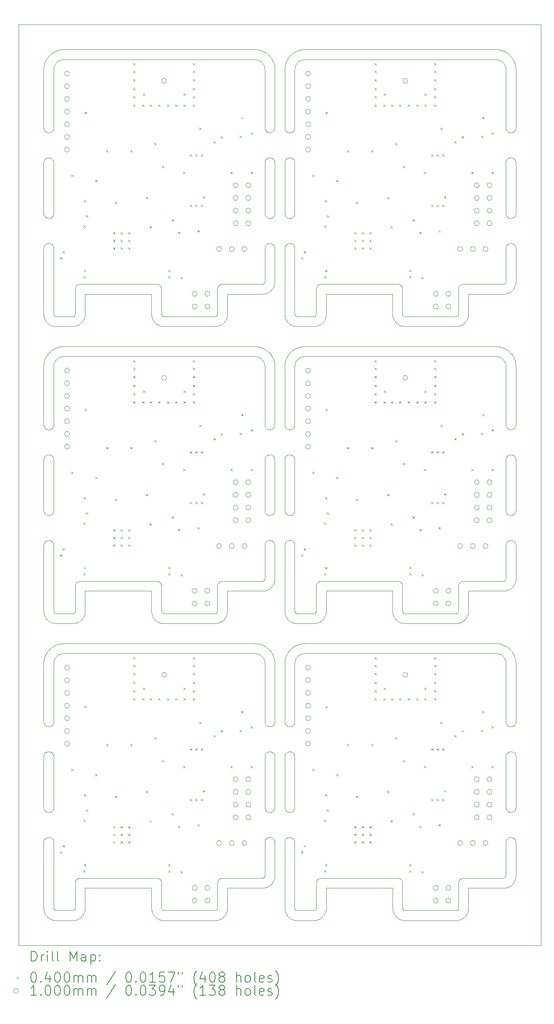
<source format=gbr>
%FSLAX45Y45*%
G04 Gerber Fmt 4.5, Leading zero omitted, Abs format (unit mm)*
G04 Created by KiCad (PCBNEW (6.0.6-0)) date 2022-06-29 17:43:52*
%MOMM*%
%LPD*%
G01*
G04 APERTURE LIST*
%TA.AperFunction,Profile*%
%ADD10C,0.100000*%
%TD*%
%ADD11C,0.200000*%
%ADD12C,0.040000*%
%ADD13C,0.100000*%
G04 APERTURE END LIST*
D10*
X11267536Y-16127781D02*
X11269505Y-16123339D01*
X6556078Y-8118405D02*
X6566029Y-8133096D01*
X7657982Y-7331576D02*
X7655586Y-7346583D01*
X11457033Y-11908278D02*
X11458097Y-11913019D01*
X6620495Y-3609994D02*
X6618310Y-3614335D01*
X7457305Y-13266143D02*
X7458684Y-13261323D01*
X2000000Y-19199370D02*
X2000000Y-17882346D01*
X11407668Y-5895023D02*
X11411896Y-5897418D01*
X7459837Y-13253821D02*
X7459984Y-13250633D01*
X10317536Y-6761114D02*
X10319505Y-6756672D01*
X2215748Y-2322282D02*
X2212910Y-2329386D01*
X11204080Y-2261329D02*
X11196872Y-2254209D01*
X4329140Y-13486545D02*
X4317263Y-13482146D01*
X6849483Y-17243307D02*
X6846685Y-17239335D01*
X10311072Y-18684474D02*
X10311903Y-18679686D01*
X6478104Y-17269248D02*
X6473999Y-17266649D01*
X2614085Y-19447630D02*
X2598976Y-19449263D01*
X2250633Y-7350000D02*
X2581291Y-7349967D01*
X10338997Y-12678997D02*
X10342516Y-12675646D01*
X10353999Y-12666685D02*
X10358104Y-12664085D01*
X10350026Y-6719483D02*
X10353999Y-6716685D01*
X6977668Y-10128357D02*
X6981896Y-10130752D01*
X11403328Y-5892839D02*
X11407668Y-5895023D01*
X7079098Y-14168785D02*
X7071095Y-14178600D01*
X7018310Y-17835665D02*
X7020495Y-17840006D01*
X11458097Y-17203647D02*
X11457033Y-17208388D01*
X11370704Y-5382856D02*
X11365858Y-5383214D01*
X2199523Y-5972630D02*
X2199880Y-5977476D01*
X7416339Y-13499903D02*
X7409370Y-13500000D01*
X2315765Y-2009017D02*
X2333190Y-2005666D01*
X10307289Y-13266190D02*
X10308696Y-13261274D01*
X7061012Y-13499262D02*
X7048423Y-13497982D01*
X5543487Y-7522717D02*
X5532061Y-7528179D01*
X7027033Y-17858278D02*
X7028097Y-17863019D01*
X11216340Y-18599580D02*
X11218843Y-18599195D01*
X9147263Y-7532146D02*
X9133347Y-7526070D01*
X4355737Y-18670262D02*
X4357033Y-18674945D01*
X11266166Y-2057277D02*
X11274782Y-2062610D01*
X11321114Y-16074203D02*
X11325648Y-16072454D01*
X6452472Y-3630471D02*
X6449483Y-3626641D01*
X2142381Y-13994066D02*
X2152187Y-13986070D01*
X7503999Y-18616685D02*
X7508104Y-18614085D01*
X7441589Y-7547980D02*
X7426460Y-7549422D01*
X9161003Y-18628997D02*
X9164354Y-18632516D01*
X7030032Y-19201266D02*
X7030414Y-19206290D01*
X10476683Y-13374622D02*
X10468733Y-13387559D01*
X2176740Y-8018159D02*
X2191678Y-8008583D01*
X7004653Y-13969573D02*
X7015218Y-13962610D01*
X7001003Y-17812330D02*
X7004354Y-17815849D01*
X4359880Y-12744142D02*
X4360000Y-12749012D01*
X7018310Y-16118998D02*
X7020495Y-16123339D01*
X6830096Y-19206339D02*
X6830000Y-19199370D01*
X10321690Y-12702332D02*
X10324085Y-12698104D01*
X2167484Y-17257687D02*
X2163805Y-17260861D01*
X10281499Y-7549038D02*
X10268858Y-7549808D01*
X2004263Y-5313071D02*
X2002967Y-5308388D01*
X6316697Y-13909556D02*
X6333929Y-13913785D01*
X2183315Y-3622668D02*
X2180517Y-3626641D01*
X6545526Y-17784405D02*
X6550314Y-17785236D01*
X7030032Y-13251266D02*
X7030414Y-13256290D01*
X11440517Y-5343307D02*
X11437528Y-5347138D01*
X11460000Y-11932346D02*
X11460000Y-12599370D01*
X6842666Y-13328453D02*
X6839659Y-13318764D01*
X11398885Y-9609130D02*
X11394352Y-9610879D01*
X11431579Y-12715736D02*
X11424120Y-12728977D01*
X6524142Y-11333214D02*
X6519296Y-11332856D01*
X11459880Y-5289191D02*
X11459523Y-5294037D01*
X2194213Y-5317685D02*
X2192464Y-5322219D01*
X2009505Y-4223339D02*
X2011690Y-4218999D01*
X6835787Y-4232315D02*
X6837536Y-4227781D01*
X2074945Y-5380366D02*
X2070262Y-5379070D01*
X6957216Y-2107507D02*
X6964713Y-2100691D01*
X7471690Y-6752332D02*
X7474085Y-6748104D01*
X2040026Y-15547184D02*
X2036195Y-15544194D01*
X2047275Y-14111457D02*
X2053416Y-14100394D01*
X6629070Y-2373427D02*
X6629615Y-2383545D01*
X4194568Y-13376810D02*
X4187283Y-13363487D01*
X6844085Y-3618563D02*
X6841690Y-3614335D01*
X11296195Y-10139139D02*
X11300026Y-10136149D01*
X7013315Y-9572668D02*
X7010517Y-9576641D01*
X2032516Y-5357687D02*
X2028997Y-5354337D01*
X6945526Y-5382262D02*
X6940704Y-5382856D01*
X6470026Y-4186149D02*
X6473999Y-4183351D01*
X11260477Y-3577370D02*
X11260119Y-3572524D01*
X6615915Y-5335229D02*
X6613315Y-5339335D01*
X2823512Y-19256514D02*
X2820337Y-19268776D01*
X7022464Y-16127781D02*
X7024212Y-16132315D01*
X6619613Y-6721190D02*
X6615700Y-6733235D01*
X11267536Y-11894448D02*
X11269505Y-11890005D01*
X11437528Y-9580471D02*
X11434354Y-9584151D01*
X7126070Y-13913785D02*
X7143303Y-13909556D01*
X6439505Y-17226661D02*
X6437536Y-17222219D01*
X6453260Y-13968159D02*
X6463645Y-13975388D01*
X5606761Y-19376770D02*
X5595689Y-19387162D01*
X11388529Y-12774956D02*
X11384956Y-12778529D01*
X11446549Y-12680848D02*
X11441181Y-12695066D01*
X7028097Y-10196353D02*
X7028928Y-10201140D01*
X2607484Y-13291749D02*
X2611567Y-13288754D01*
X2145635Y-13477156D02*
X2136513Y-13472717D01*
X6841690Y-16118998D02*
X6844085Y-16114771D01*
X6836488Y-7356514D02*
X6833938Y-7344108D01*
X6977668Y-11845023D02*
X6981896Y-11847418D01*
X6627033Y-17858278D02*
X6628097Y-17863019D01*
X4194568Y-7426810D02*
X4187283Y-7413487D01*
X7175697Y-2003750D02*
X7193326Y-2001731D01*
X6437536Y-17222219D02*
X6435787Y-17217685D01*
X11211291Y-18599967D02*
X11216340Y-18599580D01*
X6374821Y-7977186D02*
X6391215Y-7983977D01*
X11260000Y-5982346D02*
X11260119Y-5977476D01*
X7001003Y-4195663D02*
X7004354Y-4199183D01*
X6993805Y-11310861D02*
X6989974Y-11313851D01*
X7025737Y-5313071D02*
X7024212Y-5317685D01*
X6514474Y-15565595D02*
X6509686Y-15564764D01*
X6436502Y-12843515D02*
X6424096Y-12846064D01*
X7521114Y-12657536D02*
X7525648Y-12655787D01*
X6610517Y-11873359D02*
X6613315Y-11877332D01*
X6470026Y-11852816D02*
X6473999Y-11850018D01*
X6259054Y-14102150D02*
X6251465Y-14101183D01*
X6830477Y-16155963D02*
X6831072Y-16151140D01*
X5541114Y-6707536D02*
X5545648Y-6705787D01*
X7457305Y-7316143D02*
X7458684Y-7311323D01*
X7460477Y-12739296D02*
X7461072Y-12734474D01*
X11191214Y-8199098D02*
X11181420Y-8191110D01*
X7617312Y-19339657D02*
X7611490Y-19347965D01*
X2363326Y-2001731D02*
X2373427Y-2000930D01*
X4329140Y-19436545D02*
X4317263Y-19432146D01*
X9105526Y-12651072D02*
X9110314Y-12651902D01*
X6271494Y-8154380D02*
X6259054Y-8152150D01*
X6922449Y-14044314D02*
X6930691Y-14034713D01*
X6597484Y-11858979D02*
X6601003Y-11862330D01*
X6449483Y-15526641D02*
X6446685Y-15522668D01*
X6430477Y-9527370D02*
X6430119Y-9522524D01*
X10366672Y-18609505D02*
X10371114Y-18607536D01*
X6945526Y-17784405D02*
X6950314Y-17785236D01*
X11312332Y-17795023D02*
X11316672Y-17792839D01*
X6324112Y-2011276D02*
X6333929Y-2013785D01*
X2070262Y-4170930D02*
X2074945Y-4169634D01*
X11285646Y-17815849D02*
X11288997Y-17812330D01*
X10259367Y-7350000D02*
X10263821Y-7349837D01*
X9187033Y-18674945D02*
X9188097Y-18679686D01*
X9198279Y-19227527D02*
X9201246Y-19231567D01*
X2177528Y-17819529D02*
X2180517Y-17823359D01*
X6625737Y-15496405D02*
X6624212Y-15501019D01*
X6837536Y-5944448D02*
X6839505Y-5940005D01*
X5479837Y-13253821D02*
X5480000Y-13249367D01*
X11140022Y-2216737D02*
X11128262Y-2212040D01*
X7025737Y-17213071D02*
X7024212Y-17217685D01*
X2036195Y-4189139D02*
X2040026Y-4186149D01*
X6929012Y-11333333D02*
X6924142Y-11333214D01*
X7039238Y-2048470D02*
X7048204Y-2043751D01*
X2197033Y-5958278D02*
X2198097Y-5963019D01*
X11398885Y-17790870D02*
X11403328Y-17792839D01*
X5486502Y-13493515D02*
X5474108Y-13496062D01*
X11456064Y-6694096D02*
X11452911Y-6708962D01*
X6986001Y-17266649D02*
X6981896Y-17269248D01*
X6888583Y-8141678D02*
X6898159Y-8126740D01*
X2607527Y-19241721D02*
X2611606Y-19238722D01*
X2686653Y-7526070D02*
X2682061Y-7528179D01*
X7076179Y-13299837D02*
X7080633Y-13300000D01*
X2001508Y-8315836D02*
X2002788Y-8303248D01*
X10371114Y-6707536D02*
X10375648Y-6705787D01*
X7028928Y-10201140D02*
X7029523Y-10205963D01*
X11365858Y-9616547D02*
X11360988Y-9616667D01*
X2815700Y-7383235D02*
X2812146Y-7392737D01*
X11296195Y-16089139D02*
X11300026Y-16086149D01*
X6622464Y-5322219D02*
X6620495Y-5326661D01*
X5651573Y-13365747D02*
X5646683Y-13374622D01*
X2190495Y-17840006D02*
X2192464Y-17844448D01*
X11221274Y-12648695D02*
X11223726Y-12648062D01*
X10305429Y-19220846D02*
X10307289Y-19216191D01*
X11250303Y-6679564D02*
X11253062Y-6675378D01*
X4359523Y-6789296D02*
X4359880Y-6794142D01*
X11349296Y-11833810D02*
X11354142Y-11833453D01*
X6559738Y-15562403D02*
X6555055Y-15563699D01*
X2022472Y-15530471D02*
X2019483Y-15526641D01*
X2199523Y-11922630D02*
X2199880Y-11927476D01*
X8989839Y-18800470D02*
X8989214Y-18800030D01*
X6981896Y-4180752D02*
X6986001Y-4183351D01*
X11300026Y-11852816D02*
X11303999Y-11850018D01*
X2105858Y-5883453D02*
X2110704Y-5883810D01*
X6597484Y-10142313D02*
X6601003Y-10145663D01*
X11285646Y-15534151D02*
X11282472Y-15530471D01*
X2000119Y-17877476D02*
X2000477Y-17872630D01*
X2125055Y-5380366D02*
X2120314Y-5381431D01*
X6855646Y-9584151D02*
X6852472Y-9580471D01*
X11261902Y-10196353D02*
X11262967Y-10191612D01*
X6846685Y-3622668D02*
X6844085Y-3618563D01*
X2611577Y-7547982D02*
X2598988Y-7549262D01*
X2064513Y-19367590D02*
X2057880Y-19359913D01*
X2830000Y-12851227D02*
X2829992Y-13250630D01*
X6630000Y-16165679D02*
X6630000Y-17184321D01*
X2192464Y-15505552D02*
X2190495Y-15509994D01*
X6564352Y-11327546D02*
X6559738Y-11329070D01*
X2105858Y-15566547D02*
X2100988Y-15566667D01*
X11271690Y-17835665D02*
X11274085Y-17831437D01*
X6891114Y-11325797D02*
X6886672Y-11323828D01*
X6555055Y-10119634D02*
X6559738Y-10120930D01*
X11417388Y-8170453D02*
X11425000Y-8186482D01*
X2195737Y-4236929D02*
X2197033Y-4241612D01*
X6830930Y-14273427D02*
X6832501Y-14255753D01*
X11345489Y-2119894D02*
X11352493Y-2127216D01*
X7008810Y-7539613D02*
X6996765Y-7535700D01*
X11370704Y-15566190D02*
X11365858Y-15566547D01*
X2378535Y-2201183D02*
X2370971Y-2202146D01*
X6886262Y-7457980D02*
X6880027Y-7449977D01*
X11437528Y-3630471D02*
X11434354Y-3634151D01*
X6866195Y-16089139D02*
X6870026Y-16086149D01*
X2206104Y-8301079D02*
X2204380Y-8308506D01*
X2233809Y-7347289D02*
X2238677Y-7348684D01*
X2001902Y-17863019D02*
X2002967Y-17858278D01*
X10399296Y-6700477D02*
X10404142Y-6700119D01*
X11370704Y-17282856D02*
X11365858Y-17283214D01*
X6830578Y-7316460D02*
X6830096Y-7306339D01*
X5434436Y-7549944D02*
X4409370Y-7549992D01*
X2084474Y-11834405D02*
X2089296Y-11833810D01*
X11443315Y-17827332D02*
X11445915Y-17831437D01*
X7045738Y-2322305D02*
X7042048Y-2331714D01*
X2007536Y-9555552D02*
X2005787Y-9551019D01*
X11459262Y-18568988D02*
X11457982Y-18581577D01*
X7098804Y-2249081D02*
X7093128Y-2254209D01*
X11345489Y-14019894D02*
X11354206Y-14029065D01*
X7508104Y-12664085D02*
X7512332Y-12661690D01*
X6830000Y-2400630D02*
X6830385Y-2383545D01*
X2617072Y-19233527D02*
X2620273Y-19229605D01*
X2034568Y-13376810D02*
X2028421Y-13365736D01*
X2634263Y-12720262D02*
X2635787Y-12715648D01*
X11251169Y-2341321D02*
X11247952Y-2331714D01*
X7056835Y-7344292D02*
X7059154Y-7345429D01*
X6613315Y-11877332D02*
X6615915Y-11881437D01*
X2646685Y-12693999D02*
X2649483Y-12690026D01*
X6610517Y-9576641D02*
X6607528Y-9580471D01*
X2054686Y-19355997D02*
X2047036Y-19345904D01*
X4358097Y-6779686D02*
X4358928Y-6784474D01*
X11274782Y-2062610D02*
X11285347Y-2069573D01*
X6403165Y-18594292D02*
X6407527Y-18591721D01*
X6986001Y-5900018D02*
X6989974Y-5902816D01*
X11454212Y-9551019D02*
X11452464Y-9555552D01*
X6473999Y-16083351D02*
X6478104Y-16080752D01*
X10306584Y-13495586D02*
X10291589Y-13497980D01*
X11334945Y-17786301D02*
X11339686Y-17785236D01*
X11424120Y-18678977D02*
X11418726Y-18687569D01*
X9189880Y-18694142D02*
X9190000Y-18699012D01*
X2022792Y-8217044D02*
X2027186Y-8205178D01*
X4305624Y-7527151D02*
X4294253Y-7521573D01*
X2174354Y-17250817D02*
X2171003Y-17254337D01*
X6964352Y-5889121D02*
X6968885Y-5890869D01*
X2159974Y-11852816D02*
X2163805Y-11855805D01*
X11344474Y-17282262D02*
X11339686Y-17281431D01*
X7113905Y-13917266D02*
X7126070Y-13913785D01*
X6628097Y-17863019D02*
X6628928Y-17867807D01*
X6589974Y-5902816D02*
X6593805Y-5905805D01*
X11460000Y-6649370D02*
X11459903Y-6656339D01*
X6832370Y-7334085D02*
X6831731Y-7329072D01*
X6846685Y-11289335D02*
X6844085Y-11285229D01*
X6430000Y-2400633D02*
X6429649Y-2388632D01*
X2199880Y-5289191D02*
X2199523Y-5294037D01*
X2729012Y-18600000D02*
X4260988Y-18600000D01*
X2043999Y-11316648D02*
X2040026Y-11313851D01*
X9233710Y-19249586D02*
X9236230Y-19249841D01*
X2198097Y-11253647D02*
X2197033Y-11258388D01*
X7646549Y-19280849D02*
X7643056Y-19290373D01*
X2211458Y-2047275D02*
X2227288Y-2039260D01*
X2002788Y-14253248D02*
X2005252Y-14235676D01*
X11282472Y-3630471D02*
X11279483Y-3626641D01*
X6955055Y-10119634D02*
X6959738Y-10120930D01*
X6935858Y-11833453D02*
X6940704Y-11833810D01*
X2166355Y-8025388D02*
X2176740Y-8018159D01*
X6895648Y-11327546D02*
X6891114Y-11325797D01*
X10306584Y-19445586D02*
X10291589Y-19447980D01*
X9187033Y-12724945D02*
X9188097Y-12729686D01*
X7010517Y-5343307D02*
X7007528Y-5347138D01*
X11416001Y-5366649D02*
X11411896Y-5369248D01*
X11402120Y-18709913D02*
X11395487Y-18717590D01*
X6628097Y-5303647D02*
X6627033Y-5308388D01*
X6251465Y-8151183D02*
X6241393Y-8150353D01*
X10386821Y-13465426D02*
X10373487Y-13472717D01*
X4303328Y-18609505D02*
X4307668Y-18611690D01*
X6420273Y-6679604D02*
X6421721Y-6677527D01*
X6607528Y-11869528D02*
X6610517Y-11873359D01*
X2704945Y-6702967D02*
X2709686Y-6701902D01*
X10307289Y-19216191D02*
X10308696Y-19211274D01*
X7476331Y-19441003D02*
X7464040Y-19444053D01*
X9124352Y-6705787D02*
X9128886Y-6707536D01*
X6629711Y-8336064D02*
X6630000Y-8350630D01*
X6524142Y-15566547D02*
X6519296Y-15566190D01*
X11450495Y-4223339D02*
X11452464Y-4227781D01*
X11288997Y-4195663D02*
X11292516Y-4192313D01*
X4327484Y-18625646D02*
X4331003Y-18628997D01*
X6379379Y-6700000D02*
X6383821Y-6699837D01*
X11365934Y-14042381D02*
X11373930Y-14052187D01*
X6444085Y-3618563D02*
X6441690Y-3614335D01*
X7001003Y-10145663D02*
X7004354Y-10149183D01*
X2623087Y-13275335D02*
X2625429Y-13270845D01*
X9221024Y-13499263D02*
X9208423Y-13497982D01*
X11192956Y-7972792D02*
X11204821Y-7977186D01*
X2183315Y-15522668D02*
X2180517Y-15526641D01*
X5613774Y-7469439D02*
X5606770Y-7476761D01*
X2074945Y-10119634D02*
X2079686Y-10118569D01*
X6582964Y-12745904D02*
X6573745Y-12757971D01*
X4181820Y-7402061D02*
X4177854Y-7392737D01*
X10353999Y-6716685D02*
X10358104Y-6714085D01*
X11265787Y-11898981D02*
X11267536Y-11894448D01*
X9110314Y-12651902D02*
X9115055Y-12652967D01*
X6398565Y-12646408D02*
X6403120Y-12644315D01*
X7125277Y-8179642D02*
X7116804Y-8185150D01*
X2588793Y-19249204D02*
X2593726Y-19248062D01*
X4163936Y-7344096D02*
X4162018Y-7331576D01*
X2171003Y-16095663D02*
X2174354Y-16099182D01*
X11339686Y-5381431D02*
X11334945Y-5380366D01*
X11365858Y-4166786D02*
X11370704Y-4167144D01*
X6973328Y-4176172D02*
X6977668Y-4178357D01*
X7071095Y-8228600D02*
X7065164Y-8236783D01*
X6831072Y-10201140D02*
X6831902Y-10196353D01*
X11360988Y-10116667D02*
X11365858Y-10116786D01*
X6593805Y-17260861D02*
X6589974Y-17263851D01*
X11285646Y-11300817D02*
X11282472Y-11297138D01*
X7060955Y-14193171D02*
X7055761Y-14201870D01*
X2192464Y-5944448D02*
X2194213Y-5948981D01*
X6855646Y-11865849D02*
X6858997Y-11862330D01*
X2800378Y-13367966D02*
X2795426Y-13376821D01*
X6942441Y-13458733D02*
X6932045Y-13451498D01*
X2666195Y-12672472D02*
X2670026Y-12669483D01*
X11262967Y-16141612D02*
X11264263Y-16136928D01*
X6837536Y-17844448D02*
X6839505Y-17840006D01*
X10276191Y-7347289D02*
X10280846Y-7345429D01*
X6581896Y-5369248D02*
X6577668Y-5371643D01*
X2229565Y-7988178D02*
X2245781Y-7980975D01*
X6629903Y-18556339D02*
X6629263Y-18568976D01*
X11149179Y-2221014D02*
X11140022Y-2216737D01*
X7168929Y-2209582D02*
X7159386Y-2212910D01*
X2682061Y-7528179D02*
X2672726Y-7532151D01*
X6830119Y-17189191D02*
X6830000Y-17184321D01*
X2185915Y-5931437D02*
X2188310Y-5935665D01*
X11459070Y-2373427D02*
X11459615Y-2383545D01*
X4177854Y-19292737D02*
X4173455Y-19280860D01*
X11271690Y-11281001D02*
X11269505Y-11276661D01*
X11370704Y-3666190D02*
X11365858Y-3666547D01*
X7521114Y-18607536D02*
X7525648Y-18605787D01*
X6900262Y-9612403D02*
X6895648Y-9610879D01*
X11440517Y-17823359D02*
X11443315Y-17827332D01*
X7516672Y-6709505D02*
X7521114Y-6707536D01*
X2002967Y-11908278D02*
X2004263Y-11903595D01*
X2831227Y-18800000D02*
X2830692Y-18800056D01*
X6830119Y-5289191D02*
X6830000Y-5284321D01*
X7024212Y-9551019D02*
X7022464Y-9555552D01*
X6300637Y-8162919D02*
X6288679Y-8158831D01*
X2070262Y-15562403D02*
X2065648Y-15560879D01*
X4270704Y-18600477D02*
X4275526Y-18601072D01*
X6455646Y-3634151D02*
X6452472Y-3630471D01*
X6831731Y-19229072D02*
X6830578Y-19216460D01*
X2830056Y-12850692D02*
X2830000Y-12851227D01*
X7027033Y-11908278D02*
X7028097Y-11913019D01*
X5640093Y-7435437D02*
X5632964Y-7445904D01*
X2199880Y-10210809D02*
X2200000Y-10215679D01*
X6431072Y-17867807D02*
X6431902Y-17863019D01*
X6586001Y-10133351D02*
X6589974Y-10136149D01*
X11218905Y-2278600D02*
X11210902Y-2268785D01*
X7198467Y-14102530D02*
X7188531Y-14104375D01*
X11316672Y-17273828D02*
X11312332Y-17271643D01*
X2197033Y-3591722D02*
X2195737Y-3596405D01*
X11257474Y-2368492D02*
X11255620Y-2358506D01*
X11321114Y-11840869D02*
X11325648Y-11839121D01*
X5543487Y-13472717D02*
X5532061Y-13478179D01*
X2053416Y-2200394D02*
X2062610Y-2185218D01*
X2009505Y-11276661D02*
X2007536Y-11272219D01*
X6919296Y-11332856D02*
X6914474Y-11332261D01*
X6846685Y-15522668D02*
X6844085Y-15518563D01*
X11316672Y-16076172D02*
X11321114Y-16074203D01*
X2040026Y-9597184D02*
X2036195Y-9594194D01*
X6278921Y-2206104D02*
X6271469Y-2204375D01*
X6449483Y-11873359D02*
X6452472Y-11869528D01*
X6604354Y-5915849D02*
X6607528Y-5919528D01*
X7097044Y-13922792D02*
X7113905Y-13917266D01*
X10310000Y-13249367D02*
X10310000Y-12749012D01*
X6455646Y-11300817D02*
X6452472Y-11297138D01*
X6607528Y-11297138D02*
X6604354Y-11300817D01*
X2143328Y-15557161D02*
X2138886Y-15559130D01*
X2192464Y-11272219D02*
X2190495Y-11276661D01*
X11261072Y-3582193D02*
X11260477Y-3577370D01*
X4233239Y-13426770D02*
X4224513Y-13417590D01*
X9201246Y-7331567D02*
X9204674Y-7335362D01*
X6830477Y-4255963D02*
X6831072Y-4251140D01*
X2200000Y-15467654D02*
X2199880Y-15472524D01*
X2218205Y-7993751D02*
X2229565Y-7988178D01*
X11247089Y-8279386D02*
X11244252Y-8272282D01*
X11314376Y-18777151D02*
X11300373Y-18783056D01*
X7063809Y-13297289D02*
X7066274Y-13298062D01*
X2635787Y-6765648D02*
X2637536Y-6761114D01*
X6400435Y-2038178D02*
X6411795Y-2043751D01*
X7106597Y-2242645D02*
X7098804Y-2249081D01*
X11257305Y-12616143D02*
X11258684Y-12611323D01*
X2134352Y-5377546D02*
X2129738Y-5379070D01*
X2112431Y-13458726D02*
X2102035Y-13451490D01*
X7603745Y-19357971D02*
X7595496Y-19367581D01*
X6568885Y-17790870D02*
X6573328Y-17792839D01*
X6849545Y-14176642D02*
X6853637Y-14164669D01*
X11395487Y-18717590D02*
X11388529Y-18724956D01*
X11334945Y-10119634D02*
X11339686Y-10118569D01*
X6607528Y-9580471D02*
X6604354Y-9584151D01*
X6261507Y-2202526D02*
X6251490Y-2201186D01*
X11285646Y-17250817D02*
X11282472Y-17247138D01*
X9110314Y-18601903D02*
X9115055Y-18602967D01*
X11416001Y-17800018D02*
X11419974Y-17802816D01*
X7459984Y-19200633D02*
X7460000Y-18699012D01*
X4371246Y-19231567D02*
X4374674Y-19235362D01*
X6858997Y-9587670D02*
X6855646Y-9584151D01*
X2185915Y-5335229D02*
X2183315Y-5339335D01*
X2129738Y-3662403D02*
X2125055Y-3663699D01*
X4294253Y-7521573D02*
X4281023Y-7514120D01*
X9190163Y-13253821D02*
X9190796Y-13258793D01*
X6909686Y-11835236D02*
X6914474Y-11834405D01*
X6491114Y-4174203D02*
X6495648Y-4172454D01*
X7193326Y-2001731D02*
X7203427Y-2000930D01*
X2087638Y-8100213D02*
X2099025Y-8086605D01*
X2628684Y-19211323D02*
X2629204Y-19208793D01*
X6432967Y-11908278D02*
X6434263Y-11903595D01*
X10259370Y-19450000D02*
X9235564Y-19449944D01*
X4187283Y-7413487D02*
X4181820Y-7402061D01*
X6975624Y-7527151D02*
X6964264Y-7521579D01*
X2079686Y-11331431D02*
X2074945Y-11330366D01*
X6586001Y-3649982D02*
X6581896Y-3652581D01*
X6959738Y-11329070D02*
X6955055Y-11330366D01*
X11458097Y-11913019D02*
X11458928Y-11917807D01*
X8999663Y-13318775D02*
X8996485Y-13306502D01*
X7066274Y-19248062D02*
X7071207Y-19249204D01*
X7229370Y-2000008D02*
X11059370Y-2000000D01*
X7538977Y-7514120D02*
X7534622Y-7516683D01*
X11230358Y-8245277D02*
X11223403Y-8234725D01*
X6628097Y-5963019D02*
X6628928Y-5967807D01*
X4391024Y-13499263D02*
X4378423Y-13497982D01*
X2628062Y-7313726D02*
X2629204Y-7308793D01*
X2079686Y-16068569D02*
X2084474Y-16067738D01*
X2358531Y-2204375D02*
X2348652Y-2206733D01*
X6882332Y-17271643D02*
X6878104Y-17269248D01*
X11181420Y-8191110D02*
X11173196Y-8185150D01*
X7131848Y-2225773D02*
X7123171Y-2230955D01*
X2025646Y-9584151D02*
X2022472Y-9580471D01*
X7595496Y-7467581D02*
X7588529Y-7474956D01*
X2200226Y-14291111D02*
X2200000Y-14300633D01*
X6625586Y-12646583D02*
X6623512Y-12656514D01*
X2188310Y-16118998D02*
X2190495Y-16123339D01*
X11296195Y-5360861D02*
X11292516Y-5357687D01*
X4398677Y-7348684D02*
X4403710Y-7349586D01*
X4169663Y-7368775D02*
X4166488Y-7356514D01*
X5556811Y-13465432D02*
X5543487Y-13472717D01*
X10342516Y-12675646D02*
X10346195Y-12672472D01*
X7030394Y-2053416D02*
X7039238Y-2048470D01*
X5499483Y-18640026D02*
X5502472Y-18636195D01*
X2206938Y-13275378D02*
X2209727Y-13279604D01*
X2238785Y-2033977D02*
X2255178Y-2027186D01*
X2216737Y-14219978D02*
X2212048Y-14231714D01*
X4331003Y-12678997D02*
X4334354Y-12682516D01*
X11164723Y-14129642D02*
X11158152Y-14125773D01*
X2040026Y-11313851D02*
X2036195Y-11310861D01*
X7611490Y-19347965D02*
X7603745Y-19357971D01*
X2147668Y-11845023D02*
X2151896Y-11847418D01*
X5564474Y-12651072D02*
X5569296Y-12650477D01*
X7025737Y-4236929D02*
X7027033Y-4241612D01*
X4163938Y-13294108D02*
X4162018Y-13281576D01*
X6831072Y-11248860D02*
X6830477Y-11244037D01*
X2119894Y-8064511D02*
X2129065Y-8055794D01*
X7409367Y-19250000D02*
X7413770Y-19249841D01*
X6615915Y-10164771D02*
X6618310Y-10168999D01*
X2134352Y-10122454D02*
X2138886Y-10124203D01*
X4254003Y-7495313D02*
X4242419Y-7485496D01*
X9141896Y-6714085D02*
X9146001Y-6716685D01*
X2084474Y-16067738D02*
X2089296Y-16067144D01*
X9095858Y-18600120D02*
X9100704Y-18600477D01*
X2775313Y-19355997D02*
X2767162Y-19365689D01*
X6524142Y-4166786D02*
X6530988Y-4166667D01*
X2107507Y-8077216D02*
X2119894Y-8064511D01*
X2002788Y-2353248D02*
X2004100Y-2343201D01*
X9115055Y-18602967D02*
X9119738Y-18604263D01*
X9104563Y-13460093D02*
X9092045Y-13451498D01*
X6601003Y-11304337D02*
X6597484Y-11307687D01*
X11296195Y-17805806D02*
X11300026Y-17802816D01*
X4396225Y-7348048D02*
X4398677Y-7348684D01*
X2048104Y-10130752D02*
X2052332Y-10128357D01*
X6622515Y-2323222D02*
X6624747Y-2335676D01*
X6577668Y-11321643D02*
X6573328Y-11323828D01*
X4160737Y-7318976D02*
X4160056Y-7304436D01*
X11264263Y-4236929D02*
X11265787Y-4232315D01*
X2019483Y-11293307D02*
X2016685Y-11289335D01*
X4341236Y-7540340D02*
X4329151Y-7536549D01*
X6959738Y-17787597D02*
X6964352Y-17789121D01*
X2391111Y-8150225D02*
X2381030Y-8150930D01*
X6864568Y-7426810D02*
X6858421Y-7415736D01*
X7042048Y-2331714D02*
X7039582Y-2338929D01*
X4323805Y-18622472D02*
X4327484Y-18625646D01*
X2190495Y-3609994D02*
X2188310Y-3614335D01*
X6841690Y-5935665D02*
X6844085Y-5931437D01*
X4316001Y-6716685D02*
X4319974Y-6719483D01*
X2065648Y-5889121D02*
X2070262Y-5887596D01*
X7001003Y-5912330D02*
X7004354Y-5915849D01*
X11296195Y-17260861D02*
X11292516Y-17257687D01*
X7004354Y-17815849D02*
X7007528Y-17819529D01*
X6437536Y-17844448D02*
X6439505Y-17840006D01*
X6256573Y-2000930D02*
X6266674Y-2001731D01*
X9092045Y-13451498D02*
X9084003Y-13445313D01*
X11398885Y-5375797D02*
X11394352Y-5377546D01*
X10342516Y-6725646D02*
X10346195Y-6722472D01*
X2194213Y-5948981D02*
X2195737Y-5953595D01*
X11380314Y-11331431D02*
X11375526Y-11332261D01*
X2132033Y-19420378D02*
X2121023Y-19414120D01*
X6950314Y-16068569D02*
X6955055Y-16069634D01*
X6940704Y-3666190D02*
X6935858Y-3666547D01*
X6959738Y-15562403D02*
X6955055Y-15563699D01*
X11411896Y-17269248D02*
X11407668Y-17271643D01*
X11325648Y-5377546D02*
X11321114Y-5375797D01*
X2157274Y-13482151D02*
X2145635Y-13477156D01*
X2717559Y-7508733D02*
X2706821Y-7515426D01*
X11431003Y-16095663D02*
X11434354Y-16099182D01*
X6452472Y-16102862D02*
X6455646Y-16099182D01*
X6914474Y-10117738D02*
X6919296Y-10117144D01*
X6430119Y-17189191D02*
X6430000Y-17184321D01*
X4242419Y-13435496D02*
X4233239Y-13426770D01*
X6437536Y-10177781D02*
X6439505Y-10173339D01*
X2099012Y-4166667D02*
X2105858Y-4166786D01*
X7076179Y-19249837D02*
X7080633Y-19250000D01*
X11300026Y-11313851D02*
X11296195Y-11310861D01*
X7013315Y-5927332D02*
X7015915Y-5931437D01*
X7029880Y-15472524D02*
X7029523Y-15477370D01*
X7461902Y-6779686D02*
X7462967Y-6774945D01*
X11344474Y-9615595D02*
X11339686Y-9614764D01*
X2673999Y-6716685D02*
X2678104Y-6714085D01*
X9003455Y-13330860D02*
X8999663Y-13318775D01*
X2070262Y-10120930D02*
X2074945Y-10119634D01*
X7073661Y-13499903D02*
X7061012Y-13499262D01*
X5491690Y-12702332D02*
X5494085Y-12698104D01*
X11389738Y-10120930D02*
X11394352Y-10122454D01*
X6895648Y-9610879D02*
X6891114Y-9609130D01*
X6429984Y-18550621D02*
X6430000Y-17882346D01*
X2099012Y-16066667D02*
X2105858Y-16066786D01*
X11315686Y-2092449D02*
X11325287Y-2100691D01*
X4270343Y-7507312D02*
X4262045Y-7501498D01*
X6597484Y-15541021D02*
X6593805Y-15544194D01*
X6452472Y-10152862D02*
X6455646Y-10149183D01*
X11256408Y-12618565D02*
X11257305Y-12616143D01*
X7213545Y-2000385D02*
X7229370Y-2000008D01*
X6504945Y-17280366D02*
X6500262Y-17279070D01*
X2249370Y-19449992D02*
X2241142Y-19449808D01*
X6409604Y-18590273D02*
X6413489Y-18587106D01*
X6628097Y-16146353D02*
X6628928Y-16151140D01*
X7488997Y-18628997D02*
X7492516Y-18625646D01*
X2190495Y-9559994D02*
X2188310Y-9564335D01*
X6229370Y-13900000D02*
X6243936Y-13900289D01*
X6432967Y-17858278D02*
X6434263Y-17853595D01*
X6431072Y-5298860D02*
X6430477Y-5294037D01*
X6431902Y-3586980D02*
X6431072Y-3582193D01*
X4354213Y-12715648D02*
X4355737Y-12720262D01*
X6989974Y-16086149D02*
X6993805Y-16089139D01*
X7039582Y-2338929D02*
X7036104Y-2351079D01*
X4360163Y-19203821D02*
X4360796Y-19208793D01*
X7171321Y-14108831D02*
X7161738Y-14112040D01*
X11267536Y-5322219D02*
X11265787Y-5317685D01*
X7039727Y-7329604D02*
X7042894Y-7333489D01*
X11260119Y-9522524D02*
X11260000Y-9517654D01*
X5671003Y-7366331D02*
X5666549Y-7380848D01*
X5661181Y-13345066D02*
X5656070Y-13356653D01*
X11261072Y-9532193D02*
X11260477Y-9527370D01*
X9029907Y-7435437D02*
X9024574Y-7426821D01*
X6399032Y-8243149D02*
X6393418Y-8234746D01*
X2143328Y-11842839D02*
X2147668Y-11845023D01*
X7018310Y-11885665D02*
X7020495Y-11890005D01*
X11437528Y-15530471D02*
X11434354Y-15534151D01*
X7409370Y-19450000D02*
X7080630Y-19450000D01*
X6964352Y-9610879D02*
X6959738Y-9612403D01*
X6559738Y-16070930D02*
X6564352Y-16072454D01*
X7660000Y-12851227D02*
X7659992Y-13250630D01*
X9084003Y-7495313D02*
X9072419Y-7485496D01*
X7485646Y-12682516D02*
X7488997Y-12678997D01*
X6449483Y-16106693D02*
X6452472Y-16102862D01*
X5429367Y-19250000D02*
X5433821Y-19249837D01*
X2053416Y-14100394D02*
X2062610Y-14085218D01*
X10384945Y-6702967D02*
X10389686Y-6701902D01*
X2005787Y-17848981D02*
X2007536Y-17844448D01*
X2129738Y-4170930D02*
X2134352Y-4172454D01*
X2174354Y-9584151D02*
X2171003Y-9587670D01*
X6383821Y-12649837D02*
X6388793Y-12649204D01*
X6504945Y-4169634D02*
X6509686Y-4168569D01*
X2823512Y-7356514D02*
X2820340Y-7368764D01*
X11312332Y-15554977D02*
X11308104Y-15552581D01*
X6509686Y-9614764D02*
X6504945Y-9613699D01*
X2147668Y-4178357D02*
X2151896Y-4180752D01*
X5461567Y-13288754D02*
X5463527Y-13287071D01*
X11279483Y-16106693D02*
X11282472Y-16102862D01*
X5455335Y-7343087D02*
X5457527Y-7341721D01*
X6914474Y-11834405D02*
X6919296Y-11833810D01*
X6434263Y-11263071D02*
X6432967Y-11258388D01*
X11460000Y-4265679D02*
X11460000Y-5284321D01*
X2002967Y-15491722D02*
X2001902Y-15486980D01*
X2724142Y-12650119D02*
X2729012Y-12650000D01*
X11394352Y-3660879D02*
X11389738Y-3662403D01*
X5638733Y-13387559D02*
X5631490Y-13397965D01*
X6568885Y-5890869D02*
X6573328Y-5892839D01*
X7027033Y-15491722D02*
X7025737Y-15496405D01*
X2192464Y-16127781D02*
X2194213Y-16132315D01*
X6904945Y-11836300D02*
X6909686Y-11835236D01*
X2129738Y-5887596D02*
X2134352Y-5889121D01*
X11385055Y-11836300D02*
X11389738Y-11837596D01*
X6430477Y-17872630D02*
X6431072Y-17867807D01*
X2167484Y-17808979D02*
X2171003Y-17812330D01*
X6529012Y-5883333D02*
X6535858Y-5883453D01*
X11303999Y-10133351D02*
X11308104Y-10130752D01*
X11434354Y-11865849D02*
X11437528Y-11869528D01*
X4352464Y-6761114D02*
X4354213Y-6765648D01*
X2788733Y-13387559D02*
X2779973Y-13399977D01*
X2001902Y-5303647D02*
X2001072Y-5298860D01*
X11423805Y-15544194D02*
X11419974Y-15547184D01*
X2626408Y-19218565D02*
X2627305Y-19216143D01*
X4298886Y-18607536D02*
X4303328Y-18609505D01*
X11959865Y-1500512D02*
X11959400Y-1500091D01*
X7460000Y-12749012D02*
X7460119Y-12744142D01*
X11423805Y-11310861D02*
X11419974Y-11313851D01*
X6427474Y-2368492D02*
X6425625Y-2358531D01*
X2089296Y-4167144D02*
X2094142Y-4166786D01*
X6844085Y-9568563D02*
X6841690Y-9564335D01*
X11458097Y-17863019D02*
X11458928Y-17867807D01*
X5559686Y-6701902D02*
X5564474Y-6701072D01*
X6849483Y-16106693D02*
X6852472Y-16102862D01*
X11375526Y-15565595D02*
X11370704Y-15566190D01*
X7508104Y-18614085D02*
X7512332Y-18611690D01*
X11450444Y-14213303D02*
X11452991Y-14225697D01*
X7041457Y-7997275D02*
X7057288Y-7989260D01*
X9228677Y-7348684D02*
X9233710Y-7349586D01*
X2779973Y-13399977D02*
X2773738Y-13407980D01*
X6405444Y-14204040D02*
X6399032Y-14193149D01*
X1500600Y-19949909D02*
X1501227Y-19950000D01*
X6959738Y-5887596D02*
X6964352Y-5889121D01*
X7030000Y-17882346D02*
X7030032Y-19201266D01*
X2069573Y-2174653D02*
X2079893Y-2160219D01*
X2035000Y-2236482D02*
X2042612Y-2220454D01*
X6436502Y-18793515D02*
X6424096Y-18796064D01*
X6625737Y-16136928D02*
X6627033Y-16141612D01*
X6509686Y-4168569D02*
X6514474Y-4167738D01*
X9157484Y-6725646D02*
X9161003Y-6728997D01*
X4360159Y-13253770D02*
X4360805Y-13258843D01*
X2028997Y-11304337D02*
X2025646Y-11300817D01*
X6495287Y-14000691D02*
X6508301Y-14012752D01*
X2043999Y-5366649D02*
X2040026Y-5363851D01*
X6596683Y-18674622D02*
X6588726Y-18687569D01*
X6286799Y-13904100D02*
X6304303Y-13907009D01*
X2630477Y-6789296D02*
X2631072Y-6784474D01*
X11185753Y-2020330D02*
X11195331Y-2023637D01*
X2358531Y-8154375D02*
X2348676Y-8156726D01*
X4368251Y-13277484D02*
X4371278Y-13281606D01*
X2001731Y-13279072D02*
X2000578Y-13266460D01*
X6919296Y-10117144D02*
X6924142Y-10116786D01*
X2649483Y-18640026D02*
X2652472Y-18636195D01*
X6955055Y-11836300D02*
X6959738Y-11837596D01*
X11443458Y-14186320D02*
X11446215Y-14196070D01*
X2177528Y-5347138D02*
X2174354Y-5350817D01*
X6429580Y-6656340D02*
X6429968Y-6651266D01*
X7080630Y-7550000D02*
X7073661Y-7549903D01*
X9183486Y-13493512D02*
X9171224Y-13490337D01*
X2000000Y-16165679D02*
X2000119Y-16160809D01*
X7418793Y-19249204D02*
X7423726Y-19248062D01*
X6380630Y-18799992D02*
X5681227Y-18800000D01*
X11155960Y-2224556D02*
X11149179Y-2221014D01*
X10306427Y-7318518D02*
X10308048Y-7313775D01*
X5489505Y-12706672D02*
X5491690Y-12702332D01*
X6613315Y-17827332D02*
X6615915Y-17831437D01*
X2039907Y-13385437D02*
X2034568Y-13376810D01*
X6878104Y-4180752D02*
X6882332Y-4178357D01*
X6846685Y-10160665D02*
X6849483Y-10156693D01*
X2158207Y-2081411D02*
X2168406Y-2073921D01*
X10459973Y-13399977D02*
X10453745Y-13407971D01*
X6478104Y-10130752D02*
X6482332Y-10128357D01*
X11094163Y-2001508D02*
X11104247Y-2002501D01*
X6462516Y-15541021D02*
X6458997Y-15537670D01*
X6855646Y-11300817D02*
X6852472Y-11297138D01*
X2829808Y-7308858D02*
X2829263Y-7318976D01*
X6990219Y-8029893D02*
X7004653Y-8019573D01*
X10268858Y-7549808D02*
X10259370Y-7550000D01*
X11411498Y-18697955D02*
X11402120Y-18709913D01*
X4378423Y-7547982D02*
X4365904Y-7546064D01*
X10326332Y-7541003D02*
X10316514Y-7543512D01*
X2011690Y-16118998D02*
X2014085Y-16114771D01*
X4340517Y-18640026D02*
X4343315Y-18643999D01*
X11419974Y-17263851D02*
X11416001Y-17266649D01*
X10310120Y-12744142D02*
X10310477Y-12739296D01*
X4329151Y-7536549D02*
X4317263Y-7532146D01*
X6429968Y-6651266D02*
X6430000Y-5982346D01*
X11433719Y-14157531D02*
X11439670Y-14174247D01*
X11325648Y-9610879D02*
X11321114Y-9609130D01*
X11442734Y-8233905D02*
X11446215Y-8246070D01*
X2079893Y-14060219D02*
X2087638Y-14050213D01*
X6870026Y-5363851D02*
X6866195Y-5360861D01*
X11456064Y-18594096D02*
X11452911Y-18608963D01*
X2022472Y-4202862D02*
X2025646Y-4199183D01*
X2120314Y-10118569D02*
X2125055Y-10119634D01*
X10509904Y-19206339D02*
X10509039Y-19221499D01*
X5481072Y-18684474D02*
X5481903Y-18679686D01*
X6873999Y-10133351D02*
X6878104Y-10130752D01*
X9190163Y-19203821D02*
X9190796Y-19208793D01*
X5436340Y-7349580D02*
X5441274Y-7348695D01*
X6935794Y-2129065D02*
X6944511Y-2119894D01*
X11370704Y-17783810D02*
X11375526Y-17784405D01*
X6919296Y-17783810D02*
X6924142Y-17783453D01*
X6530988Y-3666667D02*
X6524142Y-3666547D01*
X7029880Y-10210809D02*
X7030000Y-10215679D01*
X6616215Y-14196070D02*
X6620444Y-14213303D01*
X6959738Y-9612403D02*
X6955055Y-9613699D01*
X7057288Y-7989260D02*
X7068785Y-7983977D01*
X2143328Y-5373828D02*
X2138886Y-5375797D01*
X6870026Y-16086149D02*
X6873999Y-16083351D01*
X7655586Y-19246584D02*
X7653512Y-19256514D01*
X9029907Y-13385437D02*
X9023317Y-13374622D01*
X2579370Y-19450000D02*
X2249370Y-19449992D01*
X6593805Y-15544194D02*
X6589974Y-15547184D01*
X2039260Y-8177288D02*
X2047275Y-8161457D01*
X11416001Y-11850018D02*
X11419974Y-11852816D01*
X11345437Y-18760093D02*
X11336821Y-18765426D01*
X6629523Y-10205963D02*
X6629880Y-10210809D01*
X2607527Y-7341721D02*
X2611567Y-7338754D01*
X6977939Y-13478179D02*
X6966513Y-13472717D01*
X6627033Y-15491722D02*
X6625737Y-15496405D01*
X7116804Y-8185150D02*
X7106597Y-8192645D01*
X2697967Y-13470378D02*
X2693487Y-13472717D01*
X6439505Y-11276661D02*
X6437536Y-11272219D01*
X11260477Y-16155963D02*
X11261072Y-16151140D01*
X11443315Y-16110665D02*
X11445915Y-16114771D01*
X11445915Y-15518563D02*
X11443315Y-15522668D01*
X10332472Y-12686195D02*
X10335646Y-12682516D01*
X11349296Y-17282856D02*
X11344474Y-17282262D01*
X6379370Y-12850000D02*
X5681227Y-12850000D01*
X2074945Y-5886300D02*
X2079686Y-5885236D01*
X2005787Y-5948981D02*
X2007536Y-5944448D01*
X6568885Y-17275797D02*
X6564352Y-17277546D01*
X6316697Y-7959556D02*
X6333929Y-7963785D01*
X7464263Y-12720262D02*
X7465787Y-12715648D01*
X11279483Y-5923359D02*
X11282472Y-5919528D01*
X2147668Y-16078357D02*
X2151896Y-16080752D01*
X11198671Y-8205919D02*
X11191214Y-8199098D01*
X11458097Y-10196353D02*
X11458928Y-10201140D01*
X6314235Y-2009017D02*
X6324112Y-2011276D01*
X2048104Y-5369248D02*
X2043999Y-5366649D01*
X6482332Y-10128357D02*
X6486672Y-10126172D01*
X5656070Y-13356653D02*
X5651573Y-13365747D01*
X6989974Y-10136149D02*
X6993805Y-10139139D01*
X2147668Y-9604977D02*
X2143328Y-9607161D01*
X7061012Y-7549262D02*
X7048411Y-7547980D01*
X6427305Y-18566143D02*
X6428684Y-18561323D01*
X2110704Y-3666190D02*
X2105858Y-3666547D01*
X2247448Y-14170707D02*
X2241110Y-14178580D01*
X6835787Y-5948981D02*
X6837536Y-5944448D01*
X2007485Y-14223222D02*
X2011276Y-14205888D01*
X6844085Y-16114771D02*
X6846685Y-16110665D01*
X4352464Y-12711114D02*
X4354213Y-12715648D01*
X6610517Y-4206693D02*
X6613315Y-4210665D01*
X6491114Y-5375797D02*
X6486672Y-5373828D01*
X7229367Y-8150016D02*
X7221111Y-8150225D01*
X2580630Y-13499992D02*
X2245564Y-13499944D01*
X6435787Y-10182315D02*
X6437536Y-10177781D01*
X4403710Y-19249586D02*
X4406230Y-19249841D01*
X11457033Y-5308388D02*
X11455737Y-5313071D01*
X6452472Y-17247138D02*
X6449483Y-17243307D01*
X10301749Y-19227484D02*
X10304292Y-19223165D01*
X7476331Y-13491003D02*
X7464040Y-13494053D01*
X7029880Y-16160809D02*
X7030000Y-16165679D01*
X6924142Y-5383214D02*
X6919296Y-5382856D01*
X2197033Y-9541722D02*
X2195737Y-9546405D01*
X2129738Y-16070930D02*
X2134352Y-16072454D01*
X7098804Y-8199081D02*
X7091329Y-8205919D01*
X11274085Y-3618563D02*
X11271690Y-3614335D01*
X11411896Y-5369248D02*
X11407668Y-5371643D01*
X5650378Y-7417966D02*
X5645426Y-7426821D01*
X6610517Y-16106693D02*
X6613315Y-16110665D01*
X7659992Y-19200630D02*
X7659808Y-19208858D01*
X6429070Y-14281029D02*
X6427474Y-14268492D01*
X11274085Y-4214771D02*
X11276685Y-4210665D01*
X6891114Y-5890869D02*
X6895648Y-5889121D01*
X7071207Y-13299204D02*
X7076179Y-13299837D01*
X2007536Y-5322219D02*
X2005787Y-5317685D01*
X6844085Y-5931437D02*
X6846685Y-5927332D01*
X11452464Y-15505552D02*
X11450495Y-15509994D01*
X6981896Y-15552581D02*
X6977668Y-15554977D01*
X7004354Y-11865849D02*
X7007528Y-11869528D01*
X11459523Y-16155963D02*
X11459880Y-16160809D01*
X11146697Y-2009556D02*
X11163929Y-2013785D01*
X6607528Y-4202862D02*
X6610517Y-4206693D01*
X11458269Y-14263326D02*
X11459070Y-14273427D01*
X2208824Y-14241345D02*
X2206104Y-14251079D01*
X11068889Y-2200226D02*
X11060621Y-2200016D01*
X6316928Y-8169910D02*
X6307718Y-8165748D01*
X2163805Y-5905805D02*
X2167484Y-5908979D01*
X11425000Y-8186482D02*
X11429990Y-8198109D01*
X4260988Y-18600000D02*
X4265858Y-18600120D01*
X2089296Y-11833810D02*
X2094142Y-11833453D01*
X10263821Y-19249837D02*
X10268793Y-19249204D01*
X6862516Y-17808979D02*
X6866195Y-17805806D01*
X6942752Y-14021699D02*
X6951699Y-14012752D01*
X2583770Y-19249841D02*
X2588793Y-19249204D01*
X6841690Y-15514335D02*
X6839505Y-15509994D01*
X11455737Y-11263071D02*
X11454212Y-11267685D01*
X2199880Y-17189191D02*
X2199523Y-17194037D01*
X10486070Y-13356653D02*
X10481573Y-13365747D01*
X2143328Y-17792839D02*
X2147668Y-17795023D01*
X11316672Y-17792839D02*
X11321114Y-17790870D01*
X2247464Y-2270688D02*
X2242630Y-2276617D01*
X7659263Y-19218976D02*
X7657982Y-19231577D01*
X2188310Y-4218999D02*
X2190495Y-4223339D01*
X6462516Y-11858979D02*
X6466195Y-11855805D01*
X6550314Y-5885236D02*
X6555055Y-5886300D01*
X9212516Y-7341749D02*
X9216835Y-7344292D01*
X11253062Y-18575378D02*
X11254315Y-18573120D01*
X5473062Y-7325378D02*
X5474315Y-7323120D01*
X6432967Y-9541722D02*
X6431902Y-9536981D01*
X7469505Y-18656672D02*
X7471690Y-18652332D01*
X5516195Y-6722472D02*
X5520026Y-6719483D01*
X5567569Y-7508726D02*
X5556811Y-7515432D01*
X9235564Y-19449944D02*
X9221024Y-19449263D01*
X11448310Y-4218999D02*
X11450495Y-4223339D01*
X6519296Y-17282856D02*
X6514474Y-17282262D01*
X11365858Y-17783453D02*
X11370704Y-17783810D01*
X11334945Y-9613699D02*
X11330262Y-9612403D01*
X2174354Y-17815849D02*
X2177528Y-17819529D01*
X2200016Y-7300620D02*
X2200163Y-7303821D01*
X6848818Y-19295066D02*
X6846944Y-19290373D01*
X11446549Y-18630849D02*
X11441181Y-18645066D01*
X11068889Y-14100225D02*
X11059367Y-14100000D01*
X4307668Y-18611690D02*
X4311896Y-18614085D01*
X2005787Y-9551019D02*
X2004263Y-9546405D01*
X5545648Y-6705787D02*
X5550262Y-6704263D01*
X7418793Y-13299204D02*
X7423726Y-13298062D01*
X6618310Y-15514335D02*
X6615915Y-15518563D01*
X10350026Y-18619483D02*
X10353999Y-18616685D01*
X6411576Y-6897982D02*
X6396460Y-6899422D01*
X6852849Y-7404376D02*
X6848818Y-7395066D01*
X11196872Y-14154209D02*
X11191214Y-14149098D01*
X6866195Y-5905805D02*
X6870026Y-5902816D01*
X7451749Y-19227484D02*
X7454292Y-19223165D01*
X11101469Y-2204375D02*
X11091533Y-2202530D01*
X11256408Y-6668565D02*
X11257305Y-6666143D01*
X2180517Y-3626641D02*
X2177528Y-3630471D01*
X6535858Y-9616547D02*
X6529012Y-9616667D01*
X6379379Y-12650000D02*
X6383821Y-12649837D01*
X2005787Y-10182315D02*
X2007536Y-10177781D01*
X6945526Y-16067738D02*
X6950314Y-16068569D01*
X6841690Y-3614335D02*
X6839505Y-3609994D01*
X6855646Y-10149183D02*
X6858997Y-10145663D01*
X2176740Y-2068159D02*
X2191678Y-2058583D01*
X11349296Y-5382856D02*
X11344474Y-5382262D01*
X6559738Y-3662403D02*
X6555055Y-3663699D01*
X6473999Y-9599982D02*
X6470026Y-9597184D01*
X11303999Y-5366649D02*
X11300026Y-5363851D01*
X6620495Y-5326661D02*
X6618310Y-5331001D01*
X11411896Y-17797418D02*
X11416001Y-17800018D01*
X6577668Y-16078357D02*
X6581896Y-16080752D01*
X2717569Y-13458726D02*
X2706821Y-13465426D01*
X10492146Y-19292737D02*
X10486070Y-19306653D01*
X11325648Y-10122454D02*
X11330262Y-10120930D01*
X11398885Y-17275797D02*
X11394352Y-17277546D01*
X6439505Y-15509994D02*
X6437536Y-15505552D01*
X6835252Y-2335676D02*
X6837009Y-2325697D01*
X11307813Y-8036070D02*
X11315686Y-8042449D01*
X7450273Y-7329604D02*
X7451749Y-7327484D01*
X5471721Y-7327527D02*
X5473062Y-7325378D01*
X11253062Y-6675378D02*
X11254315Y-6673120D01*
X11261072Y-17198860D02*
X11260477Y-17194037D01*
X2630477Y-12739296D02*
X2631072Y-12734474D01*
X6384219Y-2030975D02*
X6400435Y-2038178D01*
X9190000Y-6799012D02*
X9190033Y-7301291D01*
X2193486Y-7543512D02*
X2181224Y-7540337D01*
X9095858Y-6700119D02*
X9100704Y-6700477D01*
X9159140Y-19436545D02*
X9147263Y-19432146D01*
X6830000Y-3567654D02*
X6830000Y-2400630D01*
X6411795Y-2043751D02*
X6420762Y-2048470D01*
X9189523Y-18689296D02*
X9189880Y-18694142D01*
X11429990Y-8198109D02*
X11433719Y-8207531D01*
X7459204Y-19208793D02*
X7459837Y-19203821D01*
X11423805Y-9594194D02*
X11419974Y-9597184D01*
X7165676Y-2005252D02*
X7175697Y-2003750D01*
X5461589Y-13497980D02*
X5451499Y-13499038D01*
X11260119Y-3572524D02*
X11260000Y-3567654D01*
X6977939Y-19428180D02*
X6966513Y-19422717D01*
X9190033Y-13251291D02*
X9190163Y-13253821D01*
X6470026Y-9597184D02*
X6466195Y-9594194D01*
X11128286Y-14112048D02*
X11121047Y-14109574D01*
X7557955Y-19401498D02*
X7547569Y-19408726D01*
X2197033Y-16141612D02*
X2198097Y-16146353D01*
X11460000Y-9517654D02*
X11459880Y-9522524D01*
X6870026Y-11313851D02*
X6866195Y-11310861D01*
X2005946Y-19254040D02*
X2003936Y-19244096D01*
X7567971Y-19393745D02*
X7557955Y-19401498D01*
X11457033Y-4241612D02*
X11458097Y-4246353D01*
X6449483Y-17823359D02*
X6452472Y-17819529D01*
X7025737Y-11903595D02*
X7027033Y-11908278D01*
X9182464Y-12711114D02*
X9184213Y-12715648D01*
X11288997Y-3637670D02*
X11285646Y-3634151D01*
X11255620Y-2358506D02*
X11253273Y-2348676D01*
X11365858Y-16066786D02*
X11370704Y-16067144D01*
X6900262Y-11837596D02*
X6904945Y-11836300D01*
X6504945Y-17786301D02*
X6509686Y-17785236D01*
X7482472Y-12686195D02*
X7485646Y-12682516D01*
X11344474Y-3665595D02*
X11339686Y-3664764D01*
X6924142Y-17283214D02*
X6919296Y-17282856D01*
X5481903Y-18679686D02*
X5482967Y-18674945D01*
X5623745Y-7457971D02*
X5613774Y-7469439D01*
X7042894Y-13283489D02*
X7046473Y-13287071D01*
X11308104Y-16080752D02*
X11312332Y-16078357D01*
X11126810Y-2005666D02*
X11136778Y-2007485D01*
X6932045Y-13451498D02*
X6924003Y-13445313D01*
X10399657Y-13457312D02*
X10386821Y-13465426D01*
X2345697Y-13903750D02*
X2363326Y-13901731D01*
X11262967Y-11908278D02*
X11264263Y-11903595D01*
X10497334Y-19278453D02*
X10492146Y-19292737D01*
X6462516Y-9591021D02*
X6458997Y-9587670D01*
X6891114Y-11840869D02*
X6895648Y-11839121D01*
X6482332Y-17271643D02*
X6478104Y-17269248D01*
X7626683Y-13374622D02*
X7620093Y-13385437D01*
X6831902Y-5963019D02*
X6832967Y-5958278D01*
X5528104Y-12664085D02*
X5532332Y-12661690D01*
X7423726Y-19248062D02*
X7428565Y-19246408D01*
X2163805Y-17805806D02*
X2167484Y-17808979D01*
X2061114Y-15559130D02*
X2056672Y-15557161D01*
X6458997Y-5912330D02*
X6462516Y-5908979D01*
X11312332Y-5895023D02*
X11316672Y-5892839D01*
X5512516Y-12675646D02*
X5516195Y-12672472D01*
X4303328Y-6709505D02*
X4307668Y-6711690D01*
X2171003Y-11862330D02*
X2174354Y-11865849D01*
X6924142Y-11333214D02*
X6919296Y-11332856D01*
X2631072Y-6784474D02*
X2631903Y-6779686D01*
X11260477Y-5972630D02*
X11261072Y-5967807D01*
X11416001Y-5900018D02*
X11419974Y-5902816D01*
X8990737Y-7318976D02*
X8990056Y-7304436D01*
X6846685Y-9572668D02*
X6844085Y-9568563D01*
X6964352Y-11327546D02*
X6959738Y-11329070D01*
X7454292Y-19223165D02*
X7455429Y-19220846D01*
X6846685Y-17827332D02*
X6849483Y-17823359D01*
X7216064Y-7950289D02*
X7230630Y-7950000D01*
X6564352Y-17277546D02*
X6559738Y-17279070D01*
X6910561Y-7483774D02*
X6903230Y-7476761D01*
X6882332Y-11321643D02*
X6878104Y-11319248D01*
X9236230Y-13299841D02*
X9240633Y-13300000D01*
X6491114Y-11325797D02*
X6486672Y-11323828D01*
X6942441Y-19408733D02*
X6932045Y-19401498D01*
X11434354Y-3634151D02*
X11431003Y-3637670D01*
X6444085Y-5931437D02*
X6446685Y-5927332D01*
X11264040Y-12844053D02*
X11254096Y-12846064D01*
X7025737Y-17853595D02*
X7027033Y-17858278D01*
X11296195Y-4189139D02*
X11300026Y-4186149D01*
X2198928Y-5967807D02*
X2199523Y-5972630D01*
X6405444Y-2304040D02*
X6400371Y-2295299D01*
X10436770Y-13426761D02*
X10425689Y-13437162D01*
X6986001Y-11850018D02*
X6989974Y-11852816D01*
X10310120Y-6794142D02*
X10310477Y-6789296D01*
X6629523Y-5972630D02*
X6629880Y-5977476D01*
X11078970Y-14100930D02*
X11068889Y-14100225D01*
X9171224Y-7540337D02*
X9159140Y-7536545D01*
X6519296Y-5382856D02*
X6514474Y-5382262D01*
X11427484Y-5357687D02*
X11423805Y-5360861D01*
X2000477Y-11922630D02*
X2001072Y-11917807D01*
X6625737Y-11263071D02*
X6624212Y-11267685D01*
X7523487Y-7522717D02*
X7514365Y-7527156D01*
X7530262Y-6704263D02*
X7534945Y-6702967D01*
X2004263Y-17853595D02*
X2005787Y-17848981D01*
X6848818Y-13345066D02*
X6846944Y-13340373D01*
X2004263Y-4236929D02*
X2005787Y-4232315D01*
X2603165Y-19244292D02*
X2607527Y-19241721D01*
X2028421Y-13365736D02*
X2022844Y-13354365D01*
X7063809Y-19247289D02*
X7066274Y-19248062D01*
X5532061Y-7528179D02*
X5522737Y-7532146D01*
X4337528Y-18636195D02*
X4340517Y-18640026D01*
X2070262Y-16070930D02*
X2074945Y-16069634D01*
X6830477Y-9527370D02*
X6830119Y-9522524D01*
X11457033Y-3591722D02*
X11455737Y-3596405D01*
X6964264Y-7521579D02*
X6955378Y-7516683D01*
X9184213Y-18665648D02*
X9185737Y-18670262D01*
X6444085Y-16114771D02*
X6446685Y-16110665D01*
X5679262Y-7318988D02*
X5677630Y-7334085D01*
X11423805Y-4189139D02*
X11427484Y-4192313D01*
X11228565Y-18596408D02*
X11233165Y-18594292D01*
X11282472Y-5919528D02*
X11285646Y-5915849D01*
X10425689Y-13437162D02*
X10417971Y-13443745D01*
X2048104Y-17797418D02*
X2052332Y-17795023D01*
X5496332Y-7541003D02*
X5486502Y-7543515D01*
X4376473Y-7337071D02*
X4380436Y-7340303D01*
X11359012Y-11833333D02*
X11365858Y-11833453D01*
X11260119Y-16160809D02*
X11260477Y-16155963D01*
X6993805Y-3644194D02*
X6989974Y-3647184D01*
X10346195Y-18622472D02*
X10350026Y-18619483D01*
X6629903Y-6656339D02*
X6629422Y-6666460D01*
X6835787Y-16132315D02*
X6837536Y-16127781D01*
X6870026Y-4186149D02*
X6873999Y-4183351D01*
X11274085Y-11881437D02*
X11276685Y-11877332D01*
X7033573Y-13268518D02*
X7035685Y-13273120D01*
X6981896Y-17797418D02*
X6986001Y-17800018D01*
X6590740Y-2227288D02*
X6596023Y-2238785D01*
X9175915Y-18648104D02*
X9178310Y-18652332D01*
X6629230Y-8325942D02*
X6629711Y-8336064D01*
X11452464Y-5322219D02*
X11450495Y-5326661D01*
X7140821Y-14121014D02*
X7134040Y-14124556D01*
X6545526Y-15565595D02*
X6540704Y-15566190D01*
X6940704Y-9616190D02*
X6935858Y-9616547D01*
X11437528Y-16102862D02*
X11440517Y-16106693D01*
X6446685Y-10160665D02*
X6449483Y-10156693D01*
X11360988Y-9616667D02*
X11354142Y-9616547D01*
X5448518Y-13296427D02*
X5450892Y-13295408D01*
X10502911Y-19258963D02*
X10500337Y-19268776D01*
X7042894Y-19233489D02*
X7046473Y-19237072D01*
X7461902Y-18679686D02*
X7462967Y-18674945D01*
X7502737Y-7532146D02*
X7490860Y-7536545D01*
X6629615Y-2383545D02*
X6630000Y-2400630D01*
X7015915Y-3618563D02*
X7013315Y-3622668D01*
X6604354Y-10149183D02*
X6607528Y-10152862D01*
X6473999Y-11850018D02*
X6478104Y-11847418D01*
X6914474Y-16067738D02*
X6919296Y-16067144D01*
X7534945Y-12652967D02*
X7539686Y-12651902D01*
X4216255Y-19357971D02*
X4208502Y-19347955D01*
X11292516Y-11307687D02*
X11288997Y-11304337D01*
X11267536Y-9555552D02*
X11265787Y-9551019D01*
X7027033Y-10191612D02*
X7028097Y-10196353D01*
X7447071Y-19233527D02*
X7450273Y-19229605D01*
X2084474Y-5382262D02*
X2079686Y-5381431D01*
X7203427Y-2000930D02*
X7213545Y-2000385D01*
X7013315Y-3622668D02*
X7010517Y-3626641D01*
X11448310Y-10168999D02*
X11450495Y-10173339D01*
X11431003Y-4195663D02*
X11434354Y-4199183D01*
X9173315Y-12693999D02*
X9175915Y-12698104D01*
X4334354Y-6732516D02*
X4337528Y-6736195D01*
X9007854Y-19292737D02*
X9003455Y-19280860D01*
X6835787Y-17217685D02*
X6834263Y-17213071D01*
X11445915Y-10164771D02*
X11448310Y-10168999D01*
X2156001Y-4183351D02*
X2159974Y-4186149D01*
X6830477Y-17872630D02*
X6831072Y-17867807D01*
X6628928Y-11248860D02*
X6628097Y-11253647D01*
X6870026Y-3647184D02*
X6866195Y-3644194D01*
X2200163Y-13253821D02*
X2200805Y-13258843D01*
X7034375Y-2358531D02*
X7032530Y-2368467D01*
X7479483Y-18640026D02*
X7482472Y-18636195D01*
X4364592Y-13270892D02*
X4366913Y-13275335D01*
X2202530Y-2368467D02*
X2201183Y-2378535D01*
X7525648Y-6705787D02*
X7530262Y-6704263D01*
X11459615Y-8333545D02*
X11460000Y-8350630D01*
X6593805Y-4189139D02*
X6597484Y-4192313D01*
X5508997Y-6728997D02*
X5512516Y-6725646D01*
X5502472Y-12686195D02*
X5505646Y-12682516D01*
X6935858Y-10116786D02*
X6940704Y-10117144D01*
X10311072Y-6784474D02*
X10311903Y-6779686D01*
X6405378Y-6693062D02*
X6409564Y-6690303D01*
X7022464Y-4227781D02*
X7024212Y-4232315D01*
X4340517Y-12690026D02*
X4343315Y-12693999D01*
X2209727Y-7329604D02*
X2212928Y-7333527D01*
X11437528Y-11297138D02*
X11434354Y-11300817D01*
X11411896Y-3652581D02*
X11407668Y-3654977D01*
X5467072Y-13283527D02*
X5468754Y-13281567D01*
X6615915Y-4214771D02*
X6618310Y-4218999D01*
X11434354Y-5350817D02*
X11431003Y-5354337D01*
X7015915Y-15518563D02*
X7013315Y-15522668D01*
X6627033Y-9541722D02*
X6625737Y-9546405D01*
X2061114Y-4174203D02*
X2065648Y-4172454D01*
X4365904Y-7546064D02*
X4353498Y-7543515D01*
X4303347Y-19426070D02*
X4292033Y-19420378D01*
X6431072Y-3582193D02*
X6430477Y-3577370D01*
X2190495Y-5940005D02*
X2192464Y-5944448D01*
X6514474Y-9615595D02*
X6509686Y-9614764D01*
X7080630Y-19450000D02*
X7073661Y-19449904D01*
X11454212Y-15501019D02*
X11452464Y-15505552D01*
X10375648Y-6705787D02*
X10380262Y-6704263D01*
X2197033Y-10191612D02*
X2198097Y-10196353D01*
X2022472Y-17819529D02*
X2025646Y-17815849D01*
X7502726Y-19432151D02*
X7490860Y-19436545D01*
X6622464Y-5944448D02*
X6624212Y-5948981D01*
X7643056Y-7390373D02*
X7638179Y-7402061D01*
X6366872Y-2254209D02*
X6359312Y-2247464D01*
X4188427Y-19315747D02*
X4183930Y-19306653D01*
X11276685Y-9572668D02*
X11274085Y-9568563D01*
X7029880Y-11239191D02*
X7029523Y-11244037D01*
X2632967Y-12724945D02*
X2634263Y-12720262D01*
X6432967Y-3591722D02*
X6431902Y-3586980D01*
X2625408Y-7320892D02*
X2627289Y-7316190D01*
X11244261Y-2322305D02*
X11238974Y-2310798D01*
X10404142Y-18600120D02*
X10409012Y-18600000D01*
X11259649Y-8338632D02*
X11258817Y-8328535D01*
X7073661Y-19449904D02*
X7061012Y-19449262D01*
X6571416Y-14091678D02*
X6577835Y-14102582D01*
X2611577Y-13497982D02*
X2598988Y-13499262D01*
X10321690Y-18652332D02*
X10324085Y-18648104D01*
X6882332Y-3654977D02*
X6878104Y-3652581D01*
X6882164Y-2202583D02*
X6887277Y-2193834D01*
X11458928Y-17867807D02*
X11459523Y-17872630D01*
X11437528Y-17247138D02*
X11434354Y-17250817D01*
X7460000Y-6799012D02*
X7460119Y-6794142D01*
X2208391Y-13496477D02*
X2203416Y-13495586D01*
X6887277Y-14093834D02*
X6893970Y-14083096D01*
X11396029Y-2183096D02*
X11402723Y-2193834D01*
X6886672Y-11323828D02*
X6882332Y-11321643D01*
X2204592Y-13270892D02*
X2206938Y-13275378D01*
X6914474Y-4167738D02*
X6919296Y-4167144D01*
X7659808Y-7308858D02*
X7659263Y-7318976D01*
X5481072Y-6784474D02*
X5481903Y-6779686D01*
X6625737Y-4236929D02*
X6627033Y-4241612D01*
X4285055Y-6702967D02*
X4289738Y-6704263D01*
X6625737Y-17213071D02*
X6624212Y-17217685D01*
X6573745Y-6807971D02*
X6565496Y-6817581D01*
X2007536Y-11894448D02*
X2009505Y-11890005D01*
X7465787Y-18665648D02*
X7467536Y-18661114D01*
X10317536Y-18661114D02*
X10319505Y-18656672D01*
X11339686Y-10118569D02*
X11344474Y-10117738D01*
X11136778Y-13907485D02*
X11154112Y-13911276D01*
X2224544Y-14204062D02*
X2219921Y-14213049D01*
X6624212Y-17848981D02*
X6625737Y-17853595D01*
X9092045Y-7501498D02*
X9084003Y-7495313D01*
X2195737Y-11263071D02*
X2194213Y-11267685D01*
X7028097Y-5303647D02*
X7027033Y-5308388D01*
X7650337Y-13318775D02*
X7646549Y-13330848D01*
X6451190Y-18789613D02*
X6436502Y-18793515D01*
X11458269Y-2363326D02*
X11459070Y-2373427D01*
X4362711Y-19216191D02*
X4364571Y-19220846D01*
X9190000Y-12749012D02*
X9190033Y-13251291D01*
X6504945Y-10119634D02*
X6509686Y-10118569D01*
X4208509Y-13397965D02*
X4201267Y-13387559D01*
X2199880Y-9522524D02*
X2199523Y-9527370D01*
X11265787Y-17848981D02*
X11267536Y-17844448D01*
X9167528Y-18636195D02*
X9170517Y-18640026D01*
X11247105Y-6683489D02*
X11250303Y-6679564D01*
X2180517Y-16106693D02*
X2183315Y-16110665D01*
X7052473Y-13291721D02*
X7054665Y-13293087D01*
X6839556Y-2313303D02*
X6843785Y-2296071D01*
X2238677Y-7348684D02*
X2241207Y-7349204D01*
X11339686Y-11835236D02*
X11344474Y-11834405D01*
X2019483Y-4206693D02*
X2022472Y-4202862D01*
X11459615Y-14283545D02*
X11460000Y-14300630D01*
X6968885Y-5375797D02*
X6964352Y-5377546D01*
X9013930Y-7406653D02*
X9007854Y-7392737D01*
X11321114Y-4174203D02*
X11325648Y-4172454D01*
X2242630Y-2276617D02*
X2236597Y-2284725D01*
X2231435Y-19246408D02*
X2233857Y-19247305D01*
X6630000Y-5982346D02*
X6630000Y-6649370D01*
X2197033Y-11258388D02*
X2195737Y-11263071D01*
X7085919Y-8211329D02*
X7079098Y-8218785D01*
X2036195Y-5360861D02*
X2032516Y-5357687D01*
X4216255Y-7457971D02*
X4208502Y-7447955D01*
X2156001Y-11850018D02*
X2159974Y-11852816D01*
X9195892Y-7546062D02*
X9183486Y-7543512D01*
X7527966Y-19420378D02*
X7523487Y-19422717D01*
X6834263Y-3596405D02*
X6832967Y-3591722D01*
X9206473Y-19237072D02*
X9210436Y-19240303D01*
X10362332Y-6711690D02*
X10366672Y-6709505D01*
X2159974Y-17263851D02*
X2156001Y-17266649D01*
X2198928Y-16151140D02*
X2199523Y-16155963D01*
X6241393Y-14100353D02*
X6229367Y-14100000D01*
X2198928Y-3582193D02*
X2198097Y-3586980D01*
X10308696Y-19211274D02*
X10309580Y-19206340D01*
X7076179Y-7349837D02*
X7080633Y-7350000D01*
X6830008Y-14299370D02*
X6830289Y-14286064D01*
X11454212Y-16132315D02*
X11455737Y-16136928D01*
X2110704Y-9616190D02*
X2105858Y-9616547D01*
X2646685Y-6743999D02*
X2649483Y-6740026D01*
X2025646Y-10149183D02*
X2028997Y-10145663D01*
X4159214Y-12850030D02*
X2831227Y-12850000D01*
X2670373Y-19433056D02*
X2658453Y-19437334D01*
X11271690Y-16118998D02*
X11274085Y-16114771D01*
X7004354Y-10149183D02*
X7007528Y-10152862D01*
X11218890Y-8228580D02*
X11212552Y-8220707D01*
X7140821Y-2221014D02*
X7131848Y-2225773D01*
X9194571Y-7320845D02*
X9196938Y-7325378D01*
X6427474Y-8318492D02*
X6426125Y-8310962D01*
X5476408Y-7318565D02*
X5477305Y-7316143D01*
X2065648Y-10122454D02*
X2070262Y-10120930D01*
X6964352Y-4172454D02*
X6968885Y-4174203D01*
X2056672Y-9607161D02*
X2052332Y-9604977D01*
X10394474Y-6701072D02*
X10399296Y-6700477D01*
X6535858Y-4166786D02*
X6540704Y-4167144D01*
X7134040Y-8174556D02*
X7125277Y-8179642D01*
X6423902Y-14251103D02*
X6421169Y-14241321D01*
X7028097Y-3586980D02*
X7027033Y-3591722D01*
X6229367Y-2200000D02*
X2400633Y-2200000D01*
X7042048Y-8281714D02*
X7039574Y-8288953D01*
X6841690Y-10168999D02*
X6844085Y-10164771D01*
X7055761Y-8251870D02*
X7051026Y-8260798D01*
X2639505Y-18656672D02*
X2641690Y-18652332D01*
X2115526Y-10117738D02*
X2120314Y-10118569D01*
X7464040Y-13494053D02*
X7454096Y-13496064D01*
X2074945Y-17280366D02*
X2070262Y-17279070D01*
X6431072Y-11917807D02*
X6431902Y-11913019D01*
X6860010Y-14148109D02*
X6865000Y-14136482D01*
X7455429Y-19220846D02*
X7457305Y-19216143D01*
X6573328Y-3657161D02*
X6568885Y-3659130D01*
X6914474Y-17282262D02*
X6909686Y-17281431D01*
X6878104Y-9602582D02*
X6873999Y-9599982D01*
X5494085Y-6748104D02*
X5496685Y-6743999D01*
X11315686Y-8042449D02*
X11325287Y-8050691D01*
X6607528Y-15530471D02*
X6604354Y-15534151D01*
X5480120Y-6794142D02*
X5480477Y-6789296D01*
X2092020Y-13443738D02*
X2082410Y-13435487D01*
X11258684Y-6661323D02*
X11259204Y-6658793D01*
X6430000Y-17184321D02*
X6430000Y-16165679D01*
X8996485Y-7356502D02*
X8993936Y-7344096D01*
X2735997Y-13445313D02*
X2727955Y-13451498D01*
X5443726Y-19248062D02*
X5446191Y-19247289D01*
X4311896Y-12664085D02*
X4316001Y-12666685D01*
X11137695Y-14115738D02*
X11128286Y-14112048D01*
X11419974Y-9597184D02*
X11416001Y-9599982D01*
X2036195Y-11855805D02*
X2040026Y-11852816D01*
X4391482Y-13296427D02*
X4393857Y-13297305D01*
X11403328Y-11842839D02*
X11407668Y-11845023D01*
X7133440Y-2011877D02*
X7143303Y-2009556D01*
X2198097Y-15486980D02*
X2197033Y-15491722D01*
X4403710Y-7349586D02*
X4406230Y-7349841D01*
X6486672Y-15557161D02*
X6482332Y-15554977D01*
X8999660Y-7368764D02*
X8996485Y-7356502D01*
X10511227Y-12850000D02*
X10510430Y-12850188D01*
X6271494Y-14104380D02*
X6259054Y-14102150D01*
X11403328Y-16076172D02*
X11407668Y-16078357D01*
X6618310Y-5331001D02*
X6615915Y-5335229D01*
X10295326Y-7335362D02*
X10297106Y-7333489D01*
X6830096Y-7306339D02*
X6830000Y-7299370D01*
X6955055Y-9613699D02*
X6950314Y-9614764D01*
X7013315Y-10160665D02*
X7015915Y-10164771D01*
X6935858Y-9616547D02*
X6930988Y-9616667D01*
X6529012Y-9616667D02*
X6524142Y-9616547D01*
X2386064Y-13900289D02*
X2400630Y-13900000D01*
X11288997Y-10145663D02*
X11292516Y-10142313D01*
X11282472Y-16102862D02*
X11285646Y-16099182D01*
X11302737Y-12832146D02*
X11293235Y-12835700D01*
X7433165Y-7344292D02*
X7437527Y-7341721D01*
X7034380Y-8308506D02*
X7032526Y-8318492D01*
X11226460Y-12849422D02*
X11216339Y-12849903D01*
X9133328Y-12659505D02*
X9137668Y-12661690D01*
X11419974Y-5363851D02*
X11416001Y-5366649D01*
X11439670Y-2274247D02*
X11442734Y-2283905D01*
X6895648Y-5377546D02*
X6891114Y-5375797D01*
X6924142Y-15566547D02*
X6919296Y-15566190D01*
X4380436Y-13290303D02*
X4382516Y-13291749D01*
X2014085Y-9568563D02*
X2011690Y-9564335D01*
X7464040Y-19444053D02*
X7454096Y-19446064D01*
X2596191Y-7347289D02*
X2600892Y-7345408D01*
X11316672Y-11842839D02*
X11321114Y-11840869D01*
X5679903Y-19206339D02*
X5679038Y-19221499D01*
X5482967Y-6774945D02*
X5484263Y-6770262D01*
X10308696Y-13261274D02*
X10309580Y-13256340D01*
X4382516Y-7341749D02*
X4386835Y-7344292D01*
X6839505Y-5940005D02*
X6841690Y-5935665D01*
X6386339Y-12849903D02*
X6379370Y-12850000D01*
X11427484Y-10142313D02*
X11431003Y-10145663D01*
X2649483Y-6740026D02*
X2652472Y-6736195D01*
X6904945Y-15563699D02*
X6900262Y-15562403D01*
X11455737Y-5953595D02*
X11457033Y-5958278D01*
X10283165Y-13294292D02*
X10285378Y-13293062D01*
X2065648Y-16072454D02*
X2070262Y-16070930D01*
X6620495Y-9559994D02*
X6618310Y-9564335D01*
X6610517Y-3626641D02*
X6607528Y-3630471D01*
X6266674Y-2001731D02*
X6284303Y-2003750D01*
X6353383Y-2242630D02*
X6345275Y-2236597D01*
X4386835Y-7344292D02*
X4391482Y-7346427D01*
X9054513Y-13417590D02*
X9046255Y-13407971D01*
X6873999Y-16083351D02*
X6878104Y-16080752D01*
X9178310Y-18652332D02*
X9180495Y-18656672D01*
X11460000Y-8350630D02*
X11460000Y-9517654D01*
X9187033Y-6774945D02*
X9188097Y-6779686D01*
X7134040Y-14124556D02*
X7125277Y-14129642D01*
X11455737Y-3596405D02*
X11454212Y-3601019D01*
X11416001Y-15549982D02*
X11411896Y-15552581D01*
X6858997Y-17254337D02*
X6855646Y-17250817D01*
X2142381Y-8044066D02*
X2152187Y-8036070D01*
X6495747Y-6871573D02*
X6484376Y-6877151D01*
X2025646Y-15534151D02*
X2022472Y-15530471D01*
X11450337Y-12668775D02*
X11446549Y-12680848D01*
X2129738Y-17279070D02*
X2125055Y-17280366D01*
X5480000Y-6799012D02*
X5480120Y-6794142D01*
X5479580Y-19206340D02*
X5479841Y-19203770D01*
X6500262Y-3662403D02*
X6495648Y-3660879D01*
X2386064Y-2000289D02*
X2400630Y-2000000D01*
X11434354Y-9584151D02*
X11431003Y-9587670D01*
X6540704Y-3666190D02*
X6535858Y-3666547D01*
X5577965Y-13451490D02*
X5567559Y-13458733D01*
X2204592Y-7320892D02*
X2206938Y-7325378D01*
X7030000Y-11234321D02*
X7029880Y-11239191D01*
X6509686Y-15564764D02*
X6504945Y-15563699D01*
X7072645Y-2276597D02*
X7065150Y-2286804D01*
X6524142Y-17283214D02*
X6519296Y-17282856D01*
X6628928Y-17198860D02*
X6628097Y-17203647D01*
X2200000Y-14300633D02*
X2200000Y-15467654D01*
X2004263Y-15496405D02*
X2002967Y-15491722D01*
X2631072Y-12734474D02*
X2631903Y-12729686D01*
X11276685Y-11877332D02*
X11279483Y-11873359D01*
X6894504Y-19367581D02*
X6886262Y-19357980D01*
X7409367Y-7350000D02*
X7413770Y-7349841D01*
X6900262Y-5887596D02*
X6904945Y-5886300D01*
X11282472Y-11297138D02*
X11279483Y-11293307D01*
X2169140Y-13486545D02*
X2157274Y-13482151D01*
X4317263Y-19432146D02*
X4303347Y-19426070D01*
X6504945Y-15563699D02*
X6500262Y-15562403D01*
X6316928Y-14119910D02*
X6307718Y-14115748D01*
X2246230Y-7349841D02*
X2250633Y-7350000D01*
X5468754Y-7331567D02*
X5471721Y-7327527D01*
X2163805Y-16089139D02*
X2167484Y-16092313D01*
X2631903Y-6779686D02*
X2632967Y-6774945D01*
X7010517Y-5923359D02*
X7013315Y-5927332D01*
X6430000Y-10215679D02*
X6430119Y-10210809D01*
X4265858Y-6700119D02*
X4270704Y-6700477D01*
X6586249Y-14118204D02*
X6591822Y-14129565D01*
X6599025Y-8195780D02*
X6603719Y-8207531D01*
X9113179Y-13465426D02*
X9104563Y-13460093D01*
X4359880Y-18694142D02*
X4360000Y-18699012D01*
X7465787Y-12715648D02*
X7467536Y-12711114D01*
X6830477Y-11922630D02*
X6831072Y-11917807D01*
X11221274Y-6698695D02*
X11223726Y-6698062D01*
X6413489Y-6687105D02*
X6417105Y-6683489D01*
X11440517Y-16106693D02*
X11443315Y-16110665D01*
X6849483Y-11873359D02*
X6852472Y-11869528D01*
X10481573Y-19315747D02*
X10476683Y-19324622D01*
X6837536Y-11272219D02*
X6835787Y-11267685D01*
X7479483Y-12690026D02*
X7482472Y-12686195D01*
X6555055Y-16069634D02*
X6559738Y-16070930D01*
X7010517Y-11293307D02*
X7007528Y-11297138D01*
X11411896Y-11847418D02*
X11416001Y-11850018D01*
X11282472Y-5347138D02*
X11279483Y-5343307D01*
X10364376Y-19427151D02*
X10355066Y-19431181D01*
X6473999Y-17266649D02*
X6470026Y-17263851D01*
X6622464Y-3605552D02*
X6620495Y-3609994D01*
X2333190Y-13905666D02*
X2345697Y-13903750D01*
X6873999Y-11316648D02*
X6870026Y-11313851D01*
X6869907Y-7435437D02*
X6864568Y-7426810D01*
X5532061Y-13478179D02*
X5522726Y-13482151D01*
X4305624Y-13477151D02*
X4294253Y-13471573D01*
X10510000Y-6901227D02*
X10509904Y-7306339D01*
X4350495Y-12706672D02*
X4352464Y-12711114D01*
X2028997Y-5912330D02*
X2032516Y-5908979D01*
X6500262Y-5887596D02*
X6504945Y-5886300D01*
X11454212Y-5317685D02*
X11452464Y-5322219D01*
X11260119Y-5289191D02*
X11260000Y-5284321D01*
X7516672Y-18609505D02*
X7521114Y-18607536D01*
X4275526Y-18601072D02*
X4280314Y-18601903D01*
X7098804Y-14149081D02*
X7091329Y-14155919D01*
X6831072Y-5967807D02*
X6831902Y-5963019D01*
X6625737Y-5313071D02*
X6624212Y-5317685D01*
X2829263Y-19218976D02*
X2827982Y-19231577D01*
X6993805Y-15544194D02*
X6989974Y-15547184D01*
X7178676Y-8156726D02*
X7171321Y-8158831D01*
X7004354Y-3634151D02*
X7001003Y-3637670D01*
X11437151Y-18654376D02*
X11431579Y-18665736D01*
X9192711Y-19216191D02*
X9194571Y-19220846D01*
X7454096Y-13496064D02*
X7441589Y-13497980D01*
X6452472Y-11297138D02*
X6449483Y-11293307D01*
X10281499Y-19449039D02*
X10268858Y-19449808D01*
X6466195Y-15544194D02*
X6462516Y-15541021D01*
X10409977Y-13449973D02*
X10399657Y-13457312D01*
X2593726Y-19248062D02*
X2598565Y-19246408D01*
X7641181Y-19295066D02*
X7636070Y-19306653D01*
X2749439Y-7483774D02*
X2745689Y-7487162D01*
X7024212Y-16132315D02*
X7025737Y-16136928D01*
X6628928Y-4251140D02*
X6629523Y-4255963D01*
X6577835Y-8152582D02*
X6586249Y-8168204D01*
X11434354Y-16099182D02*
X11437528Y-16102862D01*
X7488997Y-6728997D02*
X7492516Y-6725646D01*
X11260000Y-11234321D02*
X11260000Y-10215679D01*
X2190495Y-11890005D02*
X2192464Y-11894448D01*
X6629880Y-16160809D02*
X6630000Y-16165679D01*
X6997484Y-17808979D02*
X7001003Y-17812330D01*
X6615552Y-2293638D02*
X6618723Y-2305888D01*
X6495287Y-8050691D02*
X6508301Y-8062752D01*
X2198097Y-17863019D02*
X2198928Y-17867807D01*
X11458097Y-3586980D02*
X11457033Y-3591722D01*
X2200805Y-13258843D02*
X2201938Y-13263726D01*
X2241207Y-13299204D02*
X2246230Y-13299841D01*
X6914474Y-3665595D02*
X6909686Y-3664764D01*
X6846685Y-5927332D02*
X6849483Y-5923359D01*
X7620093Y-13385437D02*
X7617312Y-13389656D01*
X7149978Y-14116737D02*
X7140821Y-14121014D01*
X11282472Y-4202862D02*
X11285646Y-4199183D01*
X6830477Y-11244037D02*
X6830119Y-11239191D01*
X2695747Y-19421573D02*
X2684376Y-19427151D01*
X6540704Y-15566190D02*
X6535858Y-15566547D01*
X6607528Y-5919528D02*
X6610517Y-5923359D01*
X6514474Y-3665595D02*
X6509686Y-3664764D01*
X2042687Y-13389656D02*
X2039907Y-13385437D01*
X5556811Y-7515432D02*
X5543487Y-7522717D01*
X6629422Y-12616460D02*
X6627980Y-12631589D01*
X6830119Y-4260809D02*
X6830477Y-4255963D01*
X6577668Y-17795023D02*
X6581896Y-17797418D01*
X6535858Y-16066786D02*
X6540704Y-16067144D01*
X6837536Y-16127781D02*
X6839505Y-16123339D01*
X2138886Y-5890869D02*
X2143328Y-5892839D01*
X6470026Y-3647184D02*
X6466195Y-3644194D01*
X6997484Y-11307687D02*
X6993805Y-11310861D01*
X2611567Y-7338754D02*
X2615326Y-7335362D01*
X7027033Y-16141612D02*
X7028097Y-16146353D01*
X7007528Y-5347138D02*
X7004354Y-5350817D01*
X6573328Y-5892839D02*
X6577668Y-5895023D01*
X5671003Y-13316331D02*
X5666545Y-13330860D01*
X2000477Y-3577370D02*
X2000119Y-3572524D01*
X11250303Y-12629564D02*
X11253062Y-12625378D01*
X2600892Y-13295408D02*
X2603165Y-13294292D01*
X2019483Y-15526641D02*
X2016685Y-15522668D01*
X11446215Y-8246070D02*
X11450444Y-8263303D01*
X5523999Y-12666685D02*
X5528104Y-12664085D01*
X7097044Y-7972792D02*
X7113905Y-7967266D01*
X4283189Y-19415432D02*
X4274563Y-19410093D01*
X6430000Y-15467654D02*
X6430000Y-14300633D01*
X11279483Y-17823359D02*
X11282472Y-17819529D01*
X2820337Y-19268776D02*
X2816549Y-19280849D01*
X2630120Y-12744142D02*
X2630477Y-12739296D01*
X6830578Y-19216460D02*
X6830096Y-19206339D01*
X6618310Y-17835665D02*
X6620495Y-17840006D01*
X10291589Y-13497980D02*
X10281499Y-13499038D01*
X2630477Y-18689296D02*
X2631072Y-18684474D01*
X2147668Y-17795023D02*
X2151896Y-17797418D01*
X6504945Y-16069634D02*
X6509686Y-16068569D01*
X2147668Y-5895023D02*
X2151896Y-5897418D01*
X2719296Y-12650477D02*
X2724142Y-12650119D01*
X7030032Y-7301266D02*
X7030414Y-7306290D01*
X11312061Y-12828179D02*
X11302737Y-12832146D01*
X2112431Y-19408726D02*
X2102045Y-19401498D01*
X5516195Y-12672472D02*
X5520026Y-12669483D01*
X8989839Y-12850470D02*
X8989214Y-12850030D01*
X7461072Y-12734474D02*
X7461902Y-12729686D01*
X6435787Y-17848981D02*
X6437536Y-17844448D01*
X10510430Y-6900188D02*
X10510072Y-6900645D01*
X6455646Y-5915849D02*
X6458997Y-5912330D01*
X4294352Y-6705787D02*
X4298886Y-6707536D01*
X6904945Y-3663699D02*
X6900262Y-3662403D01*
X11303999Y-4183351D02*
X11308104Y-4180752D01*
X7454292Y-7323165D02*
X7456408Y-7318565D01*
X11279483Y-3626641D02*
X11276685Y-3622668D01*
X11228518Y-12646427D02*
X11233165Y-12644292D01*
X11259984Y-6650620D02*
X11260000Y-5982346D01*
X2631072Y-18684474D02*
X2631903Y-18679686D01*
X4357033Y-18674945D02*
X4358097Y-18679686D01*
X6256573Y-13900930D02*
X6274247Y-13902501D01*
X11274085Y-10164771D02*
X11276685Y-10160665D01*
X6919296Y-15566190D02*
X6914474Y-15565595D01*
X6613315Y-15522668D02*
X6610517Y-15526641D01*
X6940343Y-7507312D02*
X6932035Y-7501490D01*
X11427484Y-16092313D02*
X11431003Y-16095663D01*
X11256129Y-8310987D02*
X11253273Y-8298676D01*
X11276331Y-18791003D02*
X11264040Y-18794053D01*
X7455429Y-13270845D02*
X7457305Y-13266143D01*
X11218843Y-18599195D02*
X11223726Y-18598062D01*
X11332784Y-14007507D02*
X11345489Y-14019894D01*
X9119738Y-12654263D02*
X9124352Y-12655787D01*
X4398677Y-13298684D02*
X4403710Y-13299586D01*
X6243936Y-13900289D02*
X6256573Y-13900930D01*
X11458928Y-11248860D02*
X11458097Y-11253647D01*
X7029523Y-10205963D02*
X7029880Y-10210809D01*
X10309841Y-19203770D02*
X10310000Y-19199367D01*
X11282472Y-9580471D02*
X11279483Y-9576641D01*
X2675066Y-19431181D02*
X2670373Y-19433056D01*
X7010517Y-9576641D02*
X7007528Y-9580471D01*
X5501190Y-13489613D02*
X5496332Y-13491003D01*
X10355066Y-19431181D02*
X10340849Y-19436549D01*
X2830692Y-18800056D02*
X2830316Y-18800281D01*
X7588529Y-13424956D02*
X7584956Y-13428529D01*
X6509686Y-11331431D02*
X6504945Y-11330366D01*
X9149974Y-6719483D02*
X9153805Y-6722472D01*
X2199523Y-10205963D02*
X2199880Y-10210809D01*
X6588726Y-18687569D02*
X6581498Y-18697955D01*
X11253273Y-2348676D02*
X11251169Y-2341321D01*
X7022464Y-10177781D02*
X7024212Y-10182315D01*
X6940704Y-11332856D02*
X6935858Y-11333214D01*
X10308696Y-7311274D02*
X10309580Y-7306340D01*
X6437536Y-5944448D02*
X6439505Y-5940005D01*
X6519296Y-10117144D02*
X6524142Y-10116786D01*
X6462516Y-3641021D02*
X6458997Y-3637670D01*
X11431579Y-18665736D02*
X11424120Y-18678977D01*
X6610455Y-2276642D02*
X6615552Y-2293638D01*
X11370704Y-9616190D02*
X11365858Y-9616547D01*
X2241207Y-7349204D02*
X2246230Y-7349841D01*
X11325648Y-16072454D02*
X11330262Y-16070930D01*
X11334945Y-11836300D02*
X11339686Y-11835236D01*
X2104096Y-7502964D02*
X2100023Y-7499973D01*
X6458997Y-10145663D02*
X6462516Y-10142313D01*
X7024212Y-5948981D02*
X7025737Y-5953595D01*
X6878104Y-11319248D02*
X6873999Y-11316648D01*
X6955055Y-16069634D02*
X6959738Y-16070930D01*
X2229108Y-7345408D02*
X2233809Y-7347289D01*
X2019483Y-5923359D02*
X2022472Y-5919528D01*
X10310000Y-18699012D02*
X10310120Y-18694142D01*
X2000119Y-9522524D02*
X2000000Y-9517654D01*
X7450273Y-13279604D02*
X7451749Y-13277484D01*
X11959400Y-1500091D02*
X11958773Y-1500000D01*
X2147668Y-17271643D02*
X2143328Y-17273828D01*
X2048104Y-11847418D02*
X2052332Y-11845023D01*
X4358097Y-18679686D02*
X4358928Y-18684474D01*
X6832967Y-10191612D02*
X6834263Y-10186929D01*
X5675586Y-13296583D02*
X5673515Y-13306502D01*
X2195737Y-17853595D02*
X2197033Y-17858278D01*
X2400630Y-13900000D02*
X6229370Y-13900000D01*
X11460000Y-5982346D02*
X11460000Y-6649370D01*
X9190796Y-13258793D02*
X9191952Y-13263775D01*
X2123189Y-7515432D02*
X2114563Y-7510093D01*
X2191678Y-8008583D02*
X2202583Y-8002164D01*
X6537551Y-14044314D02*
X6548589Y-14058207D01*
X2000096Y-13256339D02*
X2000000Y-13249370D01*
X6846944Y-19290373D02*
X6842666Y-19278453D01*
X2167484Y-3641021D02*
X2163805Y-3644194D01*
X7080630Y-13500000D02*
X7073661Y-13499903D01*
X2016685Y-5927332D02*
X2019483Y-5923359D01*
X7636070Y-7406653D02*
X7631573Y-7415747D01*
X2023930Y-19306653D02*
X2021820Y-19302061D01*
X7013315Y-17239335D02*
X7010517Y-17243307D01*
X2655646Y-6732516D02*
X2658997Y-6728997D01*
X7080633Y-19250000D02*
X7409367Y-19250000D01*
X2682332Y-18611690D02*
X2686672Y-18609505D01*
X6446685Y-5339335D02*
X6444085Y-5335229D01*
X11338301Y-8062752D02*
X11347248Y-8071699D01*
X11394352Y-5889121D02*
X11398885Y-5890869D01*
X6441690Y-10168999D02*
X6444085Y-10164771D01*
X7496195Y-6722472D02*
X7500026Y-6719483D01*
X11247952Y-2331714D02*
X11244261Y-2322305D01*
X11454212Y-10182315D02*
X11455737Y-10186929D01*
X6620495Y-17226661D02*
X6618310Y-17231001D01*
X7030394Y-13953416D02*
X7041457Y-13947275D01*
X2032516Y-3641021D02*
X2028997Y-3637670D01*
X4160000Y-12851227D02*
X4159839Y-12850470D01*
X6482332Y-16078357D02*
X6486672Y-16076172D01*
X6495648Y-3660879D02*
X6491114Y-3659130D01*
X11407668Y-5371643D02*
X11403328Y-5373828D01*
X11403328Y-10126172D02*
X11407668Y-10128357D01*
X11347248Y-8071699D02*
X11354206Y-8079065D01*
X6556770Y-6826761D02*
X6547590Y-6835487D01*
X2019483Y-11873359D02*
X2022472Y-11869528D01*
X6426125Y-8310962D02*
X6423902Y-8301103D01*
X7042048Y-14231714D02*
X7038831Y-14241321D01*
X6878470Y-14109238D02*
X6887277Y-14093834D01*
X2177528Y-5919528D02*
X2180517Y-5923359D01*
X6351400Y-8191095D02*
X6345254Y-8186582D01*
X11288997Y-16095663D02*
X11292516Y-16092313D01*
X7221111Y-8150225D02*
X7211029Y-8150930D01*
X7030351Y-14288632D02*
X7030000Y-14300633D01*
X9204674Y-7335362D02*
X9206511Y-7337105D01*
X6449483Y-10156693D02*
X6452472Y-10152862D01*
X6924003Y-13445313D02*
X6920086Y-13442120D01*
X7059154Y-13295429D02*
X7063809Y-13297289D01*
X2061114Y-16074203D02*
X2065648Y-16072454D01*
X4233239Y-19376770D02*
X4224513Y-19367590D01*
X6834263Y-11903595D02*
X6835787Y-11898981D01*
X11096674Y-13901731D02*
X11114303Y-13903750D01*
X6968885Y-9609130D02*
X6964352Y-9610879D01*
X11359012Y-17783333D02*
X11365858Y-17783453D01*
X9153805Y-12672472D02*
X9157484Y-12675646D01*
X11394352Y-11839121D02*
X11398885Y-11840869D01*
X9216835Y-13294292D02*
X9221482Y-13296427D01*
X2670026Y-6719483D02*
X2673999Y-6716685D01*
X7143303Y-13909556D02*
X7155697Y-13907009D01*
X5463527Y-7337071D02*
X5467072Y-7333527D01*
X6869260Y-2227288D02*
X6873751Y-2218205D01*
X6973328Y-16076172D02*
X6977668Y-16078357D01*
X2007536Y-11272219D02*
X2005787Y-11267685D01*
X2000477Y-4255963D02*
X2001072Y-4251140D01*
X2050027Y-7449977D02*
X2042687Y-7439656D01*
X11440517Y-11873359D02*
X11443315Y-11877332D01*
X6618310Y-11281001D02*
X6615915Y-11285229D01*
X6864568Y-13376810D02*
X6858427Y-13365747D01*
X9046255Y-19357971D02*
X9038502Y-19347955D01*
X9113179Y-7515426D02*
X9104563Y-7510093D01*
X7015915Y-16114771D02*
X7018310Y-16118998D01*
X5494085Y-18648104D02*
X5496685Y-18643999D01*
X6629523Y-4255963D02*
X6629880Y-4260809D01*
X5470273Y-19229605D02*
X5471749Y-19227484D01*
X2201183Y-2378535D02*
X2200351Y-2388632D01*
X9146001Y-6716685D02*
X9149974Y-6719483D01*
X9122033Y-7520378D02*
X9113179Y-7515426D01*
X6421169Y-8291321D02*
X6417080Y-8279362D01*
X8996485Y-13306502D02*
X8993936Y-13294096D01*
X11407668Y-17795023D02*
X11411896Y-17797418D01*
X11114303Y-2003750D02*
X11126810Y-2005666D01*
X6593805Y-11855805D02*
X6597484Y-11858979D01*
X11394352Y-11327546D02*
X11389738Y-11329070D01*
X6900262Y-17279070D02*
X6895648Y-17277546D01*
X9182464Y-18661114D02*
X9184213Y-18665648D01*
X11441181Y-6745066D02*
X11437151Y-6754376D01*
X2199880Y-15472524D02*
X2199523Y-15477370D01*
X11431003Y-9587670D02*
X11427484Y-9591021D01*
X7464263Y-6770262D02*
X7465787Y-6765648D01*
X2331738Y-8162040D02*
X2322282Y-8165748D01*
X2192464Y-17844448D02*
X2194213Y-17848981D01*
X6986001Y-17800018D02*
X6989974Y-17802816D01*
X2263147Y-8204192D02*
X2255920Y-8211329D01*
X11406584Y-14100394D02*
X11412725Y-14111457D01*
X9171224Y-19440337D02*
X9159140Y-19436545D01*
X9133328Y-18609505D02*
X9137668Y-18611690D01*
X2199880Y-11239191D02*
X2199523Y-11244037D01*
X9201246Y-13281567D02*
X9202928Y-13283527D01*
X2062610Y-8135218D02*
X2069573Y-8124653D01*
X2200000Y-5982346D02*
X2200016Y-7300620D01*
X6944563Y-7510093D02*
X6940343Y-7507312D01*
X11420740Y-2227288D02*
X11426023Y-2238785D01*
X2099012Y-5383333D02*
X2094142Y-5383214D01*
X5461589Y-7547980D02*
X5451499Y-7549038D01*
X7065164Y-14186783D02*
X7060955Y-14193171D01*
X2061114Y-17790870D02*
X2065648Y-17789121D01*
X2125055Y-11330366D02*
X2120314Y-11331431D01*
X2011690Y-3614335D02*
X2009505Y-3609994D01*
X6618310Y-10168999D02*
X6620495Y-10173339D01*
X11292516Y-15541021D02*
X11288997Y-15537670D01*
X2729012Y-12650000D02*
X4260988Y-12650000D01*
X7027033Y-5308388D02*
X7025737Y-5313071D01*
X11448310Y-15514335D02*
X11445915Y-15518563D01*
X11269505Y-15509994D02*
X11267536Y-15505552D01*
X2013455Y-7380860D02*
X2010387Y-7371190D01*
X6997484Y-4192313D02*
X7001003Y-4195663D01*
X2089296Y-11332856D02*
X2084474Y-11332261D01*
X2042687Y-7439656D02*
X2039907Y-7435437D01*
X2591323Y-7348684D02*
X2596191Y-7347289D01*
X6509686Y-3664764D02*
X6504945Y-3663699D01*
X7036938Y-19225378D02*
X7039727Y-19229605D01*
X11457033Y-10191612D02*
X11458097Y-10196353D01*
X6837536Y-17222219D02*
X6835787Y-17217685D01*
X10295326Y-19235362D02*
X10297106Y-19233489D01*
X2627305Y-19216143D02*
X2628684Y-19211323D01*
X6491114Y-17790870D02*
X6495648Y-17789121D01*
X6393726Y-18598062D02*
X6398565Y-18596408D01*
X11360988Y-4166667D02*
X11365858Y-4166786D01*
X11398885Y-11325797D02*
X11394352Y-11327546D01*
X11312332Y-16078357D02*
X11316672Y-16076172D01*
X4316001Y-18616685D02*
X4319974Y-18619483D01*
X6895648Y-3660879D02*
X6891114Y-3659130D01*
X10375648Y-18605787D02*
X10380262Y-18604263D01*
X7010517Y-4206693D02*
X7013315Y-4210665D01*
X2102045Y-19401498D02*
X2092029Y-19393745D01*
X2586339Y-19449904D02*
X2579370Y-19450000D01*
X6849483Y-10156693D02*
X6852472Y-10152862D01*
X4160737Y-19218976D02*
X4160056Y-19204436D01*
X4374638Y-13285326D02*
X4376473Y-13287071D01*
X2056262Y-13407980D02*
X2050027Y-13399977D01*
X11260477Y-15477370D02*
X11260119Y-15472524D01*
X2159974Y-16086149D02*
X2163805Y-16089139D01*
X2231024Y-19449263D02*
X2215915Y-19447630D01*
X5599439Y-7483774D02*
X5589913Y-7492120D01*
X2295299Y-8179628D02*
X2286783Y-8185164D01*
X4353498Y-7543515D02*
X4341236Y-7540340D01*
X9003455Y-19280860D02*
X8999663Y-19268776D01*
X2203416Y-13495586D02*
X2193486Y-13493512D01*
X2829992Y-13250630D02*
X2829808Y-13258858D01*
X5508997Y-12678997D02*
X5512516Y-12675646D01*
X2079686Y-5885236D02*
X2084474Y-5884405D01*
X10500340Y-7368764D02*
X10497334Y-7378453D01*
X2827982Y-19231577D02*
X2825586Y-19246584D01*
X6540704Y-16067144D02*
X6545526Y-16067738D01*
X11360988Y-3666667D02*
X11354142Y-3666547D01*
X4224513Y-19367590D02*
X4216255Y-19357971D01*
X7549296Y-12650477D02*
X7554142Y-12650119D01*
X2120314Y-3664764D02*
X2115526Y-3665595D01*
X11330262Y-9612403D02*
X11325648Y-9610879D01*
X2236597Y-8234725D02*
X2230955Y-8243171D01*
X2180517Y-5343307D02*
X2177528Y-5347138D01*
X11443315Y-3622668D02*
X11440517Y-3626641D01*
X2167484Y-4192313D02*
X2171003Y-4195663D01*
X7534622Y-7516683D02*
X7523487Y-7522717D01*
X2110704Y-15566190D02*
X2105858Y-15566547D01*
X6627630Y-18584085D02*
X6626064Y-18594096D01*
X6601003Y-4195663D02*
X6604354Y-4199183D01*
X6622464Y-11272219D02*
X6620495Y-11276661D01*
X11330262Y-11329070D02*
X11325648Y-11327546D01*
X4262045Y-19401498D02*
X4254003Y-19395313D01*
X11274085Y-17831437D02*
X11276685Y-17827332D01*
X6238863Y-2200225D02*
X6229367Y-2200000D01*
X5597590Y-13435487D02*
X5589913Y-13442120D01*
X6877036Y-13395904D02*
X6869907Y-13385437D01*
X2682332Y-6711690D02*
X2686672Y-6709505D01*
X5679920Y-13255696D02*
X5679262Y-13268988D01*
X11419974Y-15547184D02*
X11416001Y-15549982D01*
X6589974Y-11313851D02*
X6586001Y-11316648D01*
X11259204Y-12608793D02*
X11259837Y-12603821D01*
X2134352Y-16072454D02*
X2138886Y-16074203D01*
X6968885Y-15559130D02*
X6964352Y-15560879D01*
X2268805Y-8199081D02*
X2263147Y-8204192D01*
X2375942Y-7950770D02*
X2386064Y-7950289D01*
X6436166Y-2057277D02*
X6446904Y-2063970D01*
X11300026Y-16086149D02*
X11303999Y-16083351D01*
X2388607Y-2200353D02*
X2378535Y-2201183D01*
X11459262Y-12618988D02*
X11457980Y-12631589D01*
X9038502Y-13397955D02*
X9029907Y-13385437D01*
X6434263Y-17213071D02*
X6432967Y-17208388D01*
X9104563Y-7510093D02*
X9092045Y-7501498D01*
X6423896Y-2351079D02*
X6421176Y-2341345D01*
X6434263Y-3596405D02*
X6432967Y-3591722D01*
X6904945Y-5886300D02*
X6909686Y-5885236D01*
X6466195Y-3644194D02*
X6462516Y-3641021D01*
X11459880Y-10210809D02*
X11460000Y-10215679D01*
X7488997Y-12678997D02*
X7492516Y-12675646D01*
X2138886Y-5375797D02*
X2134352Y-5377546D01*
X6834263Y-5953595D02*
X6835787Y-5948981D01*
X11440517Y-11293307D02*
X11437528Y-11297138D01*
X6858997Y-3637670D02*
X6855646Y-3634151D01*
X6628097Y-17203647D02*
X6627033Y-17208388D01*
X11457033Y-16141612D02*
X11458097Y-16146353D01*
X5429370Y-19450000D02*
X4405564Y-19449944D01*
X6922029Y-7493745D02*
X6910561Y-7483774D01*
X11279483Y-4206693D02*
X11282472Y-4202862D01*
X6955055Y-5380366D02*
X6950314Y-5381431D01*
X6441690Y-11885665D02*
X6444085Y-11881437D01*
X6439505Y-17840006D02*
X6441690Y-17835665D01*
X10268793Y-19249204D02*
X10273726Y-19248062D01*
X6900262Y-17787597D02*
X6904945Y-17786301D01*
X7428565Y-19246408D02*
X7433165Y-19244292D01*
X10319505Y-18656672D02*
X10321690Y-18652332D01*
X6444085Y-17831437D02*
X6446685Y-17827332D01*
X11269505Y-11276661D02*
X11267536Y-11272219D01*
X11256129Y-14260987D02*
X11253273Y-14248676D01*
X2065648Y-17789121D02*
X2070262Y-17787597D01*
X2621721Y-7327527D02*
X2623087Y-7325335D01*
X11299781Y-2079893D02*
X11307813Y-2086070D01*
X6624212Y-5948981D02*
X6625737Y-5953595D01*
X2156001Y-16083351D02*
X2159974Y-16086149D01*
X2180517Y-10156693D02*
X2183315Y-10160665D01*
X6307718Y-8165748D02*
X6300637Y-8162919D01*
X6830578Y-13266460D02*
X6830096Y-13256339D01*
X6550314Y-15564764D02*
X6545526Y-15565595D01*
X11300026Y-5363851D02*
X11296195Y-5360861D01*
X11204821Y-13927186D02*
X11221215Y-13933977D01*
X2198928Y-17867807D02*
X2199523Y-17872630D01*
X2171003Y-3637670D02*
X2167484Y-3641021D01*
X4359523Y-18689296D02*
X4359880Y-18694142D01*
X11173196Y-8185150D02*
X11164723Y-8179642D01*
X2637536Y-18661114D02*
X2639505Y-18656672D01*
X6500262Y-11837596D02*
X6504945Y-11836300D01*
X4358928Y-18684474D02*
X4359523Y-18689296D01*
X11269505Y-17226661D02*
X11267536Y-17222219D01*
X6545526Y-4167738D02*
X6550314Y-4168569D01*
X2200000Y-17184321D02*
X2199880Y-17189191D01*
X2250633Y-13300000D02*
X2581291Y-13299967D01*
X11460000Y-16165679D02*
X11460000Y-17184321D01*
X11258817Y-2378535D02*
X11257474Y-2368492D01*
X8992018Y-7331576D02*
X8990737Y-7318976D01*
X7028097Y-16146353D02*
X7028928Y-16151140D01*
X10324085Y-18648104D02*
X10326685Y-18643999D01*
X6418542Y-7997275D02*
X6429606Y-8003416D01*
X10300273Y-13279604D02*
X10301749Y-13277484D01*
X7027033Y-5958278D02*
X7028097Y-5963019D01*
X11448310Y-9564335D02*
X11445915Y-9568563D01*
X2079686Y-11835236D02*
X2084474Y-11834405D01*
X4382516Y-13291749D02*
X4386835Y-13294292D01*
X6626064Y-18594096D02*
X6624053Y-18604040D01*
X2181224Y-13490337D02*
X2169140Y-13486545D01*
X6274247Y-13902501D02*
X6286799Y-13904100D01*
X10459973Y-7449977D02*
X10453745Y-7457971D01*
X6830289Y-14286064D02*
X6830930Y-14273427D01*
X6858427Y-19315747D02*
X6852849Y-19304376D01*
X11427484Y-17257687D02*
X11423805Y-17260861D01*
X5646683Y-13374622D02*
X5638733Y-13387559D01*
X6919296Y-5883810D02*
X6924142Y-5883453D01*
X7423726Y-13298062D02*
X7428565Y-13296408D01*
X11459523Y-15477370D02*
X11458928Y-15482193D01*
X6973328Y-10126172D02*
X6977668Y-10128357D01*
X11402120Y-6809913D02*
X11395496Y-6817581D01*
X2180517Y-15526641D02*
X2177528Y-15530471D01*
X11118679Y-2208831D02*
X11111324Y-2206726D01*
X5595689Y-19387162D02*
X5587980Y-19393738D01*
X11261902Y-9536981D02*
X11261072Y-9532193D01*
X10476683Y-7424622D02*
X10468726Y-7437569D01*
X11450495Y-17840006D02*
X11452464Y-17844448D01*
X6431902Y-5303647D02*
X6431072Y-5298860D01*
X2000000Y-13249370D02*
X2000000Y-11932346D01*
X10316502Y-13493515D02*
X10306584Y-13495586D01*
X6855646Y-5350817D02*
X6852472Y-5347138D01*
X6325960Y-8174556D02*
X6316928Y-8169910D01*
X6882332Y-16078357D02*
X6886672Y-16076172D01*
X2011877Y-2303440D02*
X2016542Y-2286320D01*
X2829992Y-7300630D02*
X2829808Y-7308858D01*
X6836485Y-13306502D02*
X6833938Y-13294108D01*
X6603719Y-8207531D02*
X6609670Y-8224247D01*
X11243489Y-18587106D02*
X11247071Y-18583527D01*
X2084474Y-5884405D02*
X2089296Y-5883810D01*
X7029523Y-3577370D02*
X7028928Y-3582193D01*
X7575689Y-7487162D02*
X7567971Y-7493745D01*
X5680000Y-6901227D02*
X5679920Y-7305696D01*
X2820340Y-7368764D02*
X2815700Y-7383235D01*
X6964352Y-17277546D02*
X6959738Y-17279070D01*
X2638963Y-7542911D02*
X2626584Y-7545586D01*
X2043999Y-15549982D02*
X2040026Y-15547184D01*
X6997484Y-11858979D02*
X7001003Y-11862330D01*
X6540704Y-9616190D02*
X6535858Y-9616547D01*
X2000000Y-2400630D02*
X2000385Y-2383545D01*
X2001902Y-16146353D02*
X2002967Y-16141612D01*
X6977668Y-5895023D02*
X6981896Y-5897418D01*
X11300026Y-17263851D02*
X11296195Y-17260861D01*
X6508301Y-14012752D02*
X6517248Y-14021699D01*
X5574142Y-6700119D02*
X5579012Y-6700000D01*
X6873999Y-17800018D02*
X6878104Y-17797418D01*
X11211291Y-12649967D02*
X11216340Y-12649580D01*
X2001072Y-17198860D02*
X2000477Y-17194037D01*
X2177528Y-9580471D02*
X2174354Y-9584151D01*
X11437528Y-17819529D02*
X11440517Y-17823359D01*
X11395496Y-12767581D02*
X11388529Y-12774956D01*
X11260119Y-10210809D02*
X11260477Y-10205963D01*
X7584956Y-19378529D02*
X7575689Y-19387162D01*
X6441690Y-9564335D02*
X6439505Y-9559994D01*
X7057288Y-13939260D02*
X7068785Y-13933977D01*
X7626683Y-19324622D02*
X7620093Y-19335437D01*
X6629903Y-12606339D02*
X6629422Y-12616460D01*
X11457982Y-18581577D02*
X11456064Y-18594096D01*
X6882332Y-15554977D02*
X6878104Y-15552581D01*
X2807156Y-13354365D02*
X2800378Y-13367966D01*
X6830477Y-17194037D02*
X6830119Y-17189191D01*
X11073936Y-13900289D02*
X11086573Y-13900930D01*
X7181103Y-2206098D02*
X7168929Y-2209582D01*
X6839659Y-13318764D02*
X6836485Y-13306502D01*
X2010387Y-13321190D02*
X2008997Y-13316331D01*
X2624108Y-19446062D02*
X2614085Y-19447630D01*
X2765496Y-13417581D02*
X2756770Y-13426761D01*
X2040026Y-10136149D02*
X2043999Y-10133351D01*
X6852472Y-15530471D02*
X6849483Y-15526641D01*
X6586249Y-8168204D02*
X6591822Y-8179565D01*
X11288997Y-11862330D02*
X11292516Y-11858979D01*
X2174354Y-5915849D02*
X2177528Y-5919528D01*
X7024212Y-17848981D02*
X7025737Y-17853595D01*
X7584956Y-7478529D02*
X7575689Y-7487162D01*
X11431003Y-11304337D02*
X11427484Y-11307687D01*
X6930988Y-17783333D02*
X6935858Y-17783453D01*
X11086573Y-13900930D02*
X11096674Y-13901731D01*
X6431072Y-16151140D02*
X6431902Y-16146353D01*
X6466195Y-17260861D02*
X6462516Y-17257687D01*
X2831227Y-6900000D02*
X2830692Y-6900056D01*
X6500262Y-11329070D02*
X6495648Y-11327546D01*
X8992018Y-13281576D02*
X8990737Y-13268976D01*
X6844085Y-17831437D02*
X6846685Y-17827332D01*
X6628097Y-11253647D02*
X6627033Y-11258388D01*
X11419974Y-17802816D02*
X11423805Y-17805806D01*
X2129065Y-14005794D02*
X2142381Y-13994066D01*
X4364592Y-7320892D02*
X4366913Y-7325335D01*
X5679262Y-13268988D02*
X5677630Y-13284085D01*
X2167484Y-9591021D02*
X2163805Y-9594194D01*
X6577835Y-14102582D02*
X6586249Y-14118204D01*
X6862516Y-15541021D02*
X6858997Y-15537670D01*
X10510072Y-12850645D02*
X10510000Y-12851227D01*
X9072419Y-19385496D02*
X9063239Y-19376770D01*
X6400435Y-13938178D02*
X6411795Y-13943751D01*
X2655646Y-12682516D02*
X2658997Y-12678997D01*
X6566029Y-8133096D02*
X6572723Y-8143834D01*
X7041457Y-13947275D02*
X7057288Y-13939260D01*
X11389738Y-3662403D02*
X11385055Y-3663699D01*
X2830000Y-6901227D02*
X2829992Y-7300630D01*
X7015915Y-10164771D02*
X7018310Y-10168999D01*
X5559686Y-18601903D02*
X5564474Y-18601072D01*
X2110704Y-17282856D02*
X2105858Y-17283214D01*
X10291589Y-7547980D02*
X10281499Y-7549038D01*
X7079081Y-2268805D02*
X7072645Y-2276597D01*
X5680430Y-6900188D02*
X5680072Y-6900645D01*
X11253273Y-8298676D02*
X11250418Y-8288929D01*
X2190495Y-15509994D02*
X2188310Y-15514335D01*
X7038831Y-14241321D02*
X7036726Y-14248676D01*
X6555055Y-15563699D02*
X6550314Y-15564764D01*
X6618310Y-4218999D02*
X6620495Y-4223339D01*
X7051026Y-14210798D02*
X7045738Y-14222305D01*
X7479483Y-6740026D02*
X7482472Y-6736195D01*
X5436340Y-13299580D02*
X5441274Y-13298695D01*
X6914474Y-9615595D02*
X6909686Y-9614764D01*
X2156001Y-11316648D02*
X2151896Y-11319248D01*
X6556078Y-2168406D02*
X6566029Y-2183096D01*
X2183315Y-11877332D02*
X2185915Y-11881437D01*
X7659263Y-13268976D02*
X7657982Y-13281576D01*
X7530262Y-12654263D02*
X7534945Y-12652967D01*
X6830119Y-5977476D02*
X6830477Y-5972630D01*
X2000000Y-5982346D02*
X2000119Y-5977476D01*
X11431003Y-11862330D02*
X11434354Y-11865849D01*
X6849483Y-11293307D02*
X6846685Y-11289335D01*
X6380919Y-14168804D02*
X6374063Y-14161311D01*
X2009505Y-5326661D02*
X2007536Y-5322219D01*
X2233857Y-19247305D02*
X2238677Y-19248684D01*
X2303440Y-7961877D02*
X2315765Y-7959017D01*
X6398976Y-18799263D02*
X6388858Y-18799808D01*
X7030805Y-19208843D02*
X7031938Y-19213726D01*
X6852472Y-4202862D02*
X6855646Y-4199183D01*
X11323487Y-6872717D02*
X11312061Y-6878179D01*
X7659263Y-7318976D02*
X7657982Y-7331576D01*
X6472737Y-12832146D02*
X6460848Y-12836549D01*
X5564474Y-6701072D02*
X5569296Y-6700477D01*
X2199880Y-17877476D02*
X2200000Y-17882346D01*
X6430119Y-5977476D02*
X6430477Y-5972630D01*
X4345915Y-12698104D02*
X4348310Y-12702332D01*
X6830000Y-5982346D02*
X6830119Y-5977476D01*
X11411896Y-4180752D02*
X11416001Y-4183351D01*
X5523999Y-18616685D02*
X5528104Y-18614085D01*
X6437536Y-5322219D02*
X6435787Y-5317685D01*
X4360000Y-13249367D02*
X4360159Y-13253770D01*
X6470026Y-5902816D02*
X6473999Y-5900018D01*
X11292516Y-4192313D02*
X11296195Y-4189139D01*
X11121047Y-14109574D02*
X11108896Y-14106098D01*
X2831227Y-12850000D02*
X2830692Y-12850056D01*
X2016685Y-17827332D02*
X2019483Y-17823359D01*
X6622464Y-9555552D02*
X6620495Y-9559994D01*
X7029880Y-9522524D02*
X7029523Y-9527370D01*
X6601579Y-18665736D02*
X6596683Y-18674622D01*
X6432967Y-4241612D02*
X6434263Y-4236929D01*
X7018310Y-15514335D02*
X7015915Y-15518563D01*
X5559686Y-12651902D02*
X5564474Y-12651072D01*
X6529309Y-14034713D02*
X6537551Y-14044314D01*
X4285055Y-12652967D02*
X4289738Y-12654263D01*
X6852472Y-9580471D02*
X6849483Y-9576641D01*
X11434354Y-5915849D02*
X11437528Y-5919528D01*
X10312967Y-12724945D02*
X10314263Y-12720262D01*
X11253062Y-12625378D02*
X11254315Y-12623120D01*
X2099012Y-17783333D02*
X2105858Y-17783453D01*
X2013455Y-13330860D02*
X2010387Y-13321190D01*
X2646685Y-18643999D02*
X2649483Y-18640026D01*
X7030000Y-9517654D02*
X7029880Y-9522524D01*
X2714474Y-12651072D02*
X2719296Y-12650477D01*
X2056672Y-15557161D02*
X2052332Y-15554977D01*
X6886262Y-19357980D02*
X6880027Y-19349977D01*
X2199523Y-4255963D02*
X2199880Y-4260809D01*
X6500262Y-10120930D02*
X6504945Y-10119634D01*
X6831072Y-5298860D02*
X6830477Y-5294037D01*
X2192464Y-5322219D02*
X2190495Y-5326661D01*
X2084474Y-17282262D02*
X2079686Y-17281431D01*
X6564352Y-10122454D02*
X6568885Y-10124203D01*
X2706821Y-13465426D02*
X2697967Y-13470378D01*
X2064513Y-7467590D02*
X2056262Y-7457980D01*
X7029523Y-17872630D02*
X7029880Y-17877476D01*
X11389738Y-16070930D02*
X11394352Y-16072454D01*
X2105858Y-4166786D02*
X2110704Y-4167144D01*
X2697967Y-7520378D02*
X2686653Y-7526070D01*
X6831902Y-9536981D02*
X6831072Y-9532193D01*
X11285646Y-3634151D02*
X11282472Y-3630471D01*
X4337528Y-6736195D02*
X4340517Y-6740026D01*
X6519296Y-17783810D02*
X6524142Y-17783453D01*
X11958773Y-19950000D02*
X11959487Y-19949865D01*
X7007528Y-4202862D02*
X7010517Y-4206693D01*
X6417105Y-12633489D02*
X6420273Y-12629604D01*
X11111324Y-2206726D02*
X11101469Y-2204375D01*
X6618310Y-9564335D02*
X6615915Y-9568563D01*
X11279483Y-15526641D02*
X11276685Y-15522668D01*
X6974314Y-2092449D02*
X6982187Y-2086070D01*
X7091329Y-8205919D02*
X7085919Y-8211329D01*
X11459523Y-9527370D02*
X11458928Y-9532193D01*
X5450892Y-13295408D02*
X5455335Y-13293087D01*
X2628684Y-13261323D02*
X2629204Y-13258793D01*
X11397390Y-8135218D02*
X11406584Y-8150394D01*
X6625900Y-8293201D02*
X6627499Y-8305753D01*
X7030000Y-5982346D02*
X7030032Y-7301266D01*
X5680072Y-6900645D02*
X5680000Y-6901227D01*
X6586001Y-16083351D02*
X6589974Y-16086149D01*
X6473999Y-4183351D02*
X6478104Y-4180752D01*
X2033977Y-8188785D02*
X2039260Y-8177288D01*
X11437528Y-4202862D02*
X11440517Y-4206693D01*
X6529012Y-11833333D02*
X6535858Y-11833453D01*
X2028997Y-5354337D02*
X2025646Y-5350817D01*
X6625737Y-11903595D02*
X6627033Y-11908278D01*
X6620444Y-14213303D02*
X6622991Y-14225697D01*
X11260000Y-3567654D02*
X11260000Y-2400633D01*
X11375526Y-17282262D02*
X11370704Y-17282856D01*
X11267536Y-15505552D02*
X11265787Y-15501019D01*
X10510072Y-6900645D02*
X10510000Y-6901227D01*
X5441274Y-13298695D02*
X5443775Y-13298048D01*
X11440517Y-4206693D02*
X11443315Y-4210665D01*
X11452911Y-6708962D02*
X11450337Y-6718775D01*
X11365858Y-5883453D02*
X11370704Y-5883810D01*
X4173455Y-19280860D02*
X4169663Y-19268776D01*
X11423805Y-5360861D02*
X11419974Y-5363851D01*
X2709686Y-18601903D02*
X2714474Y-18601072D01*
X2151896Y-11319248D02*
X2147668Y-11321643D01*
X6430477Y-11922630D02*
X6431072Y-11917807D01*
X10311072Y-12734474D02*
X10311903Y-12729686D01*
X7503999Y-6716685D02*
X7508104Y-6714085D01*
X6398565Y-18596408D02*
X6403165Y-18594292D01*
X2079686Y-17281431D02*
X2074945Y-17280366D01*
X7055761Y-14201870D02*
X7051026Y-14210798D01*
X4348310Y-6752332D02*
X4350495Y-6756672D01*
X2028997Y-16095663D02*
X2032516Y-16092313D01*
X2011690Y-11885665D02*
X2014085Y-11881437D01*
X6968885Y-5890869D02*
X6973328Y-5892839D01*
X7461072Y-6784474D02*
X7461902Y-6779686D01*
X11325287Y-14000691D02*
X11332784Y-14007507D01*
X6431072Y-15482193D02*
X6430477Y-15477370D01*
X6891114Y-16074203D02*
X6895648Y-16072454D01*
X6545526Y-16067738D02*
X6550314Y-16068569D01*
X11223726Y-18598062D02*
X11228565Y-18596408D01*
X11325648Y-11327546D02*
X11321114Y-11325797D01*
X2198097Y-16146353D02*
X2198928Y-16151140D01*
X9063239Y-19376770D02*
X9054513Y-19367590D01*
X6437536Y-15505552D02*
X6435787Y-15501019D01*
X6601579Y-6765736D02*
X6594120Y-6778977D01*
X6866195Y-15544194D02*
X6862516Y-15541021D01*
X6478104Y-11319248D02*
X6473999Y-11316648D01*
X7198467Y-8152530D02*
X7188531Y-8154375D01*
X2830056Y-6900692D02*
X2830000Y-6901227D01*
X6555055Y-11330366D02*
X6550314Y-11331431D01*
X6909686Y-10118569D02*
X6914474Y-10117738D01*
X6959738Y-3662403D02*
X6955055Y-3663699D01*
X11394352Y-17789121D02*
X11398885Y-17790870D01*
X11344474Y-11332261D02*
X11339686Y-11331431D01*
X7123638Y-2014448D02*
X7133440Y-2011877D01*
X2185915Y-9568563D02*
X2183315Y-9572668D01*
X2315765Y-13909017D02*
X2333190Y-13905666D01*
X2206938Y-19225378D02*
X2209727Y-19229605D01*
X2198097Y-5963019D02*
X2198928Y-5967807D01*
X7029880Y-5977476D02*
X7030000Y-5982346D01*
X5478684Y-13261323D02*
X5479204Y-13258793D01*
X7028928Y-15482193D02*
X7028097Y-15486980D01*
X6473999Y-5900018D02*
X6478104Y-5897418D01*
X11349296Y-9616190D02*
X11344474Y-9615595D01*
X2001731Y-2363326D02*
X2002788Y-2353248D01*
X6909686Y-5381431D02*
X6904945Y-5380366D01*
X2672726Y-13482151D02*
X2660860Y-13486545D01*
X11423805Y-11855805D02*
X11427484Y-11858979D01*
X6844085Y-11881437D02*
X6846685Y-11877332D01*
X4160056Y-7304436D02*
X4160000Y-6901227D01*
X11210902Y-2268785D02*
X11204080Y-2261329D01*
X11385055Y-4169634D02*
X11389738Y-4170930D01*
X6628097Y-4246353D02*
X6628928Y-4251140D01*
X7025737Y-16136928D02*
X7027033Y-16141612D01*
X5433821Y-19249837D02*
X5438793Y-19249204D01*
X6575313Y-18705997D02*
X6565487Y-18717590D01*
X11264040Y-6894053D02*
X11254096Y-6896064D01*
X6435787Y-11898981D02*
X6437536Y-11894448D01*
X7004354Y-5350817D02*
X7001003Y-5354337D01*
X5606770Y-7476761D02*
X5599439Y-7483774D01*
X6325960Y-2224556D02*
X6316950Y-2219921D01*
X11336821Y-18765426D02*
X11327966Y-18770378D01*
X11454212Y-17217685D02*
X11452464Y-17222219D01*
X7575689Y-19387162D02*
X7567971Y-19393745D01*
X6830000Y-11234321D02*
X6830000Y-10215679D01*
X11059370Y-2000000D02*
X11076455Y-2000385D01*
X2052332Y-5895023D02*
X2056672Y-5892839D01*
X7024212Y-4232315D02*
X7025737Y-4236929D01*
X11454212Y-17848981D02*
X11455737Y-17853595D01*
X11419974Y-4186149D02*
X11423805Y-4189139D01*
X6629880Y-11239191D02*
X6629523Y-11244037D01*
X6486672Y-3657161D02*
X6482332Y-3654977D01*
X2000578Y-19216460D02*
X2000096Y-19206339D01*
X6431902Y-9536981D02*
X6431072Y-9532193D01*
X10510072Y-18800646D02*
X10510000Y-18801227D01*
X6403120Y-6694315D02*
X6405378Y-6693062D01*
X2156001Y-5366649D02*
X2151896Y-5369248D01*
X7029523Y-11244037D02*
X7028928Y-11248860D01*
X11260119Y-5977476D02*
X11260477Y-5972630D01*
X2040026Y-17802816D02*
X2043999Y-17800018D01*
X2156001Y-9599982D02*
X2151896Y-9602582D01*
X7020495Y-3609994D02*
X7018310Y-3614335D01*
X11394352Y-9610879D02*
X11389738Y-9612403D01*
X11288997Y-17812330D02*
X11292516Y-17808979D01*
X6430000Y-5982346D02*
X6430119Y-5977476D01*
X2221026Y-2310798D02*
X2215748Y-2322282D01*
X6830289Y-8336064D02*
X6830930Y-8323427D01*
X11373930Y-8102187D02*
X11384612Y-8116355D01*
X6830000Y-10215679D02*
X6830119Y-10210809D01*
X2099012Y-11833333D02*
X2105858Y-11833453D01*
X6529309Y-2134713D02*
X6537551Y-2144314D01*
X6432967Y-16141612D02*
X6434263Y-16136928D01*
X6478104Y-3652581D02*
X6473999Y-3649982D01*
X6830477Y-5972630D02*
X6831072Y-5967807D01*
X7460000Y-18699012D02*
X7460119Y-18694142D01*
X6833750Y-8295697D02*
X6835666Y-8283190D01*
X2274247Y-7970330D02*
X2286320Y-7966542D01*
X11450444Y-8263303D02*
X11452991Y-8275697D01*
X6862516Y-17257687D02*
X6858997Y-17254337D01*
X11459880Y-15472524D02*
X11459523Y-15477370D01*
X11312332Y-11845023D02*
X11316672Y-11842839D01*
X11230358Y-14195277D02*
X11223403Y-14184725D01*
X11460000Y-14300630D02*
X11460000Y-15467654D01*
X10304292Y-13273165D02*
X10305429Y-13270845D01*
X6628928Y-10201140D02*
X6629523Y-10205963D01*
X6426125Y-14260962D02*
X6423902Y-14251103D01*
X2192464Y-10177781D02*
X2194213Y-10182315D01*
X2195737Y-5313071D02*
X2194213Y-5317685D01*
X6604354Y-9584151D02*
X6601003Y-9587670D01*
X11385055Y-15563699D02*
X11380314Y-15564764D01*
X10259367Y-19250000D02*
X10263821Y-19249837D01*
X5657151Y-7404376D02*
X5650378Y-7417966D01*
X2011690Y-17835665D02*
X2014085Y-17831437D01*
X6446685Y-4210665D02*
X6449483Y-4206693D01*
X2183315Y-11289335D02*
X2180517Y-11293307D01*
X2400633Y-14100000D02*
X2391111Y-14100225D01*
X6893970Y-2183096D02*
X6903921Y-2168406D01*
X11367551Y-2144314D02*
X11373930Y-2152187D01*
X2000477Y-9527370D02*
X2000119Y-9522524D01*
X6830930Y-8323427D02*
X6831731Y-8313326D01*
X6504945Y-3663699D02*
X6500262Y-3662403D01*
X5545648Y-12655787D02*
X5550262Y-12654263D01*
X2830316Y-18800281D02*
X2830056Y-18800692D01*
X6568885Y-9609130D02*
X6564352Y-9610879D01*
X11262967Y-11258388D02*
X11261902Y-11253647D01*
X11431003Y-5912330D02*
X11434354Y-5915849D01*
X2014085Y-4214771D02*
X2016685Y-4210665D01*
X10301749Y-13277484D02*
X10304292Y-13273165D01*
X7659808Y-13258858D02*
X7659263Y-13268976D01*
X2195737Y-5953595D02*
X2197033Y-5958278D01*
X2048104Y-4180752D02*
X2052332Y-4178357D01*
X6839505Y-17840006D02*
X6841690Y-17835665D01*
X6486672Y-17792839D02*
X6491114Y-17790870D01*
X11359012Y-5883333D02*
X11365858Y-5883453D01*
X6945526Y-4167738D02*
X6950314Y-4168569D01*
X11349296Y-17783810D02*
X11354142Y-17783453D01*
X5486502Y-19443515D02*
X5476584Y-19445586D01*
X6429070Y-8331029D02*
X6427474Y-8318492D01*
X10447162Y-7465689D02*
X10436770Y-7476761D01*
X7068785Y-13933977D02*
X7085178Y-13927186D01*
X2065648Y-5377546D02*
X2061114Y-5375797D01*
X6429606Y-8003416D02*
X6444782Y-8012610D01*
X6441690Y-16118998D02*
X6444085Y-16114771D01*
X11262967Y-5958278D02*
X11264263Y-5953595D01*
X6307718Y-14115748D02*
X6300637Y-14112919D01*
X7229367Y-14100016D02*
X7221111Y-14100225D01*
X2000000Y-17184321D02*
X2000000Y-16165679D01*
X7031183Y-14278535D02*
X7030351Y-14288632D01*
X11385055Y-17786301D02*
X11389738Y-17787597D01*
X6862516Y-11858979D02*
X6866195Y-11855805D01*
X6629880Y-17877476D02*
X6630000Y-17882346D01*
X2016944Y-19290373D02*
X2013451Y-19280849D01*
X11226460Y-6899422D02*
X11216339Y-6899903D01*
X6630000Y-2400630D02*
X6630000Y-3567654D01*
X2200414Y-19206290D02*
X2200805Y-19208843D01*
X7028928Y-11917807D02*
X7029523Y-11922630D01*
X11278764Y-12840340D02*
X11264040Y-12844053D01*
X6597484Y-11307687D02*
X6593805Y-11310861D01*
X6910561Y-13433774D02*
X6903230Y-13426761D01*
X2200805Y-7308843D02*
X2201938Y-7313726D01*
X6835787Y-3601019D02*
X6834263Y-3596405D01*
X11279483Y-11873359D02*
X11282472Y-11869528D01*
X2009505Y-16123339D02*
X2011690Y-16118998D01*
X6504945Y-11836300D02*
X6509686Y-11835236D01*
X9013930Y-13356653D02*
X9007854Y-13342737D01*
X6615700Y-6733235D02*
X6612146Y-6742737D01*
X4303328Y-12659505D02*
X4307668Y-12661690D01*
X2621749Y-19227484D02*
X2624292Y-19223165D01*
X11452464Y-5944448D02*
X11454212Y-5948981D01*
X11321114Y-17275797D02*
X11316672Y-17273828D01*
X2224622Y-7343062D02*
X2229108Y-7345408D01*
X2618722Y-7331606D02*
X2621721Y-7327527D01*
X6613315Y-4210665D02*
X6615915Y-4214771D01*
X6873999Y-15549982D02*
X6870026Y-15547184D01*
X2032516Y-11858979D02*
X2036195Y-11855805D01*
X11239604Y-18590273D02*
X11243489Y-18587106D01*
X6858997Y-16095663D02*
X6862516Y-16092313D01*
X6930988Y-16066667D02*
X6935858Y-16066786D01*
X6430477Y-5972630D02*
X6431072Y-5967807D01*
X7020495Y-9559994D02*
X7018310Y-9564335D01*
X6597484Y-5908979D02*
X6601003Y-5912330D01*
X9046255Y-13407971D02*
X9038502Y-13397955D01*
X9221024Y-7549263D02*
X9208423Y-7547982D01*
X2351079Y-14106104D02*
X2341321Y-14108831D01*
X2000578Y-7316460D02*
X2000096Y-7306339D01*
X4386835Y-19244292D02*
X4391482Y-19246427D01*
X10311903Y-12729686D02*
X10312967Y-12724945D01*
X8990000Y-12851227D02*
X8989839Y-12850470D01*
X2003936Y-7344096D02*
X2001731Y-7329072D01*
X2094142Y-5383214D02*
X2089296Y-5382856D01*
X11288997Y-5354337D02*
X11285646Y-5350817D01*
X6625737Y-5953595D02*
X6627033Y-5958278D01*
X2177528Y-16102862D02*
X2180517Y-16106693D01*
X11375689Y-18737162D02*
X11367971Y-18743745D01*
X11365858Y-3666547D02*
X11360988Y-3666667D01*
X6519296Y-9616190D02*
X6514474Y-9615595D01*
X7001003Y-5354337D02*
X6997484Y-5357687D01*
X6462516Y-5357687D02*
X6458997Y-5354337D01*
X2195737Y-10186929D02*
X2197033Y-10191612D01*
X6997484Y-9591021D02*
X6993805Y-9594194D01*
X2245564Y-7549944D02*
X2231024Y-7549263D01*
X6993805Y-4189139D02*
X6997484Y-4192313D01*
X11454747Y-14235676D02*
X11456250Y-14245697D01*
X6568885Y-5375797D02*
X6564352Y-5377546D01*
X2074945Y-11330366D02*
X2070262Y-11329070D01*
X6629880Y-4260809D02*
X6630000Y-4265679D01*
X7027033Y-11258388D02*
X7025737Y-11263071D01*
X5508997Y-18628997D02*
X5512516Y-18625646D01*
X7020495Y-17840006D02*
X7022464Y-17844448D01*
X11460000Y-11234321D02*
X11459880Y-11239191D01*
X2011690Y-5331001D02*
X2009505Y-5326661D01*
X4174300Y-13333235D02*
X4169663Y-13318775D01*
X10358104Y-18614085D02*
X10362332Y-18611690D01*
X2082410Y-13435487D02*
X2073239Y-13426770D01*
X6911411Y-2158207D02*
X6917638Y-2150213D01*
X7048433Y-13288754D02*
X7052473Y-13291721D01*
X2183315Y-9572668D02*
X2180517Y-9576641D01*
X6604354Y-4199183D02*
X6607528Y-4202862D01*
X11325648Y-11839121D02*
X11330262Y-11837596D01*
X2245781Y-7980975D02*
X2257531Y-7976281D01*
X2032516Y-5908979D02*
X2036195Y-5905805D01*
X10315787Y-18665648D02*
X10317536Y-18661114D01*
X7433165Y-13294292D02*
X7437527Y-13291721D01*
X2310798Y-14121026D02*
X2301870Y-14125761D01*
X6982187Y-2086070D02*
X6996355Y-2075388D01*
X5667334Y-19278453D02*
X5662151Y-19292726D01*
X11431003Y-3637670D02*
X11427484Y-3641021D01*
X7554142Y-6700119D02*
X7559012Y-6700000D01*
X6977668Y-3654977D02*
X6973328Y-3657161D01*
X2110704Y-5382856D02*
X2105858Y-5383214D01*
X6966513Y-13472717D02*
X6962033Y-13470378D01*
X10417971Y-7493745D02*
X10409977Y-7499973D01*
X4285055Y-18602967D02*
X4289738Y-18604263D01*
X11224836Y-2286783D02*
X11218905Y-2278600D01*
X2134352Y-9610879D02*
X2129738Y-9612403D01*
X2022472Y-17247138D02*
X2019483Y-17243307D01*
X6437536Y-16127781D02*
X6439505Y-16123339D01*
X11344474Y-5382262D02*
X11339686Y-5381431D01*
X6830000Y-9517654D02*
X6830008Y-8349370D01*
X2180517Y-17823359D02*
X2183315Y-17827332D01*
X2381030Y-14100930D02*
X2368467Y-14102530D01*
X2255178Y-2027186D02*
X2264669Y-2023637D01*
X10326685Y-12693999D02*
X10329483Y-12690026D01*
X6993805Y-11855805D02*
X6997484Y-11858979D01*
X7646549Y-7380848D02*
X7643056Y-7390373D01*
X10310477Y-12739296D02*
X10311072Y-12734474D01*
X7454096Y-7546064D02*
X7441589Y-7547980D01*
X6837536Y-10177781D02*
X6839505Y-10173339D01*
X11454334Y-2333190D02*
X11455900Y-2343201D01*
X2620273Y-19229605D02*
X2621749Y-19227484D01*
X6630000Y-12599370D02*
X6629903Y-12606339D01*
X6837536Y-11894448D02*
X6839505Y-11890005D01*
X11308104Y-10130752D02*
X11312332Y-10128357D01*
X7547569Y-19408726D02*
X7538977Y-19414120D01*
X2022849Y-7404376D02*
X2017854Y-7392737D01*
X2241142Y-19449808D02*
X2231024Y-19449263D01*
X10350026Y-12669483D02*
X10353999Y-12666685D01*
X6831072Y-17867807D02*
X6831902Y-17863019D01*
X7459204Y-13258793D02*
X7459837Y-13253821D01*
X11450495Y-11890005D02*
X11452464Y-11894448D01*
X6940704Y-15566190D02*
X6935858Y-15566547D01*
X7030000Y-4265679D02*
X7030000Y-5284321D01*
X6589974Y-16086149D02*
X6593805Y-16089139D01*
X11269505Y-5326661D02*
X11267536Y-5322219D01*
X2050027Y-13399977D02*
X2042687Y-13389656D01*
X6841690Y-11281001D02*
X6839505Y-11276661D01*
X6831731Y-7329072D02*
X6830578Y-7316460D01*
X11452464Y-9555552D02*
X11450495Y-9559994D01*
X2025646Y-17250817D02*
X2022472Y-17247138D01*
X10289605Y-7340273D02*
X10293489Y-7337105D01*
X11375526Y-17784405D02*
X11380314Y-17785236D01*
X2028997Y-15537670D02*
X2025646Y-15534151D01*
X9159140Y-7536545D02*
X9147263Y-7532146D01*
X11407668Y-10128357D02*
X11411896Y-10130752D01*
X11321114Y-5890869D02*
X11325648Y-5889121D01*
X6455646Y-15534151D02*
X6452472Y-15530471D01*
X7123171Y-2230955D02*
X7116783Y-2235164D01*
X6430119Y-10210809D02*
X6430477Y-10205963D01*
X6455646Y-17250817D02*
X6452472Y-17247138D01*
X6396460Y-12849422D02*
X6386339Y-12849903D01*
X9226225Y-7348048D02*
X9228677Y-7348684D01*
X2767162Y-19365689D02*
X2763774Y-19369439D01*
X7143303Y-7959556D02*
X7155697Y-7957009D01*
X2214674Y-19235362D02*
X2218433Y-19238754D01*
X6460848Y-6886549D02*
X6448764Y-6890340D01*
X5508453Y-7537334D02*
X5496332Y-7541003D01*
X2194213Y-10182315D02*
X2195737Y-10186929D01*
X2134352Y-11327546D02*
X2129738Y-11329070D01*
X2005252Y-8285676D02*
X2007485Y-8273222D01*
X9235564Y-7549944D02*
X9221024Y-7549263D01*
X2615326Y-7335362D02*
X2618722Y-7331606D01*
X2247448Y-8220707D02*
X2241110Y-8228580D01*
X7013315Y-5339335D02*
X7010517Y-5343307D01*
X6509686Y-17785236D02*
X6514474Y-17784405D01*
X2200000Y-4265679D02*
X2200000Y-5284321D01*
X6629880Y-9522524D02*
X6629523Y-9527370D01*
X6517569Y-12808726D02*
X6506821Y-12815426D01*
X7492516Y-12675646D02*
X7496195Y-12672472D01*
X11385055Y-16069634D02*
X11389738Y-16070930D01*
X6830385Y-2383545D02*
X6831508Y-2365837D01*
X6625737Y-10186929D02*
X6627033Y-10191612D01*
X5480000Y-7299367D02*
X5480000Y-6799012D01*
X6597484Y-4192313D02*
X6601003Y-4195663D01*
X11259649Y-14288632D02*
X11258817Y-14278535D01*
X11259649Y-2388632D02*
X11258817Y-2378535D01*
X4360805Y-13258843D02*
X4361938Y-13263726D01*
X2200163Y-7303821D02*
X2200805Y-7308843D01*
X7028097Y-11253647D02*
X7027033Y-11258388D01*
X7004354Y-4199183D02*
X7007528Y-4202862D01*
X2205892Y-19446062D02*
X2195960Y-19444053D01*
X11191195Y-2249081D02*
X11183403Y-2242645D01*
X7007528Y-5919528D02*
X7010517Y-5923359D01*
X6625586Y-6696583D02*
X6623512Y-6706514D01*
X10342516Y-18625646D02*
X10346195Y-18622472D01*
X6616215Y-8246070D02*
X6620444Y-8263303D01*
X11233165Y-12644292D02*
X11237527Y-12641721D01*
X11181420Y-14141110D02*
X11173196Y-14135150D01*
X2056672Y-10126172D02*
X2061114Y-10124203D01*
X2635787Y-12715648D02*
X2637536Y-12711114D01*
X9100704Y-12650477D02*
X9105526Y-12651072D01*
X11285646Y-5350817D02*
X11282472Y-5347138D01*
X7451749Y-7327484D02*
X7454292Y-7323165D01*
X10310000Y-6799012D02*
X10310120Y-6794142D01*
X11334945Y-15563699D02*
X11330262Y-15562403D01*
X6491114Y-15559130D02*
X6486672Y-15557161D01*
X2629204Y-19208793D02*
X2629837Y-19203821D01*
X6577668Y-17271643D02*
X6573328Y-17273828D01*
X7456408Y-7318565D02*
X7457305Y-7316143D01*
X9228677Y-19248684D02*
X9233710Y-19249586D01*
X2159974Y-17802816D02*
X2163805Y-17805806D01*
X6622464Y-4227781D02*
X6624212Y-4232315D01*
X11259837Y-12603821D02*
X11259984Y-12600620D01*
X6439505Y-4223339D02*
X6441690Y-4218999D01*
X5482967Y-12724945D02*
X5484263Y-12720262D01*
X6458997Y-16095663D02*
X6462516Y-16092313D01*
X7028097Y-17203647D02*
X7027033Y-17208388D01*
X2016685Y-16110665D02*
X2019483Y-16106693D01*
X6586249Y-2218205D02*
X6590740Y-2227288D01*
X2105858Y-16066786D02*
X2110704Y-16067144D01*
X10310477Y-18689296D02*
X10311072Y-18684474D01*
X7426460Y-7549422D02*
X7416339Y-7549903D01*
X2028997Y-9587670D02*
X2025646Y-9584151D01*
X2229565Y-13938178D02*
X2245781Y-13930975D01*
X7612964Y-7445904D02*
X7609973Y-7449977D01*
X5508453Y-19437334D02*
X5496332Y-19441003D01*
X11459880Y-11927476D02*
X11460000Y-11932346D01*
X5468754Y-13281567D02*
X5470303Y-13279564D01*
X11407668Y-11321643D02*
X11403328Y-11323828D01*
X10500337Y-13318775D02*
X10497334Y-13328453D01*
X6886672Y-3657161D02*
X6882332Y-3654977D01*
X6573328Y-4176172D02*
X6577668Y-4178357D01*
X6431902Y-15486980D02*
X6431072Y-15482193D01*
X6431902Y-4246353D02*
X6432967Y-4241612D01*
X7534945Y-6702967D02*
X7539686Y-6701902D01*
X11293645Y-8025388D02*
X11307813Y-8036070D01*
X2174354Y-10149183D02*
X2177528Y-10152862D01*
X7029880Y-3572524D02*
X7029523Y-3577370D01*
X11448310Y-11281001D02*
X11445915Y-11285229D01*
X11204063Y-8211311D02*
X11198671Y-8205919D01*
X2125055Y-10119634D02*
X2129738Y-10120930D01*
X4169663Y-13318775D02*
X4166488Y-13306514D01*
X2598988Y-13499262D02*
X2588858Y-13499808D01*
X10404142Y-12650119D02*
X10409012Y-12650000D01*
X2286320Y-13916542D02*
X2303440Y-13911877D01*
X6545526Y-5382262D02*
X6540704Y-5382856D01*
X2005787Y-4232315D02*
X2007536Y-4227781D01*
X10362332Y-18611690D02*
X10366672Y-18609505D01*
X2074945Y-9613699D02*
X2070262Y-9612403D01*
X2032516Y-10142313D02*
X2036195Y-10139139D01*
X6622464Y-17222219D02*
X6620495Y-17226661D01*
X2074945Y-15563699D02*
X2070262Y-15562403D01*
X2185915Y-17235229D02*
X2183315Y-17239335D01*
X7467536Y-6761114D02*
X7469505Y-6756672D01*
X10324085Y-12698104D02*
X10326685Y-12693999D01*
X5528104Y-18614085D02*
X5532332Y-18611690D01*
X11204821Y-2027186D02*
X11214219Y-2030975D01*
X6288679Y-8158831D02*
X6281324Y-8156726D01*
X2212048Y-14231714D02*
X2208824Y-14241345D01*
X5457527Y-7341721D02*
X5461567Y-7338754D01*
X2143328Y-3657161D02*
X2138886Y-3659130D01*
X6229367Y-14100000D02*
X2400633Y-14100000D01*
X1500217Y-1500390D02*
X1500000Y-1501227D01*
X2159974Y-9597184D02*
X2156001Y-9599982D01*
X2143328Y-16076172D02*
X2147668Y-16078357D01*
X6452472Y-9580471D02*
X6449483Y-9576641D01*
X5451499Y-13499038D02*
X5446460Y-13499422D01*
X2208391Y-7546477D02*
X2203416Y-7545586D01*
X2263128Y-2254209D02*
X2255937Y-2261311D01*
X6846685Y-16110665D02*
X6849483Y-16106693D01*
X9185737Y-18670262D02*
X9187033Y-18674945D01*
X11330262Y-15562403D02*
X11325648Y-15560879D01*
X7547569Y-7508726D02*
X7538977Y-7514120D01*
X6924066Y-8092381D02*
X6935794Y-8079065D01*
X2043999Y-9599982D02*
X2040026Y-9597184D01*
X2800378Y-7417966D02*
X2795426Y-7426821D01*
X11274085Y-17235229D02*
X11271690Y-17231001D01*
X2193486Y-13493512D02*
X2181224Y-13490337D01*
X2188310Y-5935665D02*
X2190495Y-5940005D01*
X2027186Y-8205178D02*
X2033977Y-8188785D01*
X6441690Y-4218999D02*
X6444085Y-4214771D01*
X6911411Y-14058207D02*
X6922449Y-14044314D01*
X7467536Y-18661114D02*
X7469505Y-18656672D01*
X5569296Y-6700477D02*
X5574142Y-6700119D01*
X6444085Y-15518563D02*
X6441690Y-15514335D01*
X5496685Y-18643999D02*
X5499483Y-18640026D01*
X2830281Y-12850316D02*
X2830056Y-12850692D01*
X6989974Y-17802816D02*
X6993805Y-17805806D01*
X11459903Y-18556339D02*
X11459262Y-18568988D01*
X2268805Y-2249081D02*
X2263128Y-2254209D01*
X2224622Y-13293062D02*
X2229108Y-13295408D01*
X6565496Y-12767581D02*
X6556770Y-12776761D01*
X2000119Y-5977476D02*
X2000477Y-5972630D01*
X2245564Y-13499944D02*
X2231024Y-13499263D01*
X2156001Y-15549982D02*
X2151896Y-15552581D01*
X6993805Y-10139139D02*
X6997484Y-10142313D01*
X6550314Y-16068569D02*
X6555055Y-16069634D01*
X11260000Y-16165679D02*
X11260119Y-16160809D01*
X6586001Y-5366649D02*
X6581896Y-5369248D01*
X6517248Y-8071699D02*
X6529309Y-8084713D01*
X2163805Y-17260861D02*
X2159974Y-17263851D01*
X2246230Y-13299841D02*
X2250633Y-13300000D01*
X6986001Y-16083351D02*
X6989974Y-16086149D01*
X6830000Y-13249370D02*
X6830000Y-11932346D01*
X2756761Y-19376770D02*
X2747590Y-19385487D01*
X9236230Y-19249841D02*
X9240633Y-19250000D01*
X11303999Y-11850018D02*
X11308104Y-11847418D01*
X6601003Y-17812330D02*
X6604354Y-17815849D01*
X4224504Y-7467581D02*
X4216255Y-7457971D01*
X4280314Y-6701902D02*
X4285055Y-6702967D01*
X11216340Y-12649580D02*
X11221274Y-12648695D01*
X10259367Y-13300000D02*
X10263821Y-13299837D01*
X6573328Y-10126172D02*
X6577668Y-10128357D01*
X9221482Y-13296427D02*
X9226225Y-13298048D01*
X7459837Y-7303821D02*
X7459984Y-7300633D01*
X6834263Y-9546405D02*
X6832967Y-9541722D01*
X2174354Y-5350817D02*
X2171003Y-5354337D01*
X6997484Y-17257687D02*
X6993805Y-17260861D01*
X2120314Y-4168569D02*
X2125055Y-4169634D01*
X6940704Y-17783810D02*
X6945526Y-17784405D01*
X11459523Y-5972630D02*
X11459880Y-5977476D01*
X11458928Y-15482193D02*
X11458097Y-15486980D01*
X9170517Y-18640026D02*
X9173315Y-18643999D01*
X6834263Y-17213071D02*
X6832967Y-17208388D01*
X6434263Y-10186929D02*
X6435787Y-10182315D01*
X7020495Y-4223339D02*
X7022464Y-4227781D01*
X11137695Y-8165738D02*
X11128286Y-8162048D01*
X6866195Y-11310861D02*
X6862516Y-11307687D01*
X6935858Y-17283214D02*
X6929012Y-17283333D01*
X2581291Y-13299967D02*
X2586340Y-13299580D01*
X6953179Y-19415426D02*
X6942441Y-19408733D01*
X10263821Y-7349837D02*
X10268793Y-7349204D01*
X6832370Y-13284085D02*
X6831731Y-13279072D01*
X6830477Y-10205963D02*
X6831072Y-10201140D01*
X2220436Y-13290303D02*
X2224622Y-13293062D01*
X2129738Y-11837596D02*
X2134352Y-11839121D01*
X2002967Y-17858278D02*
X2004263Y-17853595D01*
X6482332Y-9604977D02*
X6478104Y-9602582D01*
X2056262Y-7457980D02*
X2050027Y-7449977D01*
X2073230Y-7476761D02*
X2064513Y-7467590D01*
X10394474Y-12651072D02*
X10399296Y-12650477D01*
X7155697Y-7957009D02*
X7173201Y-7954100D01*
X6919296Y-11833810D02*
X6924142Y-11833453D01*
X6455646Y-4199183D02*
X6458997Y-4195663D01*
X6900262Y-10120930D02*
X6904945Y-10119634D01*
X10259370Y-13500000D02*
X9235564Y-13499944D01*
X4353486Y-19443512D02*
X4341224Y-19440337D01*
X2120314Y-17785236D02*
X2125055Y-17786301D01*
X6593805Y-10139139D02*
X6597484Y-10142313D01*
X2004263Y-17213071D02*
X2002967Y-17208388D01*
X7113905Y-7967266D02*
X7126070Y-7963785D01*
X6844085Y-10164771D02*
X6846685Y-10160665D01*
X2061114Y-3659130D02*
X2056672Y-3657161D01*
X6955055Y-4169634D02*
X6959738Y-4170930D01*
X9221482Y-7346427D02*
X9226225Y-7348048D01*
X6581896Y-9602582D02*
X6577668Y-9604977D01*
X11443315Y-11289335D02*
X11440517Y-11293307D01*
X7020495Y-5940005D02*
X7022464Y-5944448D01*
X2028997Y-10145663D02*
X2032516Y-10142313D01*
X8990737Y-19218976D02*
X8990056Y-19204436D01*
X6581896Y-5897418D02*
X6586001Y-5900018D01*
X2624292Y-19223165D02*
X2626408Y-19218565D01*
X6559738Y-11837596D02*
X6564352Y-11839121D01*
X6940704Y-17282856D02*
X6935858Y-17283214D01*
X6446685Y-11289335D02*
X6444085Y-11285229D01*
X2005787Y-15501019D02*
X2004263Y-15496405D01*
X4380436Y-19240303D02*
X4382516Y-19241749D01*
X11370704Y-16067144D02*
X11375526Y-16067738D01*
X11264263Y-16136928D02*
X11265787Y-16132315D01*
X6361195Y-8199081D02*
X6351400Y-8191095D01*
X11312332Y-4178357D02*
X11316672Y-4176172D01*
X2188310Y-15514335D02*
X2185915Y-15518563D01*
X2171003Y-9587670D02*
X2167484Y-9591021D01*
X6855646Y-17250817D02*
X6852472Y-17247138D01*
X11086573Y-7950930D02*
X11096674Y-7951731D01*
X10315787Y-12715648D02*
X10317536Y-12711114D01*
X7547569Y-13458726D02*
X7538977Y-13464120D01*
X6841690Y-11885665D02*
X6844085Y-11881437D01*
X11259837Y-18553821D02*
X11259984Y-18550621D01*
X4281023Y-7514120D02*
X4270343Y-7507312D01*
X4270704Y-6700477D02*
X4275526Y-6701072D01*
X2014448Y-8243638D02*
X2017266Y-8233905D01*
X5646683Y-19324622D02*
X5638726Y-19337569D01*
X6630000Y-8350630D02*
X6630000Y-9517654D01*
X6472737Y-6882146D02*
X6460848Y-6886549D01*
X2286783Y-8185164D02*
X2276597Y-8192645D01*
X11267536Y-5944448D02*
X11269505Y-5940005D01*
X7007528Y-16102862D02*
X7010517Y-16106693D01*
X7029523Y-9527370D02*
X7028928Y-9532193D01*
X6564352Y-16072454D02*
X6568885Y-16074203D01*
X2670026Y-12669483D02*
X2673999Y-12666685D01*
X7447071Y-13283527D02*
X7450273Y-13279604D01*
X2756770Y-13426761D02*
X2749439Y-13433774D01*
X2191678Y-2058583D02*
X2202583Y-2052164D01*
X11460000Y-12599370D02*
X11459903Y-12606339D01*
X6473999Y-10133351D02*
X6478104Y-10130752D01*
X11345437Y-6860093D02*
X11336821Y-6865426D01*
X6629880Y-5289191D02*
X6629523Y-5294037D01*
X2014085Y-17831437D02*
X2016685Y-17827332D01*
X11300026Y-15547184D02*
X11296195Y-15544194D01*
X7023497Y-7543515D02*
X7013668Y-7541003D01*
X6473999Y-15549982D02*
X6470026Y-15547184D01*
X4160000Y-6901227D02*
X4159839Y-6900470D01*
X11262967Y-9541722D02*
X11261902Y-9536981D01*
X7471690Y-18652332D02*
X7474085Y-18648104D01*
X7031938Y-13263726D02*
X7033573Y-13268518D01*
X6627033Y-17208388D02*
X6625737Y-17213071D01*
X2002967Y-11258388D02*
X2001902Y-11253647D01*
X6444085Y-11285229D02*
X6441690Y-11281001D01*
X10507980Y-13281589D02*
X10506064Y-13294096D01*
X9184213Y-12715648D02*
X9185737Y-12720262D01*
X4343315Y-18643999D02*
X4345915Y-18648104D01*
X2001902Y-4246353D02*
X2002967Y-4241612D01*
X11344474Y-10117738D02*
X11349296Y-10117144D01*
X2000096Y-19206339D02*
X2000000Y-19199370D01*
X2129738Y-9612403D02*
X2125055Y-9613699D01*
X2245781Y-13930975D02*
X2257531Y-13926281D01*
X2040026Y-5902816D02*
X2043999Y-5900018D01*
X2166355Y-13975388D02*
X2176740Y-13968159D01*
X11239604Y-12640273D02*
X11243489Y-12637105D01*
X7549296Y-6700477D02*
X7554142Y-6700119D01*
X9216835Y-7344292D02*
X9221482Y-7346427D01*
X6589974Y-17802816D02*
X6593805Y-17805806D01*
X6359312Y-2247464D02*
X6353383Y-2242630D01*
X6891114Y-5375797D02*
X6886672Y-5373828D01*
X2621721Y-13277527D02*
X2623087Y-13275335D01*
X2630000Y-12749012D02*
X2630120Y-12744142D01*
X2195960Y-19444053D02*
X2191037Y-19442911D01*
X2304062Y-2224544D02*
X2293171Y-2230955D01*
X11460000Y-18549370D02*
X11459903Y-18556339D01*
X11448310Y-5935665D02*
X11450495Y-5940005D01*
X11300026Y-4186149D02*
X11303999Y-4183351D01*
X2825586Y-13296583D02*
X2823512Y-13306514D01*
X6629523Y-5294037D02*
X6628928Y-5298860D01*
X6873999Y-3649982D02*
X6870026Y-3647184D01*
X6604354Y-15534151D02*
X6601003Y-15537670D01*
X2190495Y-5326661D02*
X2188310Y-5331001D01*
X11456250Y-14245697D02*
X11458269Y-14263326D01*
X9019622Y-7417966D02*
X9013930Y-7406653D01*
X6981896Y-5369248D02*
X6977668Y-5371643D01*
X2001072Y-5298860D02*
X2000477Y-5294037D01*
X6878104Y-17797418D02*
X6882332Y-17795023D01*
X2682061Y-13478179D02*
X2672726Y-13482151D01*
X9188928Y-18684474D02*
X9189523Y-18689296D01*
X2136513Y-19422717D02*
X2132033Y-19420378D01*
X5467072Y-7333527D02*
X5468754Y-7331567D01*
X11260119Y-17189191D02*
X11260000Y-17184321D01*
X6486672Y-5892839D02*
X6491114Y-5890869D01*
X4391024Y-7549263D02*
X4378423Y-7547982D01*
X6430000Y-11932346D02*
X6430119Y-11927476D01*
X9149974Y-12669483D02*
X9153805Y-12672472D01*
X6361195Y-14149081D02*
X6351400Y-14141095D01*
X6517248Y-14021699D02*
X6529309Y-14034713D01*
X11238974Y-14210798D02*
X11234239Y-14201870D01*
X2276597Y-14142645D02*
X2270688Y-14147464D01*
X6882332Y-11845023D02*
X6886672Y-11842839D01*
X11321114Y-17790870D02*
X11325648Y-17789121D01*
X2200000Y-17882346D02*
X2200032Y-19201266D01*
X6989974Y-9597184D02*
X6986001Y-9599982D01*
X2002967Y-10191612D02*
X2004263Y-10186929D01*
X6478104Y-9602582D02*
X6473999Y-9599982D01*
X6444085Y-9568563D02*
X6441690Y-9564335D01*
X2040026Y-5363851D02*
X2036195Y-5360861D01*
X6903921Y-14068405D02*
X6911411Y-14058207D01*
X2036195Y-17805806D02*
X2040026Y-17802816D01*
X4359523Y-12739296D02*
X4359880Y-12744142D01*
X6455646Y-9584151D02*
X6452472Y-9580471D01*
X4350495Y-18656672D02*
X4352464Y-18661114D01*
X2727955Y-7501498D02*
X2717559Y-7508733D01*
X6514474Y-17784405D02*
X6519296Y-17783810D01*
X6629523Y-17194037D02*
X6628928Y-17198860D01*
X11407668Y-15554977D02*
X11403328Y-15557161D01*
X2174354Y-4199183D02*
X2177528Y-4202862D01*
X2002967Y-16141612D02*
X2004263Y-16136928D01*
X11312332Y-3654977D02*
X11308104Y-3652581D01*
X7035904Y-13496064D02*
X7021037Y-13492911D01*
X11384612Y-14066355D02*
X11390427Y-14074653D01*
X6491114Y-5890869D02*
X6495648Y-5889121D01*
X2017266Y-8233905D02*
X2022792Y-8217044D01*
X2185915Y-11285229D02*
X2183315Y-11289335D01*
X6462516Y-11307687D02*
X6458997Y-11304337D01*
X2641690Y-18652332D02*
X2644085Y-18648104D01*
X8989214Y-12850030D02*
X7661227Y-12850000D01*
X7557955Y-13451498D02*
X7547569Y-13458726D01*
X6839017Y-14215765D02*
X6841877Y-14203440D01*
X6588726Y-12737569D02*
X6582964Y-12745904D01*
X2084474Y-11332261D02*
X2079686Y-11331431D01*
X7071095Y-14178600D02*
X7065164Y-14186783D01*
X2064513Y-13417590D02*
X2056262Y-13407980D01*
X2138886Y-9609130D02*
X2134352Y-9610879D01*
X7500026Y-12669483D02*
X7503999Y-12666685D01*
X2039907Y-7435437D02*
X2034568Y-7426810D01*
X6550314Y-10118569D02*
X6555055Y-10119634D01*
X2686672Y-12659505D02*
X2691114Y-12657536D01*
X11265787Y-3601019D02*
X11264263Y-3596405D01*
X7646549Y-13330848D02*
X7643056Y-13340373D01*
X7030000Y-17184321D02*
X7029880Y-17189191D01*
X2007536Y-15505552D02*
X2005787Y-15501019D01*
X2274247Y-13920330D02*
X2286320Y-13916542D01*
X11385055Y-17280366D02*
X11380314Y-17281431D01*
X6565487Y-18717590D02*
X6556770Y-18726761D01*
X11308104Y-4180752D02*
X11312332Y-4178357D01*
X7512332Y-12661690D02*
X7516672Y-12659505D01*
X6256573Y-7950930D02*
X6274247Y-7952501D01*
X6968885Y-17275797D02*
X6964352Y-17277546D01*
X6431902Y-16146353D02*
X6432967Y-16141612D01*
X4365904Y-13496064D02*
X4353498Y-13493515D01*
X6873999Y-9599982D02*
X6870026Y-9597184D01*
X11216339Y-12849903D02*
X11210630Y-12849992D01*
X7413770Y-13299841D02*
X7418793Y-13299204D01*
X11457033Y-15491722D02*
X11455737Y-15496405D01*
X6411795Y-13943751D02*
X6427417Y-13952164D01*
X6414252Y-8272282D02*
X6410090Y-8263072D01*
X11261902Y-17863019D02*
X11262967Y-17858278D01*
X2779973Y-7449977D02*
X2773738Y-7457980D01*
X7080633Y-13300000D02*
X7409367Y-13300000D01*
X9214622Y-13293062D02*
X9216835Y-13294292D01*
X6485686Y-8042449D02*
X6495287Y-8050691D01*
X11354142Y-17283214D02*
X11349296Y-17282856D01*
X6924142Y-17783453D02*
X6930988Y-17783333D01*
X7097044Y-2022792D02*
X7106642Y-2019545D01*
X11427484Y-9591021D02*
X11423805Y-9594194D01*
X2143328Y-11323828D02*
X2138886Y-11325797D01*
X7459984Y-13250633D02*
X7460000Y-12749012D01*
X4307668Y-6711690D02*
X4311896Y-6714085D01*
X2151896Y-5369248D02*
X2147668Y-5371643D01*
X7549296Y-18600477D02*
X7554142Y-18600120D01*
X6873999Y-5366649D02*
X6870026Y-5363851D01*
X11260119Y-17877476D02*
X11260477Y-17872630D01*
X2043999Y-16083351D02*
X2048104Y-16080752D01*
X6895648Y-16072454D02*
X6900262Y-16070930D01*
X6630000Y-6649370D02*
X6629903Y-6656339D01*
X2227288Y-2039260D02*
X2238785Y-2033977D01*
X2658997Y-12678997D02*
X2662516Y-12675646D01*
X6620495Y-5940005D02*
X6622464Y-5944448D01*
X10417971Y-19393745D02*
X10409977Y-19399973D01*
X11269505Y-17840006D02*
X11271690Y-17835665D01*
X9195892Y-13496062D02*
X9183486Y-13493512D01*
X2400630Y-7950000D02*
X6229370Y-7950000D01*
X10304292Y-19223165D02*
X10305429Y-19220846D01*
X6462516Y-5908979D02*
X6466195Y-5905805D01*
X11269505Y-9559994D02*
X11267536Y-9555552D01*
X6873751Y-8168204D02*
X6882164Y-8152582D01*
X7015915Y-17831437D02*
X7018310Y-17835665D01*
X6615915Y-3618563D02*
X6613315Y-3622668D01*
X7030394Y-8003416D02*
X7041457Y-7997275D01*
X11247071Y-18583527D02*
X11250303Y-18579564D01*
X5676064Y-19244096D02*
X5672911Y-19258963D01*
X11312332Y-10128357D02*
X11316672Y-10126172D01*
X2025646Y-17815849D02*
X2028997Y-17812330D01*
X7061012Y-19449262D02*
X7048423Y-19447982D01*
X2040026Y-3647184D02*
X2036195Y-3644194D01*
X5670337Y-19268776D02*
X5667334Y-19278453D01*
X6886672Y-15557161D02*
X6882332Y-15554977D01*
X2002967Y-17208388D02*
X2001902Y-17203647D01*
X7013315Y-15522668D02*
X7010517Y-15526641D01*
X9192711Y-13266190D02*
X9194571Y-13270845D01*
X2061114Y-10124203D02*
X2065648Y-10122454D01*
X2171003Y-10145663D02*
X2174354Y-10149183D01*
X2048104Y-11319248D02*
X2043999Y-11316648D01*
X6839505Y-5326661D02*
X6837536Y-5322219D01*
X11398885Y-3659130D02*
X11394352Y-3660879D01*
X10453745Y-13407971D02*
X10447162Y-13415689D01*
X7018310Y-4218999D02*
X7020495Y-4223339D01*
X6852472Y-17247138D02*
X6849483Y-17243307D01*
X2099025Y-14036605D02*
X2107507Y-14027216D01*
X6846685Y-5339335D02*
X6844085Y-5335229D01*
X6439505Y-5940005D02*
X6441690Y-5935665D01*
X2183315Y-4210665D02*
X2185915Y-4214771D01*
X2001731Y-7329072D02*
X2000578Y-7316460D01*
X4289738Y-18604263D02*
X4294352Y-18605787D01*
X6466195Y-9594194D02*
X6462516Y-9591021D01*
X6629880Y-11927476D02*
X6630000Y-11932346D01*
X10509039Y-13271499D02*
X10507980Y-13281589D01*
X5485787Y-6765648D02*
X5487536Y-6761114D01*
X5476427Y-19218518D02*
X5478048Y-19213775D01*
X8990000Y-6901227D02*
X8989839Y-6900470D01*
X5512516Y-6725646D02*
X5516195Y-6722472D01*
X2254209Y-14163128D02*
X2247448Y-14170707D01*
X2220436Y-7340303D02*
X2224622Y-7343062D01*
X10300273Y-19229605D02*
X10301749Y-19227484D01*
X11344474Y-17784405D02*
X11349296Y-17783810D01*
X11244252Y-8272282D02*
X11238974Y-8260798D01*
X2147668Y-5371643D02*
X2143328Y-5373828D01*
X6855646Y-15534151D02*
X6852472Y-15530471D01*
X6434263Y-17853595D02*
X6435787Y-17848981D01*
X6831072Y-4251140D02*
X6831902Y-4246353D01*
X2177528Y-11297138D02*
X2174354Y-11300817D01*
X11445915Y-5335229D02*
X11443315Y-5339335D01*
X2061114Y-5375797D02*
X2056672Y-5373828D01*
X11288997Y-17254337D02*
X11285646Y-17250817D01*
X2061114Y-9609130D02*
X2056672Y-9607161D01*
X11267536Y-17844448D02*
X11269505Y-17840006D01*
X1500000Y-19948773D02*
X1500135Y-19949487D01*
X6410090Y-8263072D02*
X6405444Y-8254040D01*
X6610517Y-17823359D02*
X6613315Y-17827332D01*
X6628097Y-10196353D02*
X6628928Y-10201140D01*
X6830000Y-4265679D02*
X6830119Y-4260809D01*
X2048104Y-9602582D02*
X2043999Y-9599982D01*
X11411896Y-5897418D02*
X11416001Y-5900018D01*
X6849483Y-4206693D02*
X6852472Y-4202862D01*
X7028097Y-5963019D02*
X7028928Y-5967807D01*
X11308104Y-11847418D02*
X11312332Y-11845023D01*
X6841690Y-17835665D02*
X6844085Y-17831437D01*
X4360000Y-7299367D02*
X4360159Y-7303770D01*
X7039727Y-13279604D02*
X7042894Y-13283489D01*
X2673999Y-12666685D02*
X2678104Y-12664085D01*
X10309580Y-19206340D02*
X10309841Y-19203770D01*
X11176095Y-2017266D02*
X11185753Y-2020330D01*
X2183315Y-5339335D02*
X2180517Y-5343307D01*
X9124352Y-18605787D02*
X9128886Y-18607536D01*
X11156560Y-7961877D02*
X11166362Y-7964448D01*
X7013315Y-16110665D02*
X7015915Y-16114771D01*
X11271690Y-10168999D02*
X11274085Y-10164771D01*
X11460000Y-3567654D02*
X11459880Y-3572524D01*
X6968885Y-3659130D02*
X6964352Y-3660879D01*
X2009505Y-5940005D02*
X2011690Y-5935665D01*
X2079686Y-4168569D02*
X2084474Y-4167738D01*
X10394474Y-18601072D02*
X10399296Y-18600477D01*
X2188310Y-11281001D02*
X2185915Y-11285229D01*
X2001902Y-11253647D02*
X2001072Y-11248860D01*
X6524142Y-10116786D02*
X6530988Y-10116667D01*
X6432967Y-5308388D02*
X6431902Y-5303647D01*
X11241795Y-7993751D02*
X11257417Y-8002164D01*
X6500262Y-17787597D02*
X6504945Y-17786301D01*
X11288997Y-5912330D02*
X11292516Y-5908979D01*
X9170517Y-6740026D02*
X9173315Y-6743999D01*
X7459204Y-7308793D02*
X7459837Y-7303821D01*
X7054665Y-13293087D02*
X7059154Y-13295429D01*
X10409012Y-6700000D02*
X11211291Y-6699967D01*
X6878104Y-15552581D02*
X6873999Y-15549982D01*
X6989974Y-3647184D02*
X6986001Y-3649982D01*
X6628928Y-5298860D02*
X6628097Y-5303647D01*
X11274085Y-5335229D02*
X11271690Y-5331001D01*
X2094142Y-17783453D02*
X2099012Y-17783333D01*
X2212928Y-7333527D02*
X2216511Y-7337105D01*
X6514474Y-5382262D02*
X6509686Y-5381431D01*
X9214622Y-19243062D02*
X9216835Y-19244292D01*
X6568885Y-11325797D02*
X6564352Y-11327546D01*
X6446685Y-11877332D02*
X6449483Y-11873359D01*
X2190495Y-10173339D02*
X2192464Y-10177781D01*
X6627033Y-5308388D02*
X6625737Y-5313071D01*
X2013451Y-19280849D02*
X2009663Y-19268776D01*
X2177528Y-3630471D02*
X2174354Y-3634151D01*
X9208423Y-13497982D02*
X9195892Y-13496062D01*
X2099012Y-10116667D02*
X2105858Y-10116786D01*
X11365858Y-11333214D02*
X11360988Y-11333333D01*
X7544474Y-6701072D02*
X7549296Y-6700477D01*
X6535858Y-11833453D02*
X6540704Y-11833810D01*
X2709686Y-6701902D02*
X2714474Y-6701072D01*
X2079686Y-9614764D02*
X2074945Y-9613699D01*
X10326332Y-19441003D02*
X10316502Y-19443515D01*
X11264263Y-15496405D02*
X11262967Y-15491722D01*
X6989974Y-17263851D02*
X6986001Y-17266649D01*
X6604354Y-3634151D02*
X6601003Y-3637670D01*
X6506821Y-12815426D02*
X6495747Y-12821573D01*
X11459903Y-6656339D02*
X11459262Y-6668988D01*
X5481903Y-6779686D02*
X5482967Y-6774945D01*
X11325648Y-17789121D02*
X11330262Y-17787597D01*
X6470026Y-15547184D02*
X6466195Y-15544194D01*
X10510430Y-18800188D02*
X10510072Y-18800646D01*
X6964352Y-16072454D02*
X6968885Y-16074203D01*
X6852849Y-19304376D02*
X6848818Y-19295066D01*
X2016685Y-11877332D02*
X2019483Y-11873359D01*
X10502911Y-13308962D02*
X10500337Y-13318775D01*
X11375526Y-4167738D02*
X11380314Y-4168569D01*
X11338301Y-2112752D02*
X11345489Y-2119894D01*
X11375526Y-10117738D02*
X11380314Y-10118569D01*
X6555055Y-17280366D02*
X6550314Y-17281431D01*
X5467106Y-19233489D02*
X5470273Y-19229605D01*
X6880027Y-13399977D02*
X6877036Y-13395904D01*
X2215915Y-19447630D02*
X2205892Y-19446062D01*
X2660849Y-7536549D02*
X2648776Y-7540337D01*
X11271690Y-11885665D02*
X11274085Y-11881437D01*
X6837536Y-4227781D02*
X6839505Y-4223339D01*
X7595496Y-19367581D02*
X7588529Y-19374956D01*
X6424292Y-6673165D02*
X6426427Y-6668518D01*
X6556770Y-12776761D02*
X6547590Y-12785487D01*
X2183315Y-17239335D02*
X2180517Y-17243307D01*
X6444085Y-4214771D02*
X6446685Y-4210665D01*
X2036195Y-3644194D02*
X2032516Y-3641021D01*
X9167528Y-6736195D02*
X9170517Y-6740026D01*
X11308104Y-11319248D02*
X11303999Y-11316648D01*
X11411498Y-6797955D02*
X11402120Y-6809913D01*
X11321114Y-5375797D02*
X11316672Y-5373828D01*
X6630000Y-17184321D02*
X6629880Y-17189191D01*
X6832370Y-19234085D02*
X6831731Y-19229072D01*
X11282472Y-17247138D02*
X11279483Y-17243307D01*
X10384945Y-18602967D02*
X10389686Y-18601903D01*
X5471749Y-19227484D02*
X5474292Y-19223165D01*
X2002788Y-8303248D02*
X2005252Y-8285676D01*
X6831902Y-10196353D02*
X6832967Y-10191612D01*
X6466195Y-11855805D02*
X6470026Y-11852816D01*
X7544474Y-12651072D02*
X7549296Y-12650477D01*
X6972381Y-13994066D02*
X6980213Y-13987638D01*
X6957216Y-8057507D02*
X6966605Y-8049025D01*
X4361316Y-7311323D02*
X4362695Y-7316143D01*
X10389686Y-12651902D02*
X10394474Y-12651072D01*
X7173201Y-7954100D02*
X7185753Y-7952501D01*
X6486672Y-4176172D02*
X6491114Y-4174203D01*
X5554945Y-18602967D02*
X5559686Y-18601903D01*
X5574142Y-12650119D02*
X5579012Y-12650000D01*
X2040026Y-4186149D02*
X2043999Y-4183351D01*
X2000477Y-5972630D02*
X2001072Y-5967807D01*
X6986001Y-11316648D02*
X6981896Y-11319248D01*
X11373930Y-2152187D02*
X11384612Y-2166355D01*
X6424096Y-12846064D02*
X6411576Y-12847982D01*
X2005787Y-5317685D02*
X2004263Y-5313071D01*
X4177854Y-7392737D02*
X4174300Y-7383235D01*
X2199880Y-16160809D02*
X2200000Y-16165679D01*
X5459564Y-19240303D02*
X5461606Y-19238722D01*
X6630000Y-15467654D02*
X6629880Y-15472524D01*
X6435787Y-15501019D02*
X6434263Y-15496405D01*
X2001072Y-5967807D02*
X2001902Y-5963019D01*
X6909686Y-4168569D02*
X6914474Y-4167738D01*
X2115526Y-3665595D02*
X2110704Y-3666190D01*
X9194571Y-19220846D02*
X9196938Y-19225378D01*
X6624212Y-17217685D02*
X6622464Y-17222219D01*
X6850330Y-2274247D02*
X6853637Y-2264669D01*
X7015915Y-9568563D02*
X7013315Y-9572668D01*
X6368689Y-8205937D02*
X6361195Y-8199081D01*
X2796683Y-19324622D02*
X2788726Y-19337569D01*
X7523487Y-19422717D02*
X7514365Y-19427156D01*
X7539686Y-12651902D02*
X7544474Y-12651072D01*
X7116804Y-14135150D02*
X7106597Y-14142645D01*
X6545526Y-10117738D02*
X6550314Y-10118569D01*
X6834263Y-11263071D02*
X6832967Y-11258388D01*
X6977668Y-15554977D02*
X6973328Y-15557161D01*
X11173196Y-2235150D02*
X11164723Y-2229642D01*
X2163805Y-15544194D02*
X2159974Y-15547184D01*
X2167484Y-11307687D02*
X2163805Y-11310861D01*
X11261072Y-5967807D02*
X11261902Y-5963019D01*
X7044674Y-7335362D02*
X7048433Y-7338754D01*
X6924003Y-19395313D02*
X6920086Y-19392120D01*
X2001902Y-11913019D02*
X2002967Y-11908278D01*
X6900262Y-11329070D02*
X6895648Y-11327546D01*
X6524142Y-3666547D02*
X6519296Y-3666190D01*
X11412725Y-14111457D02*
X11417388Y-14120453D01*
X7181079Y-14106104D02*
X7171321Y-14108831D01*
X2094142Y-9616547D02*
X2089296Y-9616190D01*
X11425000Y-14136482D02*
X11429025Y-14145780D01*
X6455646Y-16099182D02*
X6458997Y-16095663D01*
X6629523Y-11244037D02*
X6628928Y-11248860D01*
X2200000Y-3567654D02*
X2199880Y-3572524D01*
X6852849Y-13354376D02*
X6848818Y-13345066D01*
X2700262Y-6704263D02*
X2704945Y-6702967D01*
X5677980Y-19231589D02*
X5676064Y-19244096D01*
X6904945Y-17786301D02*
X6909686Y-17785236D01*
X7030000Y-15467654D02*
X7029880Y-15472524D01*
X2004263Y-10186929D02*
X2005787Y-10182315D01*
X6482332Y-17795023D02*
X6486672Y-17792839D01*
X2094142Y-5883453D02*
X2099012Y-5883333D01*
X6482332Y-4178357D02*
X6486672Y-4176172D01*
X6872612Y-14120453D02*
X6878470Y-14109238D01*
X10297106Y-19233489D02*
X10300273Y-19229605D01*
X2201938Y-13263726D02*
X2203573Y-13268518D01*
X10329483Y-18640026D02*
X10332472Y-18636195D01*
X6831902Y-4246353D02*
X6832967Y-4241612D01*
X11285646Y-4199183D02*
X11288997Y-4195663D01*
X6839505Y-9559994D02*
X6837536Y-9555552D01*
X6446904Y-2063970D02*
X6461594Y-2073921D01*
X11434354Y-15534151D02*
X11431003Y-15537670D01*
X5496332Y-13491003D02*
X5486502Y-13493515D01*
X7447105Y-7333489D02*
X7450273Y-7329604D01*
X7018310Y-10168999D02*
X7020495Y-10173339D01*
X6852472Y-11869528D02*
X6855646Y-11865849D01*
X11354142Y-3666547D02*
X11349296Y-3666190D01*
X11239072Y-18798268D02*
X11226460Y-18799422D01*
X11959487Y-19949865D02*
X11959909Y-19949400D01*
X6421721Y-12627527D02*
X6424292Y-12623165D01*
X7514365Y-13477156D02*
X7502726Y-13482151D01*
X2322282Y-14115748D02*
X2310798Y-14121026D01*
X11397390Y-14085218D02*
X11406584Y-14100394D01*
X7027033Y-3591722D02*
X7025737Y-3596405D01*
X2209582Y-2338929D02*
X2206104Y-2351079D01*
X9133328Y-6709505D02*
X9137668Y-6711690D01*
X7476685Y-6743999D02*
X7479483Y-6740026D01*
X11452515Y-2323222D02*
X11454334Y-2333190D01*
X11316672Y-5373828D02*
X11312332Y-5371643D01*
X11458097Y-4246353D02*
X11458928Y-4251140D01*
X9007854Y-13342737D02*
X9003455Y-13330860D01*
X2065648Y-9610879D02*
X2061114Y-9609130D01*
X6555055Y-11836300D02*
X6559738Y-11837596D01*
X6300637Y-2212920D02*
X6288655Y-2208824D01*
X10511227Y-18800000D02*
X10510430Y-18800188D01*
X11365858Y-5383214D02*
X11360988Y-5383333D01*
X11443315Y-11877332D02*
X11445915Y-11881437D01*
X7155697Y-13907009D02*
X7173201Y-13904100D01*
X6482332Y-5895023D02*
X6486672Y-5892839D01*
X2662516Y-6725646D02*
X2666195Y-6722472D01*
X11059367Y-8150000D02*
X7229367Y-8150016D01*
X6832967Y-4241612D02*
X6834263Y-4236929D01*
X7068677Y-7348684D02*
X7071207Y-7349204D01*
X2089296Y-5382856D02*
X2084474Y-5382262D01*
X6891114Y-17790870D02*
X6895648Y-17789121D01*
X6610517Y-15526641D02*
X6607528Y-15530471D01*
X11321114Y-15559130D02*
X11316672Y-15557161D01*
X6506821Y-6865426D02*
X6495747Y-6871573D01*
X2644085Y-12698104D02*
X2646685Y-12693999D01*
X6466195Y-5360861D02*
X6462516Y-5357687D01*
X2151896Y-16080752D02*
X2156001Y-16083351D01*
X6424292Y-12623165D02*
X6426427Y-12618518D01*
X7051026Y-8260798D02*
X7045738Y-8272305D01*
X6402712Y-7989260D02*
X6418542Y-7997275D01*
X6495648Y-11327546D02*
X6491114Y-11325797D01*
X11339686Y-17785236D02*
X11344474Y-17784405D01*
X7018310Y-17231001D02*
X7015915Y-17235229D01*
X11247105Y-12633489D02*
X11250303Y-12629564D01*
X11292516Y-9591021D02*
X11288997Y-9587670D01*
X11300026Y-5902816D02*
X11303999Y-5900018D01*
X6613315Y-16110665D02*
X6615915Y-16114771D01*
X6846685Y-4210665D02*
X6849483Y-4206693D01*
X11445915Y-16114771D02*
X11448310Y-16118998D01*
X6882332Y-10128357D02*
X6886672Y-10126172D01*
X6835787Y-9551019D02*
X6834263Y-9546405D01*
X6870026Y-15547184D02*
X6866195Y-15544194D01*
X2000477Y-17872630D02*
X2001072Y-17867807D01*
X6607208Y-14167044D02*
X6612734Y-14183905D01*
X2087638Y-2150213D02*
X2099025Y-2136605D01*
X2197033Y-17208388D02*
X2195737Y-17213071D01*
X6945526Y-17282262D02*
X6940704Y-17282856D01*
X2229642Y-2295277D02*
X2225761Y-2301870D01*
X6581896Y-4180752D02*
X6586001Y-4183351D01*
X9194571Y-13270845D02*
X9196938Y-13275378D01*
X7091329Y-14155919D02*
X7085919Y-14161329D01*
X6388905Y-8228600D02*
X6380919Y-8218804D01*
X6830000Y-17184321D02*
X6830000Y-16165679D01*
X11296195Y-11310861D02*
X11292516Y-11307687D01*
X7025737Y-9546405D02*
X7024212Y-9551019D01*
X4274563Y-19410093D02*
X4262045Y-19401498D01*
X7015915Y-5335229D02*
X7013315Y-5339335D01*
X6602813Y-2255178D02*
X6607208Y-2267044D01*
X6839505Y-11276661D02*
X6837536Y-11272219D01*
X6837009Y-2325697D02*
X6839556Y-2313303D01*
X2138886Y-11325797D02*
X2134352Y-11327546D01*
X2198097Y-5303647D02*
X2197033Y-5308388D01*
X4406230Y-7349841D02*
X4410633Y-7350000D01*
X6441690Y-5331001D02*
X6439505Y-5326661D01*
X2022472Y-3630471D02*
X2019483Y-3626641D01*
X11271690Y-3614335D02*
X11269505Y-3609994D01*
X7460477Y-6789296D02*
X7461072Y-6784474D01*
X6973328Y-17792839D02*
X6977668Y-17795023D01*
X2188310Y-17231001D02*
X2185915Y-17235229D01*
X2829263Y-7318976D02*
X2827982Y-7331576D01*
X11424120Y-12728977D02*
X11418726Y-12737569D01*
X9190033Y-19201291D02*
X9190163Y-19203821D01*
X11285646Y-16099182D02*
X11288997Y-16095663D01*
X7584956Y-13428529D02*
X7575689Y-13437162D01*
X6835666Y-8283190D02*
X6839017Y-8265765D01*
X11394352Y-5377546D02*
X11389738Y-5379070D01*
X6486653Y-18776070D02*
X6472726Y-18782151D01*
X6565496Y-6817581D02*
X6556770Y-6826761D01*
X11292516Y-17808979D02*
X11296195Y-17805806D01*
X6615915Y-15518563D02*
X6613315Y-15522668D01*
X5480000Y-13249367D02*
X5480000Y-12749012D01*
X6424096Y-18796064D02*
X6411576Y-18797982D01*
X9210395Y-7340273D02*
X9212516Y-7341749D01*
X11380314Y-15564764D02*
X11375526Y-15565595D01*
X2167484Y-15541021D02*
X2163805Y-15544194D01*
X9196938Y-13275378D02*
X9198279Y-13277527D01*
X2007009Y-2325697D02*
X2009556Y-2313303D01*
X11380314Y-4168569D02*
X11385055Y-4169634D01*
X5451499Y-19449039D02*
X5438858Y-19449808D01*
X11261902Y-5963019D02*
X11262967Y-5958278D01*
X6405444Y-8254040D02*
X6399032Y-8243149D01*
X10335646Y-18632516D02*
X10338997Y-18628997D01*
X6977668Y-16078357D02*
X6981896Y-16080752D01*
X2014085Y-5335229D02*
X2011690Y-5331001D01*
X6446685Y-17827332D02*
X6449483Y-17823359D01*
X8989214Y-18800030D02*
X7661227Y-18800000D01*
X5479204Y-13258793D02*
X5479837Y-13253821D01*
X2156001Y-17266649D02*
X2151896Y-17269248D01*
X7025737Y-5953595D02*
X7027033Y-5958278D01*
X6411576Y-12847982D02*
X6396460Y-12849422D01*
X9100704Y-18600477D02*
X9105526Y-18601072D01*
X6473999Y-17800018D02*
X6478104Y-17797418D01*
X5480477Y-6789296D02*
X5481072Y-6784474D01*
X4166485Y-19256502D02*
X4163936Y-19244096D01*
X6559738Y-9612403D02*
X6555055Y-9613699D01*
X11437151Y-12704376D02*
X11431579Y-12715736D01*
X6900262Y-4170930D02*
X6904945Y-4169634D01*
X6577668Y-15554977D02*
X6573328Y-15557161D01*
X2198928Y-4251140D02*
X2199523Y-4255963D01*
X2052332Y-4178357D02*
X2056672Y-4176172D01*
X2286783Y-14135164D02*
X2276597Y-14142645D01*
X11243489Y-6687105D02*
X11247105Y-6683489D01*
X11437151Y-6754376D02*
X11431579Y-6765736D01*
X11380314Y-10118569D02*
X11385055Y-10119634D01*
X9161003Y-6728997D02*
X9164354Y-6732516D01*
X6500262Y-5379070D02*
X6495648Y-5377546D01*
X9190796Y-7308793D02*
X9191952Y-7313775D01*
X2016685Y-4210665D02*
X2019483Y-4206693D01*
X10268793Y-13299204D02*
X10273726Y-13298062D01*
X11344474Y-11834405D02*
X11349296Y-11833810D01*
X6449483Y-5343307D02*
X6446685Y-5339335D01*
X6630000Y-3567654D02*
X6629880Y-3572524D01*
X5455378Y-19243062D02*
X5459564Y-19240303D01*
X6500262Y-15562403D02*
X6495648Y-15560879D01*
X2032516Y-11307687D02*
X2028997Y-11304337D01*
X6374063Y-14161311D02*
X6366872Y-14154209D01*
X6434263Y-5953595D02*
X6435787Y-5948981D01*
X7631573Y-19315747D02*
X7626683Y-19324622D01*
X11260000Y-5284321D02*
X11260000Y-4265679D01*
X10316502Y-19443515D02*
X10306584Y-19445586D01*
X6597484Y-17257687D02*
X6593805Y-17260861D01*
X11163929Y-2013785D02*
X11176095Y-2017266D01*
X2672726Y-7532151D02*
X2660849Y-7536549D01*
X2043999Y-10133351D02*
X2048104Y-10130752D01*
X4360000Y-18699012D02*
X4360033Y-19201291D01*
X2724142Y-18600120D02*
X2729012Y-18600000D01*
X2028997Y-17254337D02*
X2025646Y-17250817D01*
X4405564Y-19449944D02*
X4391024Y-19449263D01*
X4401142Y-13499808D02*
X4391024Y-13499263D01*
X2089296Y-5883810D02*
X2094142Y-5883453D01*
X7211029Y-14100930D02*
X7198467Y-14102530D01*
X6540704Y-4167144D02*
X6545526Y-4167738D01*
X6491114Y-10124203D02*
X6495648Y-10122454D01*
X2192464Y-4227781D02*
X2194213Y-4232315D01*
X6458997Y-5354337D02*
X6455646Y-5350817D01*
X6945526Y-3665595D02*
X6940704Y-3666190D01*
X2134352Y-3660879D02*
X2129738Y-3662403D01*
X6624212Y-4232315D02*
X6625737Y-4236929D01*
X10380262Y-18604263D02*
X10384945Y-18602967D01*
X7013668Y-7541003D02*
X7008810Y-7539613D01*
X2202583Y-8002164D02*
X2218205Y-7993751D01*
X2200000Y-5284321D02*
X2199880Y-5289191D01*
X10425689Y-7487162D02*
X10417971Y-7493745D01*
X6830096Y-13256339D02*
X6830000Y-13249370D01*
X5438793Y-19249204D02*
X5443726Y-19248062D01*
X11223726Y-12648062D02*
X11228518Y-12646427D01*
X6844085Y-15518563D02*
X6841690Y-15514335D01*
X11419974Y-5902816D02*
X11423805Y-5905805D01*
X2001902Y-17203647D02*
X2001072Y-17198860D01*
X2011690Y-17231001D02*
X2009505Y-17226661D01*
X6830000Y-16165679D02*
X6830119Y-16160809D01*
X6434263Y-9546405D02*
X6432967Y-9541722D01*
X6989974Y-15547184D02*
X6986001Y-15549982D01*
X2591323Y-13298684D02*
X2596191Y-13297289D01*
X2062610Y-14085218D02*
X2069573Y-14074653D01*
X2171003Y-17254337D02*
X2167484Y-17257687D01*
X2648776Y-7540337D02*
X2638963Y-7542911D01*
X11296195Y-15544194D02*
X11292516Y-15541021D01*
X6832788Y-2353248D02*
X6835252Y-2335676D01*
X2198097Y-17203647D02*
X2197033Y-17208388D01*
X6482332Y-11845023D02*
X6486672Y-11842839D01*
X2199880Y-11927476D02*
X2200000Y-11932346D01*
X7443527Y-19237072D02*
X7447071Y-19233527D01*
X7029523Y-17194037D02*
X7028928Y-17198860D01*
X6527965Y-6851490D02*
X6517569Y-6858726D01*
X6904945Y-5380366D02*
X6900262Y-5379070D01*
X6849483Y-9576641D02*
X6846685Y-9572668D01*
X2176740Y-13968159D02*
X2191678Y-13958583D01*
X11288997Y-15537670D02*
X11285646Y-15534151D01*
X6615915Y-9568563D02*
X6613315Y-9572668D01*
X11210630Y-12849992D02*
X10511227Y-12850000D01*
X6989974Y-5363851D02*
X6986001Y-5366649D01*
X11389738Y-11837596D02*
X11394352Y-11839121D01*
X9190000Y-18699012D02*
X9190033Y-19201291D01*
X6886672Y-9607161D02*
X6882332Y-9604977D01*
X2138886Y-3659130D02*
X2134352Y-3660879D01*
X11339686Y-15564764D02*
X11334945Y-15563699D01*
X2820340Y-13318764D02*
X2815700Y-13333235D01*
X6612146Y-6742737D02*
X6608179Y-6752061D01*
X11260477Y-5294037D02*
X11260119Y-5289191D01*
X6964352Y-5377546D02*
X6959738Y-5379070D01*
X6436502Y-6893515D02*
X6424096Y-6896064D01*
X11349296Y-16067144D02*
X11354142Y-16066786D01*
X11389738Y-15562403D02*
X11385055Y-15563699D01*
X6444782Y-8012610D02*
X6453260Y-8018159D01*
X9240633Y-19250000D02*
X10259367Y-19250000D01*
X6868178Y-8179565D02*
X6873751Y-8168204D01*
X11325648Y-15560879D02*
X11321114Y-15559130D01*
X7106642Y-2019545D02*
X7123638Y-2014448D01*
X7149978Y-8166737D02*
X7140821Y-8171014D01*
X2303440Y-13911877D02*
X2315765Y-13909017D01*
X6950314Y-4168569D02*
X6955055Y-4169634D01*
X4159839Y-12850470D02*
X4159214Y-12850030D01*
X4316001Y-12666685D02*
X4319974Y-12669483D01*
X6504945Y-11330366D02*
X6500262Y-11329070D01*
X6333929Y-13913785D02*
X6346094Y-13917266D01*
X10297106Y-7333489D02*
X10300273Y-7329604D01*
X6434263Y-11903595D02*
X6435787Y-11898981D01*
X9054504Y-7467581D02*
X9046255Y-7457971D01*
X7660056Y-12850692D02*
X7660000Y-12851227D01*
X6895648Y-17277546D02*
X6891114Y-17275797D01*
X10481573Y-13365747D02*
X10476683Y-13374622D01*
X6615915Y-11881437D02*
X6618310Y-11885665D01*
X11325287Y-8050691D02*
X11338301Y-8062752D01*
X2171003Y-5354337D02*
X2167484Y-5357687D01*
X10509904Y-7306339D02*
X10509263Y-7318976D01*
X11390427Y-14074653D02*
X11397390Y-14085218D01*
X2630000Y-6799012D02*
X2630120Y-6794142D01*
X2375942Y-13900770D02*
X2386064Y-13900289D01*
X11380314Y-3664764D02*
X11375526Y-3665595D01*
X2220928Y-7548268D02*
X2208391Y-7546477D01*
X6935858Y-4166786D02*
X6940704Y-4167144D01*
X6866195Y-10139139D02*
X6870026Y-10136149D01*
X6955055Y-3663699D02*
X6950314Y-3664764D01*
X2200226Y-8341111D02*
X2200000Y-8350633D01*
X6870026Y-17802816D02*
X6873999Y-17800018D01*
X2632967Y-18674945D02*
X2634263Y-18670262D01*
X6529012Y-15566667D02*
X6524142Y-15566547D01*
X2120314Y-15564764D02*
X2115526Y-15565595D01*
X2630000Y-18699012D02*
X2630120Y-18694142D01*
X6437536Y-4227781D02*
X6439505Y-4223339D01*
X2188310Y-9564335D02*
X2185915Y-9568563D01*
X11352493Y-2127216D02*
X11360975Y-2136605D01*
X6478104Y-11847418D02*
X6482332Y-11845023D01*
X7030000Y-5284321D02*
X7029880Y-5289191D01*
X11354142Y-17783453D02*
X11359012Y-17783333D01*
X7492516Y-6725646D02*
X7496195Y-6722472D01*
X2333190Y-2005666D02*
X2345697Y-2003750D01*
X11354142Y-10116786D02*
X11360988Y-10116667D01*
X6514474Y-10117738D02*
X6519296Y-10117144D01*
X11450495Y-5940005D02*
X11452464Y-5944448D01*
X7080633Y-7350000D02*
X7409367Y-7350000D01*
X6627033Y-10191612D02*
X6628097Y-10196353D01*
X4378423Y-13497982D02*
X4365904Y-13496064D01*
X4208502Y-19347955D02*
X4199907Y-19335437D01*
X2127216Y-2107507D02*
X2136605Y-2099025D01*
X8993936Y-13294096D02*
X8992018Y-13281576D01*
X6841877Y-14203440D02*
X6844448Y-14193638D01*
X6431072Y-9532193D02*
X6430477Y-9527370D01*
X2236597Y-2284725D02*
X2229642Y-2295277D01*
X11260000Y-4265679D02*
X11260119Y-4260809D01*
X4365904Y-19446064D02*
X4353486Y-19443512D01*
X2152187Y-8036070D02*
X2166355Y-8025388D01*
X6955055Y-17786301D02*
X6959738Y-17787597D01*
X2002967Y-5958278D02*
X2004263Y-5953595D01*
X6835787Y-5317685D02*
X6834263Y-5313071D01*
X2001508Y-14265836D02*
X2002788Y-14253248D01*
X11357965Y-18751491D02*
X11345437Y-18760093D01*
X11345437Y-12810093D02*
X11336821Y-12815426D01*
X6830000Y-19199370D02*
X6830000Y-17882346D01*
X2074945Y-3663699D02*
X2070262Y-3662403D01*
X6624212Y-11267685D02*
X6622464Y-11272219D01*
X2022472Y-9580471D02*
X2019483Y-9576641D01*
X6452472Y-4202862D02*
X6455646Y-4199183D01*
X11250418Y-14238929D02*
X11247089Y-14229386D01*
X5496685Y-12693999D02*
X5499483Y-12690026D01*
X2194213Y-11267685D02*
X2192464Y-11272219D01*
X2145635Y-7527156D02*
X2134264Y-7521579D01*
X6577668Y-9604977D02*
X6573328Y-9607161D01*
X6407527Y-18591721D02*
X6409604Y-18590273D01*
X2195737Y-17213071D02*
X2194213Y-17217685D01*
X2627289Y-13266190D02*
X2628684Y-13261323D01*
X7030000Y-11932346D02*
X7030032Y-13251266D01*
X6535858Y-3666547D02*
X6530988Y-3666667D01*
X2621609Y-7546477D02*
X2611577Y-7547982D01*
X4410633Y-13300000D02*
X5429367Y-13300000D01*
X7048423Y-13497982D02*
X7035904Y-13496064D01*
X10502911Y-7358962D02*
X10500340Y-7368764D01*
X2043999Y-4183351D02*
X2048104Y-4180752D01*
X2000119Y-4260809D02*
X2000477Y-4255963D01*
X7525648Y-12655787D02*
X7530262Y-12654263D01*
X6852472Y-10152862D02*
X6855646Y-10149183D01*
X7010517Y-15526641D02*
X7007528Y-15530471D01*
X5477305Y-13266143D02*
X5478684Y-13261323D01*
X5579977Y-19399973D02*
X5567559Y-19408733D01*
X11454212Y-11898981D02*
X11455737Y-11903595D01*
X2216511Y-7337105D02*
X2220436Y-7340303D01*
X2199880Y-5977476D02*
X2200000Y-5982346D01*
X7001003Y-9587670D02*
X6997484Y-9591021D01*
X10263821Y-13299837D02*
X10268793Y-13299204D01*
X11260000Y-8350633D02*
X11259649Y-8338632D01*
X11443315Y-9572668D02*
X11440517Y-9576641D01*
X7036104Y-2351079D02*
X7034375Y-2358531D01*
X2159974Y-5363851D02*
X2156001Y-5366649D01*
X6624212Y-9551019D02*
X6622464Y-9555552D01*
X11276685Y-3622668D02*
X11274085Y-3618563D01*
X11375526Y-16067738D02*
X11380314Y-16068569D01*
X6229367Y-8150000D02*
X2400633Y-8150000D01*
X10310000Y-19199367D02*
X10310000Y-18699012D01*
X6517248Y-2121699D02*
X6529309Y-2134713D01*
X2125055Y-3663699D02*
X2120314Y-3664764D01*
X2177528Y-15530471D02*
X2174354Y-15534151D01*
X6559738Y-5887596D02*
X6564352Y-5889121D01*
X6429774Y-8341111D02*
X6429070Y-8331029D01*
X2192464Y-11894448D02*
X2194213Y-11898981D01*
X2070262Y-11837596D02*
X2074945Y-11836300D01*
X11302737Y-6882146D02*
X11293235Y-6885700D01*
X5433770Y-13299841D02*
X5436340Y-13299580D01*
X6945526Y-5884405D02*
X6950314Y-5885236D01*
X6959738Y-10120930D02*
X6964352Y-10122454D01*
X2197033Y-11908278D02*
X2198097Y-11913019D01*
X7022464Y-5944448D02*
X7024212Y-5948981D01*
X6432967Y-10191612D02*
X6434263Y-10186929D01*
X2216737Y-8269978D02*
X2212910Y-8279386D01*
X2151896Y-4180752D02*
X2156001Y-4183351D01*
X2400630Y-2000000D02*
X6229370Y-2000000D01*
X2061114Y-5890869D02*
X2065648Y-5889121D01*
X7024212Y-3601019D02*
X7022464Y-3605552D01*
X6593805Y-9594194D02*
X6589974Y-9597184D01*
X2079686Y-15564764D02*
X2074945Y-15563699D01*
X11321114Y-3659130D02*
X11316672Y-3657161D01*
X2030010Y-2248109D02*
X2035000Y-2236482D01*
X6435787Y-9551019D02*
X6434263Y-9546405D01*
X7485646Y-18632516D02*
X7488997Y-18628997D01*
X2341321Y-14108831D02*
X2331738Y-14112040D01*
X6529012Y-11333333D02*
X6524142Y-11333214D01*
X11452464Y-16127781D02*
X11454212Y-16132315D01*
X11260000Y-14300633D02*
X11259649Y-14288632D01*
X6478104Y-15552581D02*
X6473999Y-15549982D01*
X2143328Y-9607161D02*
X2138886Y-9609130D01*
X6336850Y-8180968D02*
X6325960Y-8174556D01*
X2005946Y-7354040D02*
X2003936Y-7344096D01*
X6997484Y-5908979D02*
X7001003Y-5912330D01*
X5476584Y-19445586D02*
X5461589Y-19447980D01*
X9206473Y-13287071D02*
X9210436Y-13290303D01*
X4317263Y-13482146D02*
X4305624Y-13477151D01*
X6441690Y-11281001D02*
X6439505Y-11276661D01*
X2151896Y-10130752D02*
X2156001Y-10133351D01*
X2120314Y-9614764D02*
X2115526Y-9615595D01*
X2195737Y-15496405D02*
X2194213Y-15501019D01*
X11254096Y-18796064D02*
X11239072Y-18798268D01*
X4398677Y-19248684D02*
X4403710Y-19249586D01*
X2000477Y-11244037D02*
X2000119Y-11239191D01*
X11434354Y-17250817D02*
X11431003Y-17254337D01*
X6439505Y-3609994D02*
X6437536Y-3605552D01*
X11183403Y-2242645D02*
X11173196Y-2235150D01*
X11292516Y-3641021D02*
X11288997Y-3637670D01*
X6429968Y-12601266D02*
X6430000Y-11932346D01*
X2666195Y-18622472D02*
X2670026Y-18619483D01*
X6848818Y-7395066D02*
X6844300Y-7383235D01*
X5666545Y-13330860D02*
X5661181Y-13345066D01*
X6421176Y-2341345D02*
X6417080Y-2329362D01*
X6858997Y-17812330D02*
X6862516Y-17808979D01*
X6478104Y-5369248D02*
X6473999Y-5366649D01*
X6627212Y-2353248D02*
X6628269Y-2363326D01*
X6841690Y-5331001D02*
X6839505Y-5326661D01*
X6849545Y-8226642D02*
X6852792Y-8217044D01*
X6388843Y-18599195D02*
X6393726Y-18598062D01*
X2099012Y-5883333D02*
X2105858Y-5883453D01*
X2065648Y-15560879D02*
X2061114Y-15559130D01*
X4355737Y-6770262D02*
X4357033Y-6774945D01*
X5680072Y-12850645D02*
X5680000Y-12851227D01*
X6430119Y-17877476D02*
X6430477Y-17872630D01*
X6955055Y-5886300D02*
X6959738Y-5887596D01*
X6836485Y-19256502D02*
X6833938Y-19244108D01*
X7661227Y-18800000D02*
X7660692Y-18800056D01*
X2829808Y-13258858D02*
X2829263Y-13268976D01*
X4361952Y-19213775D02*
X4362711Y-19216191D01*
X11316672Y-9607161D02*
X11312332Y-9604977D01*
X11354142Y-5383214D02*
X11349296Y-5382856D01*
X4380436Y-7340303D02*
X4382516Y-7341749D01*
X9206511Y-7337105D02*
X9210395Y-7340273D01*
X7030000Y-14300633D02*
X7030000Y-15467654D01*
X6900262Y-15562403D02*
X6895648Y-15560879D01*
X6607208Y-2267044D02*
X6610455Y-2276642D01*
X6862516Y-10142313D02*
X6866195Y-10139139D01*
X6555055Y-3663699D02*
X6550314Y-3664764D01*
X6581896Y-15552581D02*
X6577668Y-15554977D01*
X11282472Y-15530471D02*
X11279483Y-15526641D01*
X6622464Y-16127781D02*
X6624212Y-16132315D01*
X2163805Y-11310861D02*
X2159974Y-11313851D01*
X5528104Y-6714085D02*
X5532332Y-6711690D01*
X2637536Y-12711114D02*
X2639505Y-12706672D01*
X2134264Y-7521579D02*
X2123189Y-7515432D01*
X2070262Y-5379070D02*
X2065648Y-5377546D01*
X2132033Y-13470378D02*
X2121023Y-13464120D01*
X6388793Y-6699204D02*
X6391323Y-6698684D01*
X11357965Y-12801490D02*
X11345437Y-12810093D01*
X2629837Y-13253821D02*
X2629984Y-13250633D01*
X6429774Y-14291111D02*
X6429070Y-14281029D01*
X5487536Y-18661114D02*
X5489505Y-18656672D01*
X6894504Y-7467581D02*
X6886262Y-7457980D01*
X11176095Y-13917266D02*
X11192956Y-13922792D01*
X11303999Y-17266649D02*
X11300026Y-17263851D01*
X2000119Y-10210809D02*
X2000477Y-10205963D01*
X9007854Y-7392737D02*
X9003455Y-7380860D01*
X4348310Y-12702332D02*
X4350495Y-12706672D01*
X5484263Y-12720262D02*
X5485787Y-12715648D01*
X7022464Y-15505552D02*
X7020495Y-15509994D01*
X6628928Y-9532193D02*
X6628097Y-9536981D01*
X11099038Y-8153875D02*
X11091508Y-8152526D01*
X11440517Y-17243307D02*
X11437528Y-17247138D01*
X7015915Y-11881437D02*
X7018310Y-11885665D01*
X2047275Y-2211458D02*
X2053416Y-2200394D01*
X11261902Y-17203647D02*
X11261072Y-17198860D01*
X11411896Y-10130752D02*
X11416001Y-10133351D01*
X6615915Y-5931437D02*
X6618310Y-5935665D01*
X6514474Y-11332261D02*
X6509686Y-11331431D01*
X4410633Y-7350000D02*
X5429367Y-7350000D01*
X6919296Y-16067144D02*
X6924142Y-16066786D01*
X6945526Y-11332261D02*
X6940704Y-11332856D01*
X10506064Y-7344096D02*
X10502911Y-7358962D01*
X2036195Y-10139139D02*
X2040026Y-10136149D01*
X6431902Y-10196353D02*
X6432967Y-10191612D01*
X6403120Y-12644315D02*
X6405378Y-12643062D01*
X2070262Y-3662403D02*
X2065648Y-3660879D01*
X2000119Y-16160809D02*
X2000477Y-16155963D01*
X7530262Y-18604263D02*
X7534945Y-18602967D01*
X11281190Y-18789613D02*
X11276331Y-18791003D01*
X11261072Y-11248860D02*
X11260477Y-11244037D01*
X6535858Y-15566547D02*
X6529012Y-15566667D01*
X11458928Y-9532193D02*
X11458097Y-9536981D01*
X11459880Y-17877476D02*
X11460000Y-17882346D01*
X6930988Y-11833333D02*
X6935858Y-11833453D01*
X7028928Y-3582193D02*
X7028097Y-3586980D01*
X6473999Y-11316648D02*
X6470026Y-11313851D01*
X6839505Y-10173339D02*
X6841690Y-10168999D01*
X5478696Y-19211274D02*
X5479580Y-19206340D01*
X6629880Y-10210809D02*
X6630000Y-10215679D01*
X5512516Y-18625646D02*
X5516195Y-18622472D01*
X6427417Y-13952164D02*
X6438322Y-13958583D01*
X11276685Y-5927332D02*
X11279483Y-5923359D01*
X11427484Y-4192313D02*
X11431003Y-4195663D01*
X2061114Y-11325797D02*
X2056672Y-11323828D01*
X6491114Y-3659130D02*
X6486672Y-3657161D01*
X6962033Y-13470378D02*
X6953179Y-13465426D01*
X2065648Y-11839121D02*
X2070262Y-11837596D01*
X11303999Y-15549982D02*
X11300026Y-15547184D01*
X2079686Y-17785236D02*
X2084474Y-17784405D01*
X4327484Y-6725646D02*
X4331003Y-6728997D01*
X2001902Y-10196353D02*
X2002967Y-10191612D01*
X5446191Y-19247289D02*
X5450846Y-19245429D01*
X6550314Y-11835236D02*
X6555055Y-11836300D01*
X6629523Y-16155963D02*
X6629880Y-16160809D01*
X6858997Y-11862330D02*
X6862516Y-11858979D01*
X11458928Y-11917807D02*
X11459523Y-11922630D01*
X6613056Y-18640373D02*
X6607151Y-18654376D01*
X11124324Y-13905252D02*
X11136778Y-13907485D01*
X11354142Y-16066786D02*
X11360988Y-16066667D01*
X2715437Y-19410093D02*
X2706811Y-19415432D01*
X7211029Y-2200930D02*
X7198492Y-2202526D01*
X2197033Y-4241612D02*
X2198097Y-4246353D01*
X2199880Y-4260809D02*
X2200000Y-4265679D01*
X2163805Y-9594194D02*
X2159974Y-9597184D01*
X6486672Y-11323828D02*
X6482332Y-11321643D01*
X6862516Y-3641021D02*
X6858997Y-3637670D01*
X6439505Y-11890005D02*
X6441690Y-11885665D01*
X6430000Y-5284321D02*
X6430000Y-4265679D01*
X2105858Y-9616547D02*
X2100988Y-9616667D01*
X2099012Y-11333333D02*
X2094142Y-11333214D01*
X6622991Y-14225697D02*
X6625900Y-14243201D01*
X6597484Y-5357687D02*
X6593805Y-5360861D01*
X4323805Y-6722472D02*
X4327484Y-6725646D01*
X2001072Y-11917807D02*
X2001902Y-11913019D01*
X11458097Y-16146353D02*
X11458928Y-16151140D01*
X2580630Y-7549992D02*
X2245564Y-7549944D01*
X7036726Y-8298676D02*
X7034380Y-8308506D01*
X11296195Y-11855805D02*
X11300026Y-11852816D01*
X6919296Y-17282856D02*
X6914474Y-17282262D01*
X11257417Y-8002164D02*
X11268322Y-8008583D01*
X6423902Y-8301103D02*
X6421169Y-8291321D01*
X11271690Y-9564335D02*
X11269505Y-9559994D01*
X7029880Y-17877476D02*
X7030000Y-17882346D01*
X10285378Y-13293062D02*
X10289564Y-13290303D01*
X6886672Y-10126172D02*
X6891114Y-10124203D01*
X2180517Y-11293307D02*
X2177528Y-11297138D01*
X6839505Y-3609994D02*
X6837536Y-3605552D01*
X11091508Y-14102526D02*
X11078970Y-14100930D01*
X11459880Y-11239191D02*
X11459523Y-11244037D01*
X5523999Y-6716685D02*
X5528104Y-6714085D01*
X6629422Y-6666460D02*
X6627980Y-6681589D01*
X6568885Y-10124203D02*
X6573328Y-10126172D01*
X5679038Y-19221499D02*
X5677980Y-19231589D01*
X4187283Y-13363487D02*
X4181820Y-13352061D01*
X11114303Y-13903750D02*
X11124324Y-13905252D01*
X11395496Y-6817581D02*
X11388529Y-6824956D01*
X2333190Y-7955666D02*
X2345697Y-7953750D01*
X6435787Y-4232315D02*
X6437536Y-4227781D01*
X2630120Y-6794142D02*
X2630477Y-6789296D01*
X11459523Y-3577370D02*
X11458928Y-3582193D01*
X6858997Y-4195663D02*
X6862516Y-4192313D01*
X11360988Y-17283333D02*
X11354142Y-17283214D01*
X7033573Y-19218518D02*
X7035685Y-19223120D01*
X6607151Y-18654376D02*
X6601579Y-18665736D01*
X6495648Y-5377546D02*
X6491114Y-5375797D01*
X6430000Y-17882346D02*
X6430119Y-17877476D01*
X11212552Y-14170707D02*
X11204063Y-14161311D01*
X6930691Y-14034713D02*
X6942752Y-14021699D01*
X6628097Y-15486980D02*
X6627033Y-15491722D01*
X6993805Y-9594194D02*
X6989974Y-9597184D01*
X6940704Y-5883810D02*
X6945526Y-5884405D01*
X10366672Y-6709505D02*
X10371114Y-6707536D01*
X2094142Y-17283214D02*
X2089296Y-17282856D01*
X2201938Y-19213726D02*
X2203573Y-19218518D01*
X11388529Y-18724956D02*
X11384956Y-18728529D01*
X2056672Y-17792839D02*
X2061114Y-17790870D01*
X6615915Y-11285229D02*
X6613315Y-11289335D01*
X10338453Y-7537334D02*
X10326332Y-7541003D01*
X11241795Y-2043751D02*
X11257417Y-2052164D01*
X11276685Y-11289335D02*
X11274085Y-11285229D01*
X2115526Y-16067738D02*
X2120314Y-16068569D01*
X6613315Y-11289335D02*
X6610517Y-11293307D01*
X6831902Y-16146353D02*
X6832967Y-16141612D01*
X6830119Y-9522524D02*
X6830000Y-9517654D01*
X6981896Y-3652581D02*
X6977668Y-3654977D01*
X5638726Y-19337569D02*
X5629973Y-19349977D01*
X11264263Y-3596405D02*
X11262967Y-3591722D01*
X6909686Y-15564764D02*
X6904945Y-15563699D01*
X6429580Y-12606340D02*
X6429968Y-12601266D01*
X5564474Y-18601072D02*
X5569296Y-18600477D01*
X2014085Y-15518563D02*
X2011690Y-15514335D01*
X6924142Y-9616547D02*
X6919296Y-9616190D01*
X11267536Y-4227781D02*
X11269505Y-4223339D01*
X9185737Y-12720262D02*
X9187033Y-12724945D01*
X11292516Y-5908979D02*
X11296195Y-5905805D01*
X2611606Y-19238722D02*
X2615326Y-19235362D01*
X7650337Y-7368775D02*
X7646549Y-7380848D01*
X5480120Y-12744142D02*
X5480477Y-12739296D01*
X6986001Y-15549982D02*
X6981896Y-15552581D01*
X6878104Y-3652581D02*
X6873999Y-3649982D01*
X7203427Y-7950930D02*
X7216064Y-7950289D01*
X6620495Y-17840006D02*
X6622464Y-17844448D01*
X6914474Y-15565595D02*
X6909686Y-15564764D01*
X6629523Y-11922630D02*
X6629880Y-11927476D01*
X9133347Y-19426070D02*
X9122033Y-19420378D01*
X6288679Y-14108831D02*
X6281324Y-14106726D01*
X6627033Y-5958278D02*
X6628097Y-5963019D01*
X11316672Y-4176172D02*
X11321114Y-4174203D01*
X6417071Y-18583527D02*
X6420303Y-18579564D01*
X7036938Y-7325378D02*
X7039727Y-7329604D01*
X2634263Y-18670262D02*
X2635787Y-18665648D01*
X6627499Y-14255753D02*
X6628492Y-14265836D01*
X2009505Y-17840006D02*
X2011690Y-17835665D01*
X6997484Y-15541021D02*
X6993805Y-15544194D01*
X6535858Y-5883453D02*
X6540704Y-5883810D01*
X11457033Y-17208388D02*
X11455737Y-17213071D01*
X11257850Y-8320946D02*
X11256129Y-8310987D01*
X11452991Y-8275697D02*
X11455900Y-8293201D01*
X11204821Y-7977186D02*
X11221215Y-7983977D01*
X5536653Y-19426070D02*
X5522726Y-19432151D01*
X6524142Y-9616547D02*
X6519296Y-9616190D01*
X11279483Y-5343307D02*
X11276685Y-5339335D01*
X11458928Y-5298860D02*
X11458097Y-5303647D01*
X2195737Y-11903595D02*
X2197033Y-11908278D01*
X5513235Y-7535700D02*
X5508453Y-7537334D01*
X6424096Y-6896064D02*
X6411576Y-6897982D01*
X7059154Y-7345429D02*
X7063809Y-7347289D01*
X5569296Y-12650477D02*
X5574142Y-12650119D01*
X2230955Y-14193171D02*
X2224544Y-14204062D01*
X11268322Y-8008583D02*
X11283260Y-8018159D01*
X9054513Y-19367590D02*
X9046255Y-19357971D01*
X4376473Y-13287071D02*
X4380436Y-13290303D01*
X2014085Y-16114771D02*
X2016685Y-16110665D01*
X7029880Y-4260809D02*
X7030000Y-4265679D01*
X4181820Y-13352061D02*
X4177854Y-13342737D01*
X6243936Y-7950289D02*
X6256573Y-7950930D01*
X7575689Y-13437162D02*
X7567971Y-13443745D01*
X11380314Y-17281431D02*
X11375526Y-17282262D01*
X2084474Y-17784405D02*
X2089296Y-17783810D01*
X7010517Y-3626641D02*
X7007528Y-3630471D01*
X2263147Y-14154192D02*
X2254209Y-14163128D01*
X6924142Y-11833453D02*
X6930988Y-11833333D01*
X4264096Y-13452964D02*
X4254003Y-13445313D01*
X2152187Y-13986070D02*
X2166355Y-13975388D01*
X7004354Y-15534151D02*
X7001003Y-15537670D01*
X11091533Y-2202530D02*
X11078970Y-2200930D01*
X2305888Y-2011276D02*
X2315765Y-2009017D01*
X2065648Y-3660879D02*
X2061114Y-3659130D01*
X2204380Y-14258506D02*
X2202526Y-14268492D01*
X6987274Y-13482151D02*
X6977939Y-13478179D01*
X7659808Y-19208858D02*
X7659263Y-19218976D01*
X6430119Y-3572524D02*
X6430000Y-3567654D01*
X11216339Y-18799904D02*
X11210630Y-18799992D01*
X6375791Y-8213128D02*
X6368689Y-8205937D01*
X6997484Y-16092313D02*
X7001003Y-16095663D01*
X6482332Y-15554977D02*
X6478104Y-15552581D01*
X10305429Y-13270845D02*
X10307289Y-13266190D01*
X6434263Y-4236929D02*
X6435787Y-4232315D01*
X11455737Y-5313071D02*
X11454212Y-5317685D01*
X7001003Y-11862330D02*
X7004354Y-11865849D01*
X2627289Y-7316190D02*
X2628062Y-7313726D01*
X6903921Y-2168406D02*
X6911411Y-2158207D01*
X5532332Y-12661690D02*
X5536672Y-12659505D01*
X2163805Y-3644194D02*
X2159974Y-3647184D01*
X2644085Y-18648104D02*
X2646685Y-18643999D01*
X11380314Y-11835236D02*
X11385055Y-11836300D01*
X4360805Y-7308843D02*
X4361316Y-7311323D01*
X2000119Y-11927476D02*
X2000477Y-11922630D01*
X2014085Y-3618563D02*
X2011690Y-3614335D01*
X7028097Y-9536981D02*
X7027033Y-9541722D01*
X6981896Y-17269248D02*
X6977668Y-17271643D01*
X4378423Y-19447982D02*
X4365904Y-19446064D01*
X2788733Y-7437559D02*
X2779973Y-7449977D01*
X9104563Y-19410093D02*
X9092045Y-19401498D01*
X2159974Y-10136149D02*
X2163805Y-10139139D01*
X11264263Y-11263071D02*
X11262967Y-11258388D01*
X6434263Y-16136928D02*
X6435787Y-16132315D01*
X2000000Y-3567654D02*
X2000000Y-2400630D01*
X7126070Y-7963785D02*
X7143303Y-7959556D01*
X7011224Y-19440337D02*
X6999140Y-19436545D01*
X11292516Y-10142313D02*
X11296195Y-10139139D01*
X6601003Y-11862330D02*
X6604354Y-11865849D01*
X6599025Y-14145780D02*
X6603719Y-14157531D01*
X2199523Y-3577370D02*
X2198928Y-3582193D01*
X2061114Y-17275797D02*
X2056672Y-17273828D01*
X2001072Y-10201140D02*
X2001902Y-10196353D01*
X6858421Y-7415736D02*
X6852849Y-7404376D01*
X6473999Y-3649982D02*
X6470026Y-3647184D01*
X9235564Y-13499944D02*
X9221024Y-13499263D01*
X11321114Y-11325797D02*
X11316672Y-11323828D01*
X6431902Y-5963019D02*
X6432967Y-5958278D01*
X2134352Y-4172454D02*
X2138886Y-4174203D01*
X6564352Y-17789121D02*
X6568885Y-17790870D01*
X6430477Y-4255963D02*
X6431072Y-4251140D01*
X6581498Y-18697955D02*
X6575313Y-18705997D01*
X7198492Y-2202526D02*
X7190962Y-2203875D01*
X7567971Y-7493745D02*
X7557965Y-7501490D01*
X4357033Y-12724945D02*
X4358097Y-12729686D01*
X9018427Y-13365747D02*
X9013930Y-13356653D01*
X6462516Y-4192313D02*
X6466195Y-4189139D01*
X7496195Y-12672472D02*
X7500026Y-12669483D01*
X11146951Y-14119921D02*
X11137695Y-14115738D01*
X7015915Y-17235229D02*
X7013315Y-17239335D01*
X6495648Y-16072454D02*
X6500262Y-16070930D01*
X6420303Y-18579564D02*
X6423062Y-18575378D01*
X7028097Y-17863019D02*
X7028928Y-17867807D01*
X7462967Y-18674945D02*
X7464263Y-18670262D01*
X11339686Y-17281431D02*
X11334945Y-17280366D01*
X2001902Y-3586980D02*
X2001072Y-3582193D01*
X2120314Y-11331431D02*
X2115526Y-11332261D01*
X6945526Y-11834405D02*
X6950314Y-11835236D01*
X11403328Y-9607161D02*
X11398885Y-9609130D01*
X9003455Y-7380860D02*
X8999660Y-7368764D01*
X6904945Y-9613699D02*
X6900262Y-9612403D01*
X9216835Y-19244292D02*
X9221482Y-19246427D01*
X6980213Y-8037638D02*
X6990219Y-8029893D01*
X2052332Y-17271643D02*
X2048104Y-17269248D01*
X6259054Y-8152150D02*
X6251465Y-8151183D01*
X6325960Y-14124556D02*
X6316928Y-14119910D01*
X2043999Y-11850018D02*
X2048104Y-11847418D01*
X11283260Y-13968159D02*
X11293645Y-13975388D01*
X11367971Y-18743745D02*
X11357965Y-18751491D01*
X11455737Y-10186929D02*
X11457033Y-10191612D01*
X2074945Y-17786301D02*
X2079686Y-17785236D01*
X5494085Y-12698104D02*
X5496685Y-12693999D01*
X6831072Y-15482193D02*
X6830477Y-15477370D01*
X9202928Y-19233527D02*
X9206473Y-19237072D01*
X5579012Y-6700000D02*
X6379379Y-6700000D01*
X6986001Y-4183351D02*
X6989974Y-4186149D01*
X11290848Y-18786549D02*
X11281190Y-18789613D01*
X6374063Y-2261311D02*
X6366872Y-2254209D01*
X6629523Y-17872630D02*
X6629880Y-17877476D01*
X11267536Y-17222219D02*
X11265787Y-17217685D01*
X7230630Y-13900000D02*
X11059370Y-13900000D01*
X10486070Y-7406653D02*
X10481579Y-7415736D01*
X6304303Y-2007009D02*
X6314235Y-2009017D01*
X6627033Y-16141612D02*
X6628097Y-16146353D01*
X10508268Y-7329072D02*
X10506064Y-7344096D01*
X11091508Y-8152526D02*
X11078970Y-8150930D01*
X6535858Y-5383214D02*
X6529012Y-5383333D01*
X2167484Y-16092313D02*
X2171003Y-16095663D01*
X9105526Y-6701072D02*
X9110314Y-6701902D01*
X10486070Y-19306653D02*
X10481573Y-19315747D01*
X6909686Y-3664764D02*
X6904945Y-3663699D01*
X2000119Y-3572524D02*
X2000000Y-3567654D01*
X11283260Y-8018159D02*
X11293645Y-8025388D01*
X6362956Y-2022792D02*
X6374821Y-2027186D01*
X6581896Y-3652581D02*
X6577668Y-3654977D01*
X2047275Y-8161457D02*
X2053416Y-8150394D01*
X6470026Y-11313851D02*
X6466195Y-11310861D01*
X6509686Y-5885236D02*
X6514474Y-5884405D01*
X6430477Y-3577370D02*
X6430119Y-3572524D01*
X6353357Y-2019545D02*
X6362956Y-2022792D01*
X6601579Y-12715736D02*
X6594120Y-12728977D01*
X7554142Y-18600120D02*
X7559012Y-18600000D01*
X7024212Y-17217685D02*
X7022464Y-17222219D01*
X7011224Y-13490337D02*
X6999140Y-13486545D01*
X6581896Y-17269248D02*
X6577668Y-17271643D01*
X2151896Y-3652581D02*
X2147668Y-3654977D01*
X6893970Y-14083096D02*
X6903921Y-14068405D01*
X7143303Y-2009556D02*
X7155697Y-2007009D01*
X2649483Y-12690026D02*
X2652472Y-12686195D01*
X5496332Y-19441003D02*
X5486502Y-19443515D01*
X4393857Y-19247305D02*
X4398677Y-19248684D01*
X7462967Y-12724945D02*
X7464263Y-12720262D01*
X2236597Y-14184725D02*
X2230955Y-14193171D01*
X7445362Y-7335326D02*
X7447105Y-7333489D01*
X6529012Y-5383333D02*
X6524142Y-5383214D01*
X2203416Y-7545586D02*
X2193486Y-7543512D01*
X2345697Y-2003750D02*
X2363326Y-2001731D01*
X7554142Y-12650119D02*
X7559012Y-12650000D01*
X6837536Y-3605552D02*
X6835787Y-3601019D01*
X7048411Y-7547980D02*
X7035904Y-7546064D01*
X6839505Y-16123339D02*
X6841690Y-16118998D01*
X2144314Y-2092449D02*
X2158207Y-2081411D01*
X2286320Y-7966542D02*
X2303440Y-7961877D01*
X11448310Y-11885665D02*
X11450495Y-11890005D01*
X7028097Y-4246353D02*
X7028928Y-4251140D01*
X6495747Y-12821573D02*
X6484376Y-12827151D01*
X6573328Y-16076172D02*
X6577668Y-16078357D01*
X11455737Y-17213071D02*
X11454212Y-17217685D01*
X2815700Y-13333235D02*
X2812146Y-13342737D01*
X2107507Y-14027216D02*
X2119894Y-14014511D01*
X7087531Y-2026281D02*
X7097044Y-2022792D01*
X11282472Y-10152862D02*
X11285646Y-10149183D01*
X6545526Y-9615595D02*
X6540704Y-9616190D01*
X2056672Y-3657161D02*
X2052332Y-3654977D01*
X10506064Y-13294096D02*
X10502911Y-13308962D01*
X6514474Y-5884405D02*
X6519296Y-5883810D01*
X11365858Y-11833453D02*
X11370704Y-11833810D01*
X2255920Y-8211329D02*
X2247448Y-8220707D01*
X11262967Y-3591722D02*
X11261902Y-3586980D01*
X2151896Y-11847418D02*
X2156001Y-11850018D01*
X10280846Y-19245429D02*
X10283165Y-19244292D01*
X6581896Y-16080752D02*
X6586001Y-16083351D01*
X7028928Y-5298860D02*
X7028097Y-5303647D01*
X2168406Y-2073921D02*
X2176740Y-2068159D01*
X10281499Y-13499038D02*
X10268858Y-13499808D01*
X11455737Y-11903595D02*
X11457033Y-11908278D01*
X11398885Y-10124203D02*
X11403328Y-10126172D01*
X6973328Y-11323828D02*
X6968885Y-11325797D01*
X2231024Y-7549263D02*
X2220928Y-7548268D01*
X11274085Y-5931437D02*
X11276685Y-5927332D01*
X11260477Y-11922630D02*
X11261072Y-11917807D01*
X6486672Y-10126172D02*
X6491114Y-10124203D01*
X11239072Y-12848268D02*
X11226460Y-12849422D01*
X2278600Y-2241095D02*
X2268805Y-2249081D01*
X2115526Y-4167738D02*
X2120314Y-4168569D01*
X11445915Y-5931437D02*
X11448310Y-5935665D01*
X6246455Y-2000385D02*
X6256573Y-2000930D01*
X6537980Y-6843738D02*
X6527965Y-6851490D01*
X10329483Y-12690026D02*
X10332472Y-12686195D01*
X6372469Y-13926281D02*
X6384219Y-13930975D01*
X10338997Y-6728997D02*
X10342516Y-6725646D01*
X5487536Y-6761114D02*
X5489505Y-6756672D01*
X2070262Y-11329070D02*
X2065648Y-11327546D01*
X7467536Y-12711114D02*
X7469505Y-12706672D01*
X6860975Y-8195780D02*
X6868178Y-8179565D01*
X2724142Y-6700119D02*
X2729012Y-6700000D01*
X2630120Y-18694142D02*
X2630477Y-18689296D01*
X7004354Y-17250817D02*
X7001003Y-17254337D01*
X7441589Y-19447980D02*
X7426460Y-19449422D01*
X4201267Y-7437559D02*
X4194568Y-7426810D01*
X2138886Y-4174203D02*
X2143328Y-4176172D01*
X9191952Y-13263775D02*
X9192711Y-13266190D01*
X11325648Y-17277546D02*
X11321114Y-17275797D01*
X11259204Y-18558793D02*
X11259837Y-18553821D01*
X10468733Y-19337559D02*
X10459973Y-19349977D01*
X6989974Y-11852816D02*
X6993805Y-11855805D01*
X2110704Y-11332856D02*
X2105858Y-11333214D01*
X6950314Y-17281431D02*
X6945526Y-17282262D01*
X11402723Y-2193834D02*
X11407835Y-2202583D01*
X6832967Y-3591722D02*
X6831902Y-3586980D01*
X6430477Y-11244037D02*
X6430119Y-11239191D01*
X6446685Y-3622668D02*
X6444085Y-3618563D01*
X6909686Y-17785236D02*
X6914474Y-17784405D01*
X6924142Y-5883453D02*
X6930988Y-5883333D01*
X11260000Y-15467654D02*
X11260000Y-14300633D01*
X6839017Y-8265765D02*
X6841877Y-8253440D01*
X9188097Y-12729686D02*
X9188928Y-12734474D01*
X5496685Y-6743999D02*
X5499483Y-6740026D01*
X7534945Y-18602967D02*
X7539686Y-18601903D01*
X6430119Y-11927476D02*
X6430477Y-11922630D01*
X7437527Y-7341721D02*
X7441606Y-7338722D01*
X11394352Y-15560879D02*
X11389738Y-15562403D01*
X7426460Y-13499422D02*
X7416339Y-13499903D01*
X11282472Y-11869528D02*
X11285646Y-11865849D01*
X11375526Y-11834405D02*
X11380314Y-11835236D01*
X7001003Y-17254337D02*
X6997484Y-17257687D01*
X11276685Y-5339335D02*
X11274085Y-5335229D01*
X6831072Y-11917807D02*
X6831902Y-11913019D01*
X10310120Y-18694142D02*
X10310477Y-18689296D01*
X6417105Y-6683489D02*
X6420273Y-6679604D01*
X7159386Y-2212910D02*
X7152305Y-2215739D01*
X7523487Y-13472717D02*
X7514365Y-13477156D01*
X6410090Y-14213072D02*
X6405444Y-14204040D01*
X9226225Y-19248048D02*
X9228677Y-19248684D01*
X2243660Y-19249580D02*
X2246230Y-19249841D01*
X11367971Y-12793745D02*
X11357965Y-12801490D01*
X11279483Y-11293307D02*
X11276685Y-11289335D01*
X11458097Y-15486980D02*
X11457033Y-15491722D01*
X6832967Y-16141612D02*
X6834263Y-16136928D01*
X11285347Y-2069573D02*
X11299781Y-2079893D01*
X2052332Y-17795023D02*
X2056672Y-17792839D01*
X6895648Y-11839121D02*
X6900262Y-11837596D01*
X10511227Y-6900000D02*
X10510430Y-6900188D01*
X6621003Y-12666331D02*
X6619613Y-12671190D01*
X2198097Y-10196353D02*
X2198928Y-10201140D01*
X6506810Y-18765432D02*
X6495747Y-18771573D01*
X5481072Y-12734474D02*
X5481903Y-12729686D01*
X11316672Y-5892839D02*
X11321114Y-5890869D01*
X10481579Y-7415736D02*
X10476683Y-7424622D01*
X9188928Y-12734474D02*
X9189523Y-12739296D01*
X6844085Y-4214771D02*
X6846685Y-4210665D01*
X6959738Y-11837596D02*
X6964352Y-11839121D01*
X11394352Y-17277546D02*
X11389738Y-17279070D01*
X2174354Y-11865849D02*
X2177528Y-11869528D01*
X2693487Y-13472717D02*
X2682061Y-13478179D01*
X6586001Y-11850018D02*
X6589974Y-11852816D01*
X6855646Y-5915849D02*
X6858997Y-5912330D01*
X4366938Y-19225378D02*
X4369697Y-19229564D01*
X10317536Y-12711114D02*
X10319505Y-12706672D01*
X11259837Y-6653821D02*
X11259984Y-6650620D01*
X6504945Y-5886300D02*
X6509686Y-5885236D01*
X6831072Y-17198860D02*
X6830477Y-17194037D01*
X11260119Y-11239191D02*
X11260000Y-11234321D01*
X11308104Y-17797418D02*
X11312332Y-17795023D01*
X5520026Y-18619483D02*
X5523999Y-18616685D01*
X6559738Y-10120930D02*
X6564352Y-10122454D01*
X7418793Y-7349204D02*
X7423726Y-7348062D01*
X6604354Y-17815849D02*
X6607528Y-17819529D01*
X7661227Y-12850000D02*
X7660692Y-12850056D01*
X6430119Y-16160809D02*
X6430477Y-16155963D01*
X2171003Y-4195663D02*
X2174354Y-4199183D01*
X4275526Y-6701072D02*
X4280314Y-6701902D01*
X6831731Y-8313326D02*
X6833750Y-8295697D01*
X11339686Y-4168569D02*
X11344474Y-4167738D01*
X2691114Y-12657536D02*
X2695648Y-12655787D01*
X7559012Y-12650000D02*
X9090988Y-12650000D01*
X6410079Y-2313049D02*
X6405444Y-2304040D01*
X2177528Y-4202862D02*
X2180517Y-4206693D01*
X11403328Y-15557161D02*
X11398885Y-15559130D01*
X6601003Y-3637670D02*
X6597484Y-3641021D01*
X10380262Y-6704263D02*
X10384945Y-6702967D01*
X2706811Y-19415432D02*
X2695747Y-19421573D01*
X11261902Y-3586980D02*
X11261072Y-3582193D01*
X11450495Y-10173339D02*
X11452464Y-10177781D01*
X6446685Y-17239335D02*
X6444085Y-17235229D01*
X2151896Y-9602582D02*
X2147668Y-9604977D01*
X5574142Y-18600120D02*
X5579012Y-18600000D01*
X11434354Y-10149183D02*
X11437528Y-10152862D01*
X7454096Y-19446064D02*
X7441589Y-19447980D01*
X7024212Y-11267685D02*
X7022464Y-11272219D01*
X8993936Y-19244096D02*
X8992018Y-19231577D01*
X9164354Y-18632516D02*
X9167528Y-18636195D01*
X7460477Y-18689296D02*
X7461072Y-18684474D01*
X7653512Y-7356514D02*
X7650337Y-7368775D01*
X2183315Y-10160665D02*
X2185915Y-10164771D01*
X2212928Y-13283527D02*
X2216511Y-13287105D01*
X6904945Y-4169634D02*
X6909686Y-4168569D01*
X6914474Y-11332261D02*
X6909686Y-11331431D01*
X2686672Y-18609505D02*
X2691114Y-18607536D01*
X2579367Y-19250000D02*
X2583770Y-19249841D01*
X6495648Y-5889121D02*
X6500262Y-5887596D01*
X7020495Y-10173339D02*
X7022464Y-10177781D01*
X2084474Y-3665595D02*
X2079686Y-3664764D01*
X9122033Y-13470378D02*
X9113179Y-13465426D01*
X4162018Y-7331576D02*
X4160737Y-7318976D01*
X7029880Y-11927476D02*
X7030000Y-11932346D01*
X2588858Y-7549808D02*
X2580630Y-7549992D01*
X6446685Y-16110665D02*
X6449483Y-16106693D01*
X6514474Y-4167738D02*
X6519296Y-4167144D01*
X10338997Y-18628997D02*
X10342516Y-18625646D01*
X11166362Y-13914448D02*
X11176095Y-13917266D01*
X6591822Y-14129565D02*
X6599025Y-14145780D01*
X6393418Y-14184746D02*
X6388905Y-14178600D01*
X5479837Y-7303821D02*
X5480000Y-7299367D01*
X9157484Y-18625646D02*
X9161003Y-18628997D01*
X11316672Y-11323828D02*
X11312332Y-11321643D01*
X5438858Y-19449808D02*
X5429370Y-19450000D01*
X5505646Y-18632516D02*
X5508997Y-18628997D01*
X2143328Y-4176172D02*
X2147668Y-4178357D01*
X7441606Y-13288722D02*
X7443527Y-13287071D01*
X2070262Y-5887596D02*
X2074945Y-5886300D01*
X2695648Y-6705787D02*
X2700262Y-6704263D01*
X2079893Y-2160219D02*
X2087638Y-2150213D01*
X4374638Y-7335326D02*
X4376473Y-7337071D01*
X7161738Y-14112040D02*
X7149978Y-14116737D01*
X5522726Y-13482151D02*
X5513235Y-13485700D01*
X6229370Y-7950000D02*
X6243936Y-7950289D01*
X2615326Y-19235362D02*
X2617072Y-19233527D01*
X2001902Y-9536981D02*
X2001072Y-9532193D01*
X6491114Y-17275797D02*
X6486672Y-17273828D01*
X9072419Y-7485496D02*
X9063239Y-7476770D01*
X2206104Y-2351079D02*
X2204375Y-2358531D01*
X11442734Y-2283905D02*
X11445552Y-2293638D01*
X10335646Y-12682516D02*
X10338997Y-12678997D01*
X6432967Y-11258388D02*
X6431902Y-11253647D01*
X4334354Y-18632516D02*
X4337528Y-18636195D01*
X2036195Y-15544194D02*
X2032516Y-15541021D01*
X7066274Y-13298062D02*
X7071207Y-13299204D01*
X6832967Y-5308388D02*
X6831902Y-5303647D01*
X6627033Y-3591722D02*
X6625737Y-3596405D01*
X2773738Y-7457980D02*
X2765496Y-7467581D01*
X2167484Y-5908979D02*
X2171003Y-5912330D01*
X6573328Y-9607161D02*
X6568885Y-9609130D01*
X10510000Y-18801227D02*
X10509904Y-19206339D01*
X2190495Y-17226661D02*
X2188310Y-17231001D01*
X2089296Y-16067144D02*
X2094142Y-16066786D01*
X6935858Y-5883453D02*
X6940704Y-5883810D01*
X11217370Y-14176617D02*
X11212552Y-14170707D01*
X11238974Y-8260798D02*
X11234239Y-8251870D01*
X2147668Y-15554977D02*
X2143328Y-15557161D01*
X11261902Y-16146353D02*
X11262967Y-16141612D01*
X11158152Y-8175773D02*
X11146951Y-8169921D01*
X2763774Y-19369439D02*
X2756761Y-19376770D01*
X2639505Y-6756672D02*
X2641690Y-6752332D01*
X6987274Y-19432151D02*
X6977939Y-19428180D01*
X2004263Y-11263071D02*
X2002967Y-11258388D01*
X11204063Y-14161311D02*
X11196872Y-14154209D01*
X4371278Y-7331606D02*
X4374638Y-7335326D01*
X11427484Y-17808979D02*
X11431003Y-17812330D01*
X5656070Y-19306653D02*
X5651573Y-19315747D01*
X6603719Y-14157531D02*
X6607208Y-14167044D01*
X11367971Y-6843745D02*
X11357965Y-6851490D01*
X2231482Y-13296427D02*
X2236274Y-13298062D01*
X10353999Y-18616685D02*
X10358104Y-18614085D01*
X7030000Y-2400633D02*
X7030000Y-3567654D01*
X2036195Y-9594194D02*
X2032516Y-9591021D01*
X6973328Y-11842839D02*
X6977668Y-11845023D01*
X11427484Y-5908979D02*
X11431003Y-5912330D01*
X2348676Y-8156726D02*
X2341321Y-8158831D01*
X7454292Y-13273165D02*
X7455429Y-13270845D01*
X11285646Y-5915849D02*
X11288997Y-5912330D01*
X6604354Y-17250817D02*
X6601003Y-17254337D01*
X6441690Y-5935665D02*
X6444085Y-5931437D01*
X6973328Y-3657161D02*
X6968885Y-3659130D01*
X2016542Y-2286320D02*
X2020330Y-2274247D01*
X7021037Y-13492911D02*
X7011224Y-13490337D01*
X6999140Y-19436545D02*
X6987274Y-19432151D01*
X7028928Y-5967807D02*
X7029523Y-5972630D01*
X9201246Y-19231567D02*
X9202928Y-19233527D01*
X2201938Y-7313726D02*
X2203573Y-7318518D01*
X7657982Y-13281576D02*
X7655586Y-13296583D01*
X6909686Y-11331431D02*
X6904945Y-11330366D01*
X6625737Y-3596405D02*
X6624212Y-3601019D01*
X11274085Y-11285229D02*
X11271690Y-11281001D01*
X2089296Y-17282856D02*
X2084474Y-17282262D01*
X2025646Y-4199183D02*
X2028997Y-4195663D01*
X2065648Y-11327546D02*
X2061114Y-11325797D01*
X4280314Y-12651902D02*
X4285055Y-12652967D01*
X7030414Y-13256290D02*
X7030805Y-13258843D01*
X10291589Y-19447980D02*
X10281499Y-19449039D01*
X7441606Y-7338722D02*
X7445362Y-7335326D01*
X11279483Y-10156693D02*
X11282472Y-10152862D01*
X6555055Y-4169634D02*
X6559738Y-4170930D01*
X2194213Y-11898981D02*
X2195737Y-11903595D01*
X5429367Y-7350000D02*
X5433770Y-7349841D01*
X7661227Y-6900000D02*
X7660692Y-6900056D01*
X11437528Y-11869528D02*
X11440517Y-11873359D01*
X11296195Y-3644194D02*
X11292516Y-3641021D01*
X6589974Y-15547184D02*
X6586001Y-15549982D01*
X6629880Y-3572524D02*
X6629523Y-3577370D01*
X11365858Y-17283214D02*
X11360988Y-17283333D01*
X11455737Y-15496405D02*
X11454212Y-15501019D01*
X2178810Y-19439613D02*
X2169140Y-19436545D01*
X2600892Y-7345408D02*
X2605378Y-7343062D01*
X2010387Y-7371190D02*
X2008997Y-7366331D01*
X11330262Y-17279070D02*
X11325648Y-17277546D01*
X7618733Y-7437559D02*
X7612964Y-7445904D01*
X6830000Y-5284321D02*
X6830000Y-4265679D01*
X6950314Y-9614764D02*
X6945526Y-9615595D01*
X9240633Y-7350000D02*
X10259367Y-7350000D01*
X7032526Y-14268492D02*
X7031183Y-14278535D01*
X7588529Y-19374956D02*
X7584956Y-19378529D01*
X2048104Y-15552581D02*
X2043999Y-15549982D01*
X2013785Y-14196070D02*
X2017266Y-14183905D01*
X2043999Y-5900018D02*
X2048104Y-5897418D01*
X9157484Y-12675646D02*
X9161003Y-12678997D01*
X6886672Y-11842839D02*
X6891114Y-11840869D01*
X11060621Y-2200016D02*
X7230633Y-2200000D01*
X11407668Y-4178357D02*
X11411896Y-4180752D01*
X2198928Y-17198860D02*
X2198097Y-17203647D01*
X6559738Y-17279070D02*
X6555055Y-17280366D01*
X6333929Y-2013785D02*
X6343680Y-2016542D01*
X6612146Y-12692737D02*
X6608179Y-12702061D01*
X11292516Y-5357687D02*
X11288997Y-5354337D01*
X7428565Y-13296408D02*
X7433165Y-13294292D01*
X6607528Y-17247138D02*
X6604354Y-17250817D01*
X11418726Y-12737569D02*
X11411498Y-12747955D01*
X10375648Y-12655787D02*
X10380262Y-12654263D01*
X6610517Y-11293307D02*
X6607528Y-11297138D01*
X6830119Y-16160809D02*
X6830477Y-16155963D01*
X7024212Y-10182315D02*
X7025737Y-10186929D01*
X6628928Y-11917807D02*
X6629523Y-11922630D01*
X6852472Y-5919528D02*
X6855646Y-5915849D01*
X7514365Y-19427156D02*
X7502726Y-19432151D01*
X4327484Y-12675646D02*
X4331003Y-12678997D01*
X2611567Y-13288754D02*
X2615326Y-13285362D01*
X11459523Y-11244037D02*
X11458928Y-11248860D01*
X11389738Y-5379070D02*
X11385055Y-5380366D01*
X2052332Y-3654977D02*
X2048104Y-3652581D01*
X5567559Y-13458733D02*
X5556811Y-13465432D01*
X6537971Y-18743745D02*
X6527965Y-18751491D01*
X11455737Y-9546405D02*
X11454212Y-9551019D01*
X7036938Y-13275378D02*
X7039727Y-13279604D01*
X2151896Y-15552581D02*
X2147668Y-15554977D01*
X9153805Y-18622472D02*
X9157484Y-18625646D01*
X11296195Y-9594194D02*
X11292516Y-9591021D01*
X4371278Y-13281606D02*
X4374638Y-13285326D01*
X2218205Y-13943751D02*
X2229565Y-13938178D01*
X7048433Y-19238754D02*
X7052473Y-19241721D01*
X5554622Y-19416683D02*
X5545736Y-19421579D01*
X6624053Y-18604040D02*
X6620337Y-18618776D01*
X4169663Y-19268776D02*
X4166485Y-19256502D01*
X11450495Y-15509994D02*
X11448310Y-15514335D01*
X11441181Y-18645066D02*
X11437151Y-18654376D01*
X2125055Y-4169634D02*
X2129738Y-4170930D01*
X11260477Y-17872630D02*
X11261072Y-17867807D01*
X11339686Y-11331431D02*
X11334945Y-11330366D01*
X11960000Y-19948773D02*
X11960000Y-1501227D01*
X5474292Y-19223165D02*
X5476427Y-19218518D01*
X11128262Y-2212040D02*
X11118679Y-2208831D01*
X6624747Y-2335676D02*
X6627212Y-2353248D01*
X6577835Y-2202583D02*
X6586249Y-2218205D01*
X11276685Y-16110665D02*
X11279483Y-16106693D01*
X2829263Y-13268976D02*
X2827982Y-13281576D01*
X6873999Y-4183351D02*
X6878104Y-4180752D01*
X6627980Y-12631589D02*
X6625586Y-12646583D01*
X6839659Y-19268764D02*
X6836485Y-19256502D01*
X9029907Y-19335437D02*
X9023317Y-19324622D01*
X7161738Y-8162040D02*
X7149978Y-8166737D01*
X11431003Y-15537670D02*
X11427484Y-15541021D01*
X6383821Y-6699837D02*
X6388793Y-6699204D01*
X2257531Y-13926281D02*
X2274247Y-13920330D01*
X11398885Y-5890869D02*
X11403328Y-5892839D01*
X7660316Y-18800281D02*
X7660056Y-18800692D01*
X11431003Y-17812330D02*
X11434354Y-17815849D01*
X9147263Y-13482146D02*
X9133347Y-13476070D01*
X2001072Y-16151140D02*
X2001902Y-16146353D01*
X11459262Y-6668988D02*
X11457980Y-6681589D01*
X6441690Y-17835665D02*
X6444085Y-17831437D01*
X11455737Y-17853595D02*
X11457033Y-17858278D01*
X11357965Y-6851490D02*
X11345437Y-6860093D01*
X5461567Y-7338754D02*
X5463527Y-7337071D01*
X7492516Y-18625646D02*
X7496195Y-18622472D01*
X11239604Y-6690273D02*
X11243489Y-6687105D01*
X2000000Y-10215679D02*
X2000119Y-10210809D01*
X6478104Y-16080752D02*
X6482332Y-16078357D01*
X11223403Y-8234725D02*
X11218890Y-8228580D01*
X2159974Y-15547184D02*
X2156001Y-15549982D01*
X6852472Y-11297138D02*
X6849483Y-11293307D01*
X2048104Y-17269248D02*
X2043999Y-17266649D01*
X6343217Y-14135164D02*
X6336850Y-14130968D01*
X2198928Y-11248860D02*
X2198097Y-11253647D01*
X6830000Y-7299370D02*
X6830000Y-5982346D01*
X6630000Y-14300630D02*
X6630000Y-15467654D01*
X11330262Y-5379070D02*
X11325648Y-5377546D01*
X6336850Y-14130968D02*
X6325960Y-14124556D01*
X5502472Y-18636195D02*
X5505646Y-18632516D01*
X2199523Y-9527370D02*
X2198928Y-9532193D01*
X2194213Y-15501019D02*
X2192464Y-15505552D01*
X11440517Y-5923359D02*
X11443315Y-5927332D01*
X2125055Y-11836300D02*
X2129738Y-11837596D01*
X6564352Y-3660879D02*
X6559738Y-3662403D01*
X6479786Y-2087638D02*
X6493395Y-2099025D01*
X6466195Y-11310861D02*
X6462516Y-11307687D01*
X6431072Y-4251140D02*
X6431902Y-4246353D01*
X2052332Y-15554977D02*
X2048104Y-15552581D01*
X7423726Y-7348062D02*
X7428518Y-7346427D01*
X2016685Y-5339335D02*
X2014085Y-5335229D01*
X5589913Y-13442120D02*
X5577965Y-13451490D01*
X6618723Y-2305888D02*
X6622515Y-2323222D01*
X10492146Y-7392737D02*
X10486070Y-7406653D01*
X7588529Y-7474956D02*
X7584956Y-7478529D01*
X11303999Y-17800018D02*
X11308104Y-17797418D01*
X6466195Y-16089139D02*
X6470026Y-16086149D01*
X6846944Y-13340373D02*
X6842666Y-13328453D01*
X5623738Y-19357980D02*
X5617162Y-19365689D01*
X2655646Y-18632516D02*
X2658997Y-18628997D01*
X2008997Y-7366331D02*
X2005946Y-7354040D01*
X2089296Y-17783810D02*
X2094142Y-17783453D01*
X11419974Y-11313851D02*
X11416001Y-11316648D01*
X6431072Y-11248860D02*
X6430477Y-11244037D01*
X2143328Y-10126172D02*
X2147668Y-10128357D01*
X2005252Y-14235676D02*
X2007485Y-14223222D01*
X2386064Y-7950289D02*
X2400630Y-7950000D01*
X11233165Y-18594292D02*
X11237527Y-18591721D01*
X4362695Y-7316143D02*
X4364592Y-7320892D01*
X11059370Y-7950000D02*
X11073936Y-7950289D01*
X2823512Y-13306514D02*
X2820340Y-13318764D01*
X5677630Y-7334085D02*
X5676064Y-7344096D01*
X10329483Y-6740026D02*
X10332472Y-6736195D01*
X2004100Y-2343201D02*
X2007009Y-2325697D01*
X11327966Y-6870378D02*
X11323487Y-6872717D01*
X2167484Y-10142313D02*
X2171003Y-10145663D01*
X5482967Y-18674945D02*
X5484263Y-18670262D01*
X6981896Y-5897418D02*
X6986001Y-5900018D01*
X6831902Y-11253647D02*
X6831072Y-11248860D01*
X10287484Y-7341749D02*
X10289605Y-7340273D01*
X11354142Y-11333214D02*
X11349296Y-11332856D01*
X11292516Y-16092313D02*
X11296195Y-16089139D01*
X6891114Y-3659130D02*
X6886672Y-3657161D01*
X6409564Y-6690303D02*
X6413489Y-6687105D01*
X2019483Y-17823359D02*
X2022472Y-17819529D01*
X7006740Y-2068159D02*
X7015218Y-2062610D01*
X2199523Y-17194037D02*
X2198928Y-17198860D01*
X2658453Y-19437334D02*
X2648764Y-19440340D01*
X2729977Y-19399973D02*
X2719657Y-19407312D01*
X2171003Y-15537670D02*
X2167484Y-15541021D01*
X6453260Y-8018159D02*
X6463645Y-8025388D01*
X6903230Y-7476761D02*
X6894504Y-7467581D01*
X11440517Y-9576641D02*
X11437528Y-9580471D01*
X2070262Y-17279070D02*
X2065648Y-17277546D01*
X2011690Y-5935665D02*
X2014085Y-5931437D01*
X10380262Y-12654263D02*
X10384945Y-12652967D01*
X2181224Y-7540337D02*
X2169151Y-7536549D01*
X6251490Y-2201186D02*
X6238863Y-2200225D01*
X7426460Y-19449422D02*
X7416339Y-19449904D01*
X6426427Y-6668518D02*
X6428062Y-6663726D01*
X6964713Y-14000691D02*
X6972381Y-13994066D01*
X2636502Y-19443515D02*
X2624108Y-19446062D01*
X9133347Y-13476070D02*
X9122033Y-13470378D01*
X7441589Y-13497980D02*
X7426460Y-13499422D01*
X4362695Y-13266143D02*
X4364592Y-13270892D01*
X7029523Y-16155963D02*
X7029880Y-16160809D01*
X7028928Y-4251140D02*
X7029523Y-4255963D01*
X7660316Y-12850281D02*
X7660056Y-12850692D01*
X6604354Y-16099182D02*
X6607528Y-16102862D01*
X6839659Y-7368764D02*
X6836488Y-7356514D01*
X11423805Y-16089139D02*
X11427484Y-16092313D01*
X7025737Y-3596405D02*
X7024212Y-3601019D01*
X6622464Y-17844448D02*
X6624212Y-17848981D01*
X6989974Y-5902816D02*
X6993805Y-5905805D01*
X6615915Y-17235229D02*
X6613315Y-17239335D01*
X10310000Y-7299367D02*
X10310000Y-6799012D01*
X6589974Y-3647184D02*
X6586001Y-3649982D01*
X2212910Y-8279386D02*
X2208824Y-8291345D01*
X11260000Y-17184321D02*
X11260000Y-16165679D01*
X9236230Y-7349841D02*
X9240633Y-7350000D01*
X6548589Y-14058207D02*
X6556078Y-14068405D01*
X9128886Y-6707536D02*
X9133328Y-6709505D01*
X2027186Y-14155178D02*
X2033977Y-14138785D01*
X2197033Y-15491722D02*
X2195737Y-15496405D01*
X2648764Y-19440340D02*
X2636502Y-19443515D01*
X11454212Y-5948981D02*
X11455737Y-5953595D01*
X6581896Y-11847418D02*
X6586001Y-11850018D01*
X2065648Y-4172454D02*
X2070262Y-4170930D01*
X6849483Y-17823359D02*
X6852472Y-17819529D01*
X11448310Y-5331001D02*
X11445915Y-5335229D01*
X6304303Y-7957009D02*
X6316697Y-7959556D01*
X7490860Y-13486545D02*
X7481190Y-13489613D01*
X11416001Y-10133351D02*
X11419974Y-10136149D01*
X11265787Y-5948981D02*
X11267536Y-5944448D01*
X11257305Y-6666143D02*
X11258684Y-6661323D01*
X11164723Y-8179642D02*
X11158152Y-8175773D01*
X7060955Y-2293171D02*
X7055773Y-2301848D01*
X7004354Y-16099182D02*
X7007528Y-16102862D01*
X2400633Y-8150000D02*
X2391111Y-8150225D01*
X6624212Y-3601019D02*
X6622464Y-3605552D01*
X2032516Y-9591021D02*
X2028997Y-9587670D01*
X4360000Y-12749012D02*
X4360000Y-13249367D01*
X2203573Y-7318518D02*
X2204592Y-7320892D01*
X10324085Y-6748104D02*
X10326685Y-6743999D01*
X11259984Y-12600620D02*
X11260000Y-11932346D01*
X2084474Y-9615595D02*
X2079686Y-9614764D01*
X6835787Y-11267685D02*
X6834263Y-11263071D01*
X7461072Y-18684474D02*
X7461902Y-18679686D01*
X10447162Y-19365689D02*
X10436770Y-19376761D01*
X6529309Y-8084713D02*
X6537551Y-8094314D01*
X2084474Y-15565595D02*
X2079686Y-15564764D01*
X4348310Y-18652332D02*
X4350495Y-18656672D01*
X2007536Y-17844448D02*
X2009505Y-17840006D01*
X2586340Y-7349580D02*
X2591323Y-7348684D01*
X11339686Y-5885236D02*
X11344474Y-5884405D01*
X7481190Y-19439613D02*
X7476331Y-19441003D01*
X11264263Y-10186929D02*
X11265787Y-10182315D01*
X6458997Y-17254337D02*
X6455646Y-17250817D01*
X6524142Y-11833453D02*
X6529012Y-11833333D01*
X11433719Y-8207531D02*
X11439670Y-8224247D01*
X11394352Y-4172454D02*
X11398885Y-4174203D01*
X6431072Y-5967807D02*
X6431902Y-5963019D01*
X11285646Y-10149183D02*
X11288997Y-10145663D01*
X7020495Y-17226661D02*
X7018310Y-17231001D01*
X6334701Y-2229628D02*
X6325960Y-2224556D01*
X2381030Y-8150930D02*
X2368467Y-8152530D01*
X11460000Y-10215679D02*
X11460000Y-11234321D01*
X7660692Y-6900056D02*
X7660316Y-6900281D01*
X2704945Y-18602967D02*
X2709686Y-18601903D01*
X6877036Y-19345904D02*
X6869907Y-19335437D01*
X7042894Y-7333489D02*
X7044674Y-7335362D01*
X7482472Y-18636195D02*
X7485646Y-18632516D01*
X2129065Y-8055794D02*
X2142381Y-8044066D01*
X7029523Y-11922630D02*
X7029880Y-11927476D01*
X11327966Y-12820378D02*
X11323487Y-12822717D01*
X6624212Y-15501019D02*
X6622464Y-15505552D01*
X6628097Y-3586980D02*
X6627033Y-3591722D01*
X6527965Y-18751491D02*
X6519656Y-18757312D01*
X6458997Y-3637670D02*
X6455646Y-3634151D01*
X7071207Y-7349204D02*
X7076179Y-7349837D01*
X2048104Y-3652581D02*
X2043999Y-3649982D01*
X6830119Y-17877476D02*
X6830477Y-17872630D01*
X11274085Y-15518563D02*
X11271690Y-15514335D01*
X6629523Y-15477370D02*
X6628928Y-15482193D01*
X7464263Y-18670262D02*
X7465787Y-18665648D01*
X6625900Y-14243201D02*
X6627499Y-14255753D01*
X11136778Y-2007485D02*
X11146697Y-2009556D01*
X6439505Y-9559994D02*
X6437536Y-9555552D01*
X2119894Y-14014511D02*
X2129065Y-14005794D01*
X11384956Y-18728529D02*
X11375689Y-18737162D01*
X2682332Y-12661690D02*
X2686672Y-12659505D01*
X6417080Y-2329362D02*
X6413273Y-2320001D01*
X7512332Y-6711690D02*
X7516672Y-6709505D01*
X11445915Y-3618563D02*
X11443315Y-3622668D01*
X2053416Y-8150394D02*
X2062610Y-8135218D01*
X6909686Y-16068569D02*
X6914474Y-16067738D01*
X2163805Y-10139139D02*
X2167484Y-10142313D01*
X6940704Y-16067144D02*
X6945526Y-16067738D01*
X4163936Y-19244096D02*
X4162018Y-19231577D01*
X7024212Y-11898981D02*
X7025737Y-11903595D01*
X6613315Y-9572668D02*
X6610517Y-9576641D01*
X7221111Y-2200226D02*
X7211029Y-2200930D01*
X11334945Y-16069634D02*
X11339686Y-16068569D01*
X6955055Y-15563699D02*
X6950314Y-15564764D01*
X2183315Y-5927332D02*
X2185915Y-5931437D01*
X6441690Y-17231001D02*
X6439505Y-17226661D01*
X11260000Y-10215679D02*
X11260119Y-10210809D01*
X2001072Y-3582193D02*
X2000477Y-3577370D01*
X2070262Y-17787597D02*
X2074945Y-17786301D01*
X2185915Y-17831437D02*
X2188310Y-17835665D01*
X2014085Y-17235229D02*
X2011690Y-17231001D01*
X6573328Y-5373828D02*
X6568885Y-5375797D01*
X7059565Y-2038178D02*
X7075780Y-2030975D01*
X6484376Y-12827151D02*
X6472737Y-12832146D01*
X2151896Y-5897418D02*
X2156001Y-5900018D01*
X2629204Y-7308793D02*
X2629837Y-7303821D01*
X2180517Y-4206693D02*
X2183315Y-4210665D01*
X2036195Y-5905805D02*
X2040026Y-5902816D01*
X2025646Y-16099182D02*
X2028997Y-16095663D01*
X9159140Y-13486545D02*
X9147263Y-13482146D01*
X11316672Y-10126172D02*
X11321114Y-10124203D01*
X2246230Y-19249841D02*
X2250633Y-19250000D01*
X6409564Y-12640303D02*
X6413489Y-12637105D01*
X2022472Y-16102862D02*
X2025646Y-16099182D01*
X5443775Y-13298048D02*
X5448518Y-13296427D01*
X5579012Y-18600000D02*
X6381291Y-18599967D01*
X7027033Y-17208388D02*
X7025737Y-17213071D01*
X6909686Y-9614764D02*
X6904945Y-9613699D01*
X6627033Y-11908278D02*
X6628097Y-11913019D01*
X9178310Y-12702332D02*
X9180495Y-12706672D01*
X2094142Y-11333214D02*
X2089296Y-11332856D01*
X6830477Y-3577370D02*
X6830119Y-3572524D01*
X10309841Y-13253770D02*
X10310000Y-13249367D01*
X6573745Y-12757971D02*
X6565496Y-12767581D01*
X9146001Y-18616685D02*
X9149974Y-18619483D01*
X2264669Y-2023637D02*
X2276642Y-2019545D01*
X11457212Y-8303248D02*
X11458269Y-8313326D01*
X6399032Y-14193149D02*
X6393418Y-14184746D01*
X6535858Y-17283214D02*
X6529012Y-17283333D01*
X10507980Y-19231589D02*
X10506064Y-19244096D01*
X6630000Y-11932346D02*
X6630000Y-12599370D01*
X6959738Y-16070930D02*
X6964352Y-16072454D01*
X11440517Y-10156693D02*
X11443315Y-10160665D01*
X7538977Y-13464120D02*
X7527966Y-13470378D01*
X11419974Y-16086149D02*
X11423805Y-16089139D01*
X6458997Y-9587670D02*
X6455646Y-9584151D01*
X10280846Y-13295429D02*
X10283165Y-13294292D01*
X2629837Y-19203821D02*
X2629984Y-19200633D01*
X11459880Y-17189191D02*
X11459523Y-17194037D01*
X2229108Y-13295408D02*
X2231482Y-13296427D01*
X6835787Y-15501019D02*
X6834263Y-15496405D01*
X7409367Y-13300000D02*
X7413770Y-13299841D01*
X6959738Y-4170930D02*
X6964352Y-4172454D01*
X6491114Y-16074203D02*
X6495648Y-16072454D01*
X11260119Y-4260809D02*
X11260477Y-4255963D01*
X5491690Y-18652332D02*
X5494085Y-18648104D01*
X6428817Y-2378535D02*
X6427474Y-2368492D01*
X10355066Y-13481181D02*
X10340849Y-13486549D01*
X6950314Y-5381431D02*
X6945526Y-5382262D01*
X5672911Y-19258963D02*
X5670337Y-19268776D01*
X10259370Y-7550000D02*
X9235564Y-7549944D01*
X2827982Y-7331576D02*
X2825586Y-7346583D01*
X2174354Y-11300817D02*
X2171003Y-11304337D01*
X11455737Y-4236929D02*
X11457033Y-4241612D01*
X6462516Y-10142313D02*
X6466195Y-10139139D01*
X7010517Y-17823359D02*
X7013315Y-17827332D01*
X11254315Y-12623120D02*
X11256408Y-12618565D01*
X6564352Y-5377546D02*
X6559738Y-5379070D01*
X2099025Y-8086605D02*
X2107507Y-8077216D01*
X6430119Y-15472524D02*
X6430000Y-15467654D01*
X6434263Y-15496405D02*
X6432967Y-15491722D01*
X5577965Y-7501490D02*
X5567569Y-7508726D01*
X6398565Y-6696408D02*
X6403120Y-6694315D01*
X2025646Y-5350817D02*
X2022472Y-5347138D01*
X2000477Y-5294037D02*
X2000119Y-5289191D01*
X11458928Y-16151140D02*
X11459523Y-16155963D01*
X7516672Y-12659505D02*
X7521114Y-12657536D01*
X6950314Y-11331431D02*
X6945526Y-11332261D01*
X2079686Y-10118569D02*
X2084474Y-10117738D01*
X9119738Y-18604263D02*
X9124352Y-18605787D01*
X6597484Y-3641021D02*
X6593805Y-3644194D01*
X7031183Y-2378535D02*
X7030351Y-2388632D01*
X6832967Y-17858278D02*
X6834263Y-17853595D01*
X4352464Y-18661114D02*
X4354213Y-18665648D01*
X7029523Y-5294037D02*
X7028928Y-5298860D01*
X7079098Y-8218785D02*
X7071095Y-8228600D01*
X6449483Y-11293307D02*
X6446685Y-11289335D01*
X9221482Y-19246427D02*
X9226225Y-19248048D01*
X2373427Y-2000930D02*
X2386064Y-2000289D01*
X2686672Y-6709505D02*
X2691114Y-6707536D01*
X2200351Y-2388632D02*
X2200000Y-2400633D01*
X11259984Y-18550621D02*
X11260000Y-17882346D01*
X6853637Y-2264669D02*
X6857186Y-2255178D01*
X7485646Y-6732516D02*
X7488997Y-6728997D01*
X10280846Y-7345429D02*
X10283165Y-7344292D01*
X7476685Y-18643999D02*
X7479483Y-18640026D01*
X6581896Y-11319248D02*
X6577668Y-11321643D01*
X6831902Y-17203647D02*
X6831072Y-17198860D01*
X11384956Y-12778529D02*
X11375689Y-12787162D01*
X6862516Y-9591021D02*
X6858997Y-9587670D01*
X11303999Y-5900018D02*
X11308104Y-5897418D01*
X2052332Y-9604977D02*
X2048104Y-9602582D01*
X11247089Y-14229386D02*
X11244252Y-14222282D01*
X5522737Y-7532146D02*
X5513235Y-7535700D01*
X4319974Y-18619483D02*
X4323805Y-18622472D01*
X10293489Y-7337105D02*
X10295326Y-7335362D01*
X11459880Y-4260809D02*
X11460000Y-4265679D01*
X6856281Y-8207531D02*
X6860975Y-8195780D01*
X2022472Y-10152862D02*
X2025646Y-10149183D01*
X6444085Y-11881437D02*
X6446685Y-11877332D01*
X6878104Y-16080752D02*
X6882332Y-16078357D01*
X6529012Y-17783333D02*
X6535858Y-17783453D01*
X4406230Y-13299841D02*
X4410633Y-13300000D01*
X6452472Y-5347138D02*
X6449483Y-5343307D01*
X2040026Y-16086149D02*
X2043999Y-16083351D01*
X2678104Y-18614085D02*
X2682332Y-18611690D01*
X11440517Y-15526641D02*
X11437528Y-15530471D01*
X2830000Y-18801227D02*
X2829992Y-19200630D01*
X11276685Y-4210665D02*
X11279483Y-4206693D01*
X2125055Y-5886300D02*
X2129738Y-5887596D01*
X2032516Y-4192313D02*
X2036195Y-4189139D01*
X4270704Y-12650477D02*
X4275526Y-12651072D01*
X10373487Y-19422717D02*
X10364376Y-19427151D01*
X6452472Y-11869528D02*
X6455646Y-11865849D01*
X9122033Y-19420378D02*
X9113179Y-19415426D01*
X4343315Y-12693999D02*
X4345915Y-12698104D01*
X10364376Y-13477151D02*
X10355066Y-13481181D01*
X5479204Y-7308793D02*
X5479837Y-7303821D01*
X9210436Y-13290303D02*
X9214622Y-13293062D01*
X2174354Y-16099182D02*
X2177528Y-16102862D01*
X2056672Y-11842839D02*
X2061114Y-11840869D01*
X7514365Y-7527156D02*
X7502737Y-7532146D01*
X4374674Y-19235362D02*
X4378394Y-19238722D01*
X2773738Y-13407980D02*
X2765496Y-13417581D01*
X2338953Y-2209574D02*
X2331738Y-2212040D01*
X2009505Y-11890005D02*
X2011690Y-11885665D01*
X6333929Y-7963785D02*
X6346094Y-7967266D01*
X2194213Y-16132315D02*
X2195737Y-16136928D01*
X11443315Y-15522668D02*
X11440517Y-15526641D01*
X11445915Y-9568563D02*
X11443315Y-9572668D01*
X6622991Y-8275697D02*
X6625900Y-8293201D01*
X11260000Y-17882346D02*
X11260119Y-17877476D01*
X2209727Y-19229605D02*
X2212894Y-19233489D01*
X6904945Y-10119634D02*
X6909686Y-10118569D01*
X2670026Y-18619483D02*
X2673999Y-18616685D01*
X2105858Y-5383214D02*
X2099012Y-5383333D01*
X7655586Y-13296583D02*
X7653512Y-13306514D01*
X6959738Y-5379070D02*
X6955055Y-5380366D01*
X6628492Y-14265836D02*
X6629230Y-14275942D01*
X11261902Y-4246353D02*
X11262967Y-4241612D01*
X2136605Y-2099025D02*
X2
... [170094 chars truncated]
</source>
